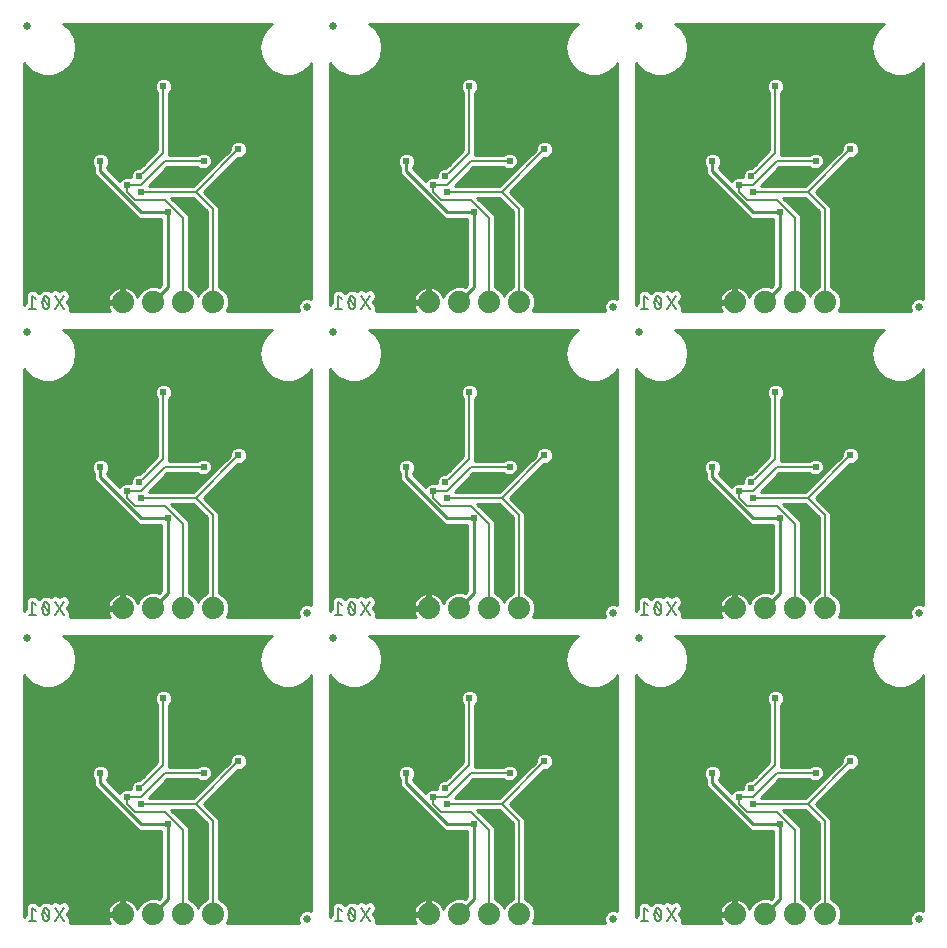
<source format=gbl>
G75*
%MOIN*%
%OFA0B0*%
%FSLAX25Y25*%
%IPPOS*%
%LPD*%
%AMOC8*
5,1,8,0,0,1.08239X$1,22.5*
%
%ADD10C,0.00800*%
%ADD11C,0.07400*%
%ADD12C,0.02500*%
%ADD13C,0.02400*%
%ADD14C,0.01000*%
%ADD15C,0.00600*%
D10*
X0037058Y0031650D02*
X0039392Y0031650D01*
X0038225Y0031650D02*
X0038225Y0035850D01*
X0039392Y0034917D01*
X0043892Y0033750D02*
X0043890Y0033638D01*
X0043885Y0033526D01*
X0043876Y0033414D01*
X0043863Y0033303D01*
X0043847Y0033192D01*
X0043827Y0033081D01*
X0043803Y0032972D01*
X0043776Y0032863D01*
X0043746Y0032755D01*
X0043712Y0032648D01*
X0043675Y0032542D01*
X0043634Y0032438D01*
X0043590Y0032335D01*
X0043542Y0032233D01*
X0043658Y0032583D02*
X0041792Y0034917D01*
X0041909Y0035267D02*
X0041929Y0035320D01*
X0041952Y0035371D01*
X0041979Y0035420D01*
X0042009Y0035468D01*
X0042042Y0035514D01*
X0042077Y0035557D01*
X0042116Y0035598D01*
X0042157Y0035637D01*
X0042201Y0035673D01*
X0042247Y0035705D01*
X0042294Y0035735D01*
X0042344Y0035761D01*
X0042396Y0035785D01*
X0042448Y0035804D01*
X0042502Y0035821D01*
X0042557Y0035833D01*
X0042613Y0035843D01*
X0042669Y0035848D01*
X0042725Y0035850D01*
X0042781Y0035848D01*
X0042837Y0035843D01*
X0042893Y0035833D01*
X0042948Y0035821D01*
X0043002Y0035804D01*
X0043054Y0035785D01*
X0043106Y0035761D01*
X0043156Y0035735D01*
X0043203Y0035705D01*
X0043249Y0035672D01*
X0043293Y0035637D01*
X0043334Y0035598D01*
X0043373Y0035557D01*
X0043408Y0035514D01*
X0043441Y0035468D01*
X0043471Y0035420D01*
X0043498Y0035371D01*
X0043521Y0035320D01*
X0043541Y0035267D01*
X0041909Y0035267D02*
X0041861Y0035165D01*
X0041817Y0035062D01*
X0041776Y0034958D01*
X0041739Y0034852D01*
X0041705Y0034745D01*
X0041675Y0034637D01*
X0041648Y0034528D01*
X0041624Y0034419D01*
X0041604Y0034308D01*
X0041588Y0034197D01*
X0041575Y0034086D01*
X0041566Y0033974D01*
X0041561Y0033862D01*
X0041559Y0033750D01*
X0043892Y0033750D02*
X0043890Y0033862D01*
X0043885Y0033974D01*
X0043876Y0034086D01*
X0043863Y0034197D01*
X0043847Y0034308D01*
X0043827Y0034419D01*
X0043803Y0034528D01*
X0043776Y0034637D01*
X0043746Y0034745D01*
X0043712Y0034852D01*
X0043675Y0034958D01*
X0043634Y0035062D01*
X0043590Y0035165D01*
X0043542Y0035267D01*
X0041559Y0033750D02*
X0041561Y0033638D01*
X0041566Y0033526D01*
X0041575Y0033414D01*
X0041588Y0033303D01*
X0041604Y0033192D01*
X0041624Y0033081D01*
X0041648Y0032972D01*
X0041675Y0032863D01*
X0041705Y0032755D01*
X0041739Y0032648D01*
X0041776Y0032542D01*
X0041817Y0032438D01*
X0041861Y0032335D01*
X0041909Y0032233D01*
X0042725Y0031650D02*
X0042781Y0031652D01*
X0042837Y0031657D01*
X0042893Y0031667D01*
X0042948Y0031679D01*
X0043002Y0031696D01*
X0043054Y0031715D01*
X0043106Y0031739D01*
X0043156Y0031765D01*
X0043203Y0031795D01*
X0043249Y0031827D01*
X0043293Y0031863D01*
X0043334Y0031902D01*
X0043373Y0031943D01*
X0043408Y0031986D01*
X0043441Y0032032D01*
X0043471Y0032080D01*
X0043498Y0032129D01*
X0043521Y0032180D01*
X0043541Y0032233D01*
X0042725Y0031650D02*
X0042669Y0031652D01*
X0042613Y0031657D01*
X0042557Y0031667D01*
X0042502Y0031679D01*
X0042448Y0031696D01*
X0042396Y0031715D01*
X0042344Y0031739D01*
X0042294Y0031765D01*
X0042247Y0031795D01*
X0042201Y0031827D01*
X0042157Y0031863D01*
X0042116Y0031902D01*
X0042077Y0031943D01*
X0042042Y0031986D01*
X0042009Y0032032D01*
X0041979Y0032080D01*
X0041952Y0032129D01*
X0041929Y0032180D01*
X0041909Y0032233D01*
X0045825Y0031650D02*
X0048625Y0035850D01*
X0045825Y0035850D02*
X0048625Y0031650D01*
X0139058Y0031650D02*
X0141392Y0031650D01*
X0140225Y0031650D02*
X0140225Y0035850D01*
X0141392Y0034917D01*
X0145892Y0033750D02*
X0145890Y0033638D01*
X0145885Y0033526D01*
X0145876Y0033414D01*
X0145863Y0033303D01*
X0145847Y0033192D01*
X0145827Y0033081D01*
X0145803Y0032972D01*
X0145776Y0032863D01*
X0145746Y0032755D01*
X0145712Y0032648D01*
X0145675Y0032542D01*
X0145634Y0032438D01*
X0145590Y0032335D01*
X0145542Y0032233D01*
X0145658Y0032583D02*
X0143792Y0034917D01*
X0143909Y0035267D02*
X0143929Y0035320D01*
X0143952Y0035371D01*
X0143979Y0035420D01*
X0144009Y0035468D01*
X0144042Y0035514D01*
X0144077Y0035557D01*
X0144116Y0035598D01*
X0144157Y0035637D01*
X0144201Y0035673D01*
X0144247Y0035705D01*
X0144294Y0035735D01*
X0144344Y0035761D01*
X0144396Y0035785D01*
X0144448Y0035804D01*
X0144502Y0035821D01*
X0144557Y0035833D01*
X0144613Y0035843D01*
X0144669Y0035848D01*
X0144725Y0035850D01*
X0144781Y0035848D01*
X0144837Y0035843D01*
X0144893Y0035833D01*
X0144948Y0035821D01*
X0145002Y0035804D01*
X0145054Y0035785D01*
X0145106Y0035761D01*
X0145156Y0035735D01*
X0145203Y0035705D01*
X0145249Y0035672D01*
X0145293Y0035637D01*
X0145334Y0035598D01*
X0145373Y0035557D01*
X0145408Y0035514D01*
X0145441Y0035468D01*
X0145471Y0035420D01*
X0145498Y0035371D01*
X0145521Y0035320D01*
X0145541Y0035267D01*
X0143909Y0035267D02*
X0143861Y0035165D01*
X0143817Y0035062D01*
X0143776Y0034958D01*
X0143739Y0034852D01*
X0143705Y0034745D01*
X0143675Y0034637D01*
X0143648Y0034528D01*
X0143624Y0034419D01*
X0143604Y0034308D01*
X0143588Y0034197D01*
X0143575Y0034086D01*
X0143566Y0033974D01*
X0143561Y0033862D01*
X0143559Y0033750D01*
X0145892Y0033750D02*
X0145890Y0033862D01*
X0145885Y0033974D01*
X0145876Y0034086D01*
X0145863Y0034197D01*
X0145847Y0034308D01*
X0145827Y0034419D01*
X0145803Y0034528D01*
X0145776Y0034637D01*
X0145746Y0034745D01*
X0145712Y0034852D01*
X0145675Y0034958D01*
X0145634Y0035062D01*
X0145590Y0035165D01*
X0145542Y0035267D01*
X0143559Y0033750D02*
X0143561Y0033638D01*
X0143566Y0033526D01*
X0143575Y0033414D01*
X0143588Y0033303D01*
X0143604Y0033192D01*
X0143624Y0033081D01*
X0143648Y0032972D01*
X0143675Y0032863D01*
X0143705Y0032755D01*
X0143739Y0032648D01*
X0143776Y0032542D01*
X0143817Y0032438D01*
X0143861Y0032335D01*
X0143909Y0032233D01*
X0144725Y0031650D02*
X0144781Y0031652D01*
X0144837Y0031657D01*
X0144893Y0031667D01*
X0144948Y0031679D01*
X0145002Y0031696D01*
X0145054Y0031715D01*
X0145106Y0031739D01*
X0145156Y0031765D01*
X0145203Y0031795D01*
X0145249Y0031827D01*
X0145293Y0031863D01*
X0145334Y0031902D01*
X0145373Y0031943D01*
X0145408Y0031986D01*
X0145441Y0032032D01*
X0145471Y0032080D01*
X0145498Y0032129D01*
X0145521Y0032180D01*
X0145541Y0032233D01*
X0144725Y0031650D02*
X0144669Y0031652D01*
X0144613Y0031657D01*
X0144557Y0031667D01*
X0144502Y0031679D01*
X0144448Y0031696D01*
X0144396Y0031715D01*
X0144344Y0031739D01*
X0144294Y0031765D01*
X0144247Y0031795D01*
X0144201Y0031827D01*
X0144157Y0031863D01*
X0144116Y0031902D01*
X0144077Y0031943D01*
X0144042Y0031986D01*
X0144009Y0032032D01*
X0143979Y0032080D01*
X0143952Y0032129D01*
X0143929Y0032180D01*
X0143909Y0032233D01*
X0147825Y0031650D02*
X0150625Y0035850D01*
X0147825Y0035850D02*
X0150625Y0031650D01*
X0241058Y0031650D02*
X0243392Y0031650D01*
X0242225Y0031650D02*
X0242225Y0035850D01*
X0243392Y0034917D01*
X0247892Y0033750D02*
X0247890Y0033638D01*
X0247885Y0033526D01*
X0247876Y0033414D01*
X0247863Y0033303D01*
X0247847Y0033192D01*
X0247827Y0033081D01*
X0247803Y0032972D01*
X0247776Y0032863D01*
X0247746Y0032755D01*
X0247712Y0032648D01*
X0247675Y0032542D01*
X0247634Y0032438D01*
X0247590Y0032335D01*
X0247542Y0032233D01*
X0247658Y0032583D02*
X0245792Y0034917D01*
X0245909Y0035267D02*
X0245929Y0035320D01*
X0245952Y0035371D01*
X0245979Y0035420D01*
X0246009Y0035468D01*
X0246042Y0035514D01*
X0246077Y0035557D01*
X0246116Y0035598D01*
X0246157Y0035637D01*
X0246201Y0035673D01*
X0246247Y0035705D01*
X0246294Y0035735D01*
X0246344Y0035761D01*
X0246396Y0035785D01*
X0246448Y0035804D01*
X0246502Y0035821D01*
X0246557Y0035833D01*
X0246613Y0035843D01*
X0246669Y0035848D01*
X0246725Y0035850D01*
X0246781Y0035848D01*
X0246837Y0035843D01*
X0246893Y0035833D01*
X0246948Y0035821D01*
X0247002Y0035804D01*
X0247054Y0035785D01*
X0247106Y0035761D01*
X0247156Y0035735D01*
X0247203Y0035705D01*
X0247249Y0035672D01*
X0247293Y0035637D01*
X0247334Y0035598D01*
X0247373Y0035557D01*
X0247408Y0035514D01*
X0247441Y0035468D01*
X0247471Y0035420D01*
X0247498Y0035371D01*
X0247521Y0035320D01*
X0247541Y0035267D01*
X0245909Y0035267D02*
X0245861Y0035165D01*
X0245817Y0035062D01*
X0245776Y0034958D01*
X0245739Y0034852D01*
X0245705Y0034745D01*
X0245675Y0034637D01*
X0245648Y0034528D01*
X0245624Y0034419D01*
X0245604Y0034308D01*
X0245588Y0034197D01*
X0245575Y0034086D01*
X0245566Y0033974D01*
X0245561Y0033862D01*
X0245559Y0033750D01*
X0247892Y0033750D02*
X0247890Y0033862D01*
X0247885Y0033974D01*
X0247876Y0034086D01*
X0247863Y0034197D01*
X0247847Y0034308D01*
X0247827Y0034419D01*
X0247803Y0034528D01*
X0247776Y0034637D01*
X0247746Y0034745D01*
X0247712Y0034852D01*
X0247675Y0034958D01*
X0247634Y0035062D01*
X0247590Y0035165D01*
X0247542Y0035267D01*
X0245559Y0033750D02*
X0245561Y0033638D01*
X0245566Y0033526D01*
X0245575Y0033414D01*
X0245588Y0033303D01*
X0245604Y0033192D01*
X0245624Y0033081D01*
X0245648Y0032972D01*
X0245675Y0032863D01*
X0245705Y0032755D01*
X0245739Y0032648D01*
X0245776Y0032542D01*
X0245817Y0032438D01*
X0245861Y0032335D01*
X0245909Y0032233D01*
X0246725Y0031650D02*
X0246781Y0031652D01*
X0246837Y0031657D01*
X0246893Y0031667D01*
X0246948Y0031679D01*
X0247002Y0031696D01*
X0247054Y0031715D01*
X0247106Y0031739D01*
X0247156Y0031765D01*
X0247203Y0031795D01*
X0247249Y0031827D01*
X0247293Y0031863D01*
X0247334Y0031902D01*
X0247373Y0031943D01*
X0247408Y0031986D01*
X0247441Y0032032D01*
X0247471Y0032080D01*
X0247498Y0032129D01*
X0247521Y0032180D01*
X0247541Y0032233D01*
X0246725Y0031650D02*
X0246669Y0031652D01*
X0246613Y0031657D01*
X0246557Y0031667D01*
X0246502Y0031679D01*
X0246448Y0031696D01*
X0246396Y0031715D01*
X0246344Y0031739D01*
X0246294Y0031765D01*
X0246247Y0031795D01*
X0246201Y0031827D01*
X0246157Y0031863D01*
X0246116Y0031902D01*
X0246077Y0031943D01*
X0246042Y0031986D01*
X0246009Y0032032D01*
X0245979Y0032080D01*
X0245952Y0032129D01*
X0245929Y0032180D01*
X0245909Y0032233D01*
X0249825Y0031650D02*
X0252625Y0035850D01*
X0249825Y0035850D02*
X0252625Y0031650D01*
X0252625Y0133650D02*
X0249825Y0137850D01*
X0245559Y0135750D02*
X0245561Y0135638D01*
X0245566Y0135526D01*
X0245575Y0135414D01*
X0245588Y0135303D01*
X0245604Y0135192D01*
X0245624Y0135081D01*
X0245648Y0134972D01*
X0245675Y0134863D01*
X0245705Y0134755D01*
X0245739Y0134648D01*
X0245776Y0134542D01*
X0245817Y0134438D01*
X0245861Y0134335D01*
X0245909Y0134233D01*
X0246725Y0133650D02*
X0246781Y0133652D01*
X0246837Y0133657D01*
X0246893Y0133667D01*
X0246948Y0133679D01*
X0247002Y0133696D01*
X0247054Y0133715D01*
X0247106Y0133739D01*
X0247156Y0133765D01*
X0247203Y0133795D01*
X0247249Y0133827D01*
X0247293Y0133863D01*
X0247334Y0133902D01*
X0247373Y0133943D01*
X0247408Y0133986D01*
X0247441Y0134032D01*
X0247471Y0134080D01*
X0247498Y0134129D01*
X0247521Y0134180D01*
X0247541Y0134233D01*
X0247658Y0134583D02*
X0245792Y0136917D01*
X0245909Y0137267D02*
X0245929Y0137320D01*
X0245952Y0137371D01*
X0245979Y0137420D01*
X0246009Y0137468D01*
X0246042Y0137514D01*
X0246077Y0137557D01*
X0246116Y0137598D01*
X0246157Y0137637D01*
X0246201Y0137673D01*
X0246247Y0137705D01*
X0246294Y0137735D01*
X0246344Y0137761D01*
X0246396Y0137785D01*
X0246448Y0137804D01*
X0246502Y0137821D01*
X0246557Y0137833D01*
X0246613Y0137843D01*
X0246669Y0137848D01*
X0246725Y0137850D01*
X0246781Y0137848D01*
X0246837Y0137843D01*
X0246893Y0137833D01*
X0246948Y0137821D01*
X0247002Y0137804D01*
X0247054Y0137785D01*
X0247106Y0137761D01*
X0247156Y0137735D01*
X0247203Y0137705D01*
X0247249Y0137672D01*
X0247293Y0137637D01*
X0247334Y0137598D01*
X0247373Y0137557D01*
X0247408Y0137514D01*
X0247441Y0137468D01*
X0247471Y0137420D01*
X0247498Y0137371D01*
X0247521Y0137320D01*
X0247541Y0137267D01*
X0245909Y0137267D02*
X0245861Y0137165D01*
X0245817Y0137062D01*
X0245776Y0136958D01*
X0245739Y0136852D01*
X0245705Y0136745D01*
X0245675Y0136637D01*
X0245648Y0136528D01*
X0245624Y0136419D01*
X0245604Y0136308D01*
X0245588Y0136197D01*
X0245575Y0136086D01*
X0245566Y0135974D01*
X0245561Y0135862D01*
X0245559Y0135750D01*
X0247892Y0135750D02*
X0247890Y0135862D01*
X0247885Y0135974D01*
X0247876Y0136086D01*
X0247863Y0136197D01*
X0247847Y0136308D01*
X0247827Y0136419D01*
X0247803Y0136528D01*
X0247776Y0136637D01*
X0247746Y0136745D01*
X0247712Y0136852D01*
X0247675Y0136958D01*
X0247634Y0137062D01*
X0247590Y0137165D01*
X0247542Y0137267D01*
X0245909Y0134233D02*
X0245929Y0134180D01*
X0245952Y0134129D01*
X0245979Y0134080D01*
X0246009Y0134032D01*
X0246042Y0133986D01*
X0246077Y0133943D01*
X0246116Y0133902D01*
X0246157Y0133863D01*
X0246201Y0133827D01*
X0246247Y0133795D01*
X0246294Y0133765D01*
X0246344Y0133739D01*
X0246396Y0133715D01*
X0246448Y0133696D01*
X0246502Y0133679D01*
X0246557Y0133667D01*
X0246613Y0133657D01*
X0246669Y0133652D01*
X0246725Y0133650D01*
X0249825Y0133650D02*
X0252625Y0137850D01*
X0247892Y0135750D02*
X0247890Y0135638D01*
X0247885Y0135526D01*
X0247876Y0135414D01*
X0247863Y0135303D01*
X0247847Y0135192D01*
X0247827Y0135081D01*
X0247803Y0134972D01*
X0247776Y0134863D01*
X0247746Y0134755D01*
X0247712Y0134648D01*
X0247675Y0134542D01*
X0247634Y0134438D01*
X0247590Y0134335D01*
X0247542Y0134233D01*
X0243392Y0133650D02*
X0241058Y0133650D01*
X0242225Y0133650D02*
X0242225Y0137850D01*
X0243392Y0136917D01*
X0150625Y0137850D02*
X0147825Y0133650D01*
X0143909Y0134233D02*
X0143861Y0134335D01*
X0143817Y0134438D01*
X0143776Y0134542D01*
X0143739Y0134648D01*
X0143705Y0134755D01*
X0143675Y0134863D01*
X0143648Y0134972D01*
X0143624Y0135081D01*
X0143604Y0135192D01*
X0143588Y0135303D01*
X0143575Y0135414D01*
X0143566Y0135526D01*
X0143561Y0135638D01*
X0143559Y0135750D01*
X0145892Y0135750D02*
X0145890Y0135862D01*
X0145885Y0135974D01*
X0145876Y0136086D01*
X0145863Y0136197D01*
X0145847Y0136308D01*
X0145827Y0136419D01*
X0145803Y0136528D01*
X0145776Y0136637D01*
X0145746Y0136745D01*
X0145712Y0136852D01*
X0145675Y0136958D01*
X0145634Y0137062D01*
X0145590Y0137165D01*
X0145542Y0137267D01*
X0145541Y0137267D02*
X0145521Y0137320D01*
X0145498Y0137371D01*
X0145471Y0137420D01*
X0145441Y0137468D01*
X0145408Y0137514D01*
X0145373Y0137557D01*
X0145334Y0137598D01*
X0145293Y0137637D01*
X0145249Y0137672D01*
X0145203Y0137705D01*
X0145156Y0137735D01*
X0145106Y0137761D01*
X0145054Y0137785D01*
X0145002Y0137804D01*
X0144948Y0137821D01*
X0144893Y0137833D01*
X0144837Y0137843D01*
X0144781Y0137848D01*
X0144725Y0137850D01*
X0144669Y0137848D01*
X0144613Y0137843D01*
X0144557Y0137833D01*
X0144502Y0137821D01*
X0144448Y0137804D01*
X0144396Y0137785D01*
X0144344Y0137761D01*
X0144294Y0137735D01*
X0144247Y0137705D01*
X0144201Y0137673D01*
X0144157Y0137637D01*
X0144116Y0137598D01*
X0144077Y0137557D01*
X0144042Y0137514D01*
X0144009Y0137468D01*
X0143979Y0137420D01*
X0143952Y0137371D01*
X0143929Y0137320D01*
X0143909Y0137267D01*
X0143792Y0136917D02*
X0145658Y0134583D01*
X0144725Y0133650D02*
X0144669Y0133652D01*
X0144613Y0133657D01*
X0144557Y0133667D01*
X0144502Y0133679D01*
X0144448Y0133696D01*
X0144396Y0133715D01*
X0144344Y0133739D01*
X0144294Y0133765D01*
X0144247Y0133795D01*
X0144201Y0133827D01*
X0144157Y0133863D01*
X0144116Y0133902D01*
X0144077Y0133943D01*
X0144042Y0133986D01*
X0144009Y0134032D01*
X0143979Y0134080D01*
X0143952Y0134129D01*
X0143929Y0134180D01*
X0143909Y0134233D01*
X0144725Y0133650D02*
X0144781Y0133652D01*
X0144837Y0133657D01*
X0144893Y0133667D01*
X0144948Y0133679D01*
X0145002Y0133696D01*
X0145054Y0133715D01*
X0145106Y0133739D01*
X0145156Y0133765D01*
X0145203Y0133795D01*
X0145249Y0133827D01*
X0145293Y0133863D01*
X0145334Y0133902D01*
X0145373Y0133943D01*
X0145408Y0133986D01*
X0145441Y0134032D01*
X0145471Y0134080D01*
X0145498Y0134129D01*
X0145521Y0134180D01*
X0145541Y0134233D01*
X0143559Y0135750D02*
X0143561Y0135862D01*
X0143566Y0135974D01*
X0143575Y0136086D01*
X0143588Y0136197D01*
X0143604Y0136308D01*
X0143624Y0136419D01*
X0143648Y0136528D01*
X0143675Y0136637D01*
X0143705Y0136745D01*
X0143739Y0136852D01*
X0143776Y0136958D01*
X0143817Y0137062D01*
X0143861Y0137165D01*
X0143909Y0137267D01*
X0145892Y0135750D02*
X0145890Y0135638D01*
X0145885Y0135526D01*
X0145876Y0135414D01*
X0145863Y0135303D01*
X0145847Y0135192D01*
X0145827Y0135081D01*
X0145803Y0134972D01*
X0145776Y0134863D01*
X0145746Y0134755D01*
X0145712Y0134648D01*
X0145675Y0134542D01*
X0145634Y0134438D01*
X0145590Y0134335D01*
X0145542Y0134233D01*
X0141392Y0133650D02*
X0139058Y0133650D01*
X0140225Y0133650D02*
X0140225Y0137850D01*
X0141392Y0136917D01*
X0147825Y0137850D02*
X0150625Y0133650D01*
X0048625Y0133650D02*
X0045825Y0137850D01*
X0041559Y0135750D02*
X0041561Y0135638D01*
X0041566Y0135526D01*
X0041575Y0135414D01*
X0041588Y0135303D01*
X0041604Y0135192D01*
X0041624Y0135081D01*
X0041648Y0134972D01*
X0041675Y0134863D01*
X0041705Y0134755D01*
X0041739Y0134648D01*
X0041776Y0134542D01*
X0041817Y0134438D01*
X0041861Y0134335D01*
X0041909Y0134233D01*
X0042725Y0133650D02*
X0042781Y0133652D01*
X0042837Y0133657D01*
X0042893Y0133667D01*
X0042948Y0133679D01*
X0043002Y0133696D01*
X0043054Y0133715D01*
X0043106Y0133739D01*
X0043156Y0133765D01*
X0043203Y0133795D01*
X0043249Y0133827D01*
X0043293Y0133863D01*
X0043334Y0133902D01*
X0043373Y0133943D01*
X0043408Y0133986D01*
X0043441Y0134032D01*
X0043471Y0134080D01*
X0043498Y0134129D01*
X0043521Y0134180D01*
X0043541Y0134233D01*
X0043658Y0134583D02*
X0041792Y0136917D01*
X0041909Y0137267D02*
X0041929Y0137320D01*
X0041952Y0137371D01*
X0041979Y0137420D01*
X0042009Y0137468D01*
X0042042Y0137514D01*
X0042077Y0137557D01*
X0042116Y0137598D01*
X0042157Y0137637D01*
X0042201Y0137673D01*
X0042247Y0137705D01*
X0042294Y0137735D01*
X0042344Y0137761D01*
X0042396Y0137785D01*
X0042448Y0137804D01*
X0042502Y0137821D01*
X0042557Y0137833D01*
X0042613Y0137843D01*
X0042669Y0137848D01*
X0042725Y0137850D01*
X0042781Y0137848D01*
X0042837Y0137843D01*
X0042893Y0137833D01*
X0042948Y0137821D01*
X0043002Y0137804D01*
X0043054Y0137785D01*
X0043106Y0137761D01*
X0043156Y0137735D01*
X0043203Y0137705D01*
X0043249Y0137672D01*
X0043293Y0137637D01*
X0043334Y0137598D01*
X0043373Y0137557D01*
X0043408Y0137514D01*
X0043441Y0137468D01*
X0043471Y0137420D01*
X0043498Y0137371D01*
X0043521Y0137320D01*
X0043541Y0137267D01*
X0041909Y0137267D02*
X0041861Y0137165D01*
X0041817Y0137062D01*
X0041776Y0136958D01*
X0041739Y0136852D01*
X0041705Y0136745D01*
X0041675Y0136637D01*
X0041648Y0136528D01*
X0041624Y0136419D01*
X0041604Y0136308D01*
X0041588Y0136197D01*
X0041575Y0136086D01*
X0041566Y0135974D01*
X0041561Y0135862D01*
X0041559Y0135750D01*
X0043892Y0135750D02*
X0043890Y0135862D01*
X0043885Y0135974D01*
X0043876Y0136086D01*
X0043863Y0136197D01*
X0043847Y0136308D01*
X0043827Y0136419D01*
X0043803Y0136528D01*
X0043776Y0136637D01*
X0043746Y0136745D01*
X0043712Y0136852D01*
X0043675Y0136958D01*
X0043634Y0137062D01*
X0043590Y0137165D01*
X0043542Y0137267D01*
X0041909Y0134233D02*
X0041929Y0134180D01*
X0041952Y0134129D01*
X0041979Y0134080D01*
X0042009Y0134032D01*
X0042042Y0133986D01*
X0042077Y0133943D01*
X0042116Y0133902D01*
X0042157Y0133863D01*
X0042201Y0133827D01*
X0042247Y0133795D01*
X0042294Y0133765D01*
X0042344Y0133739D01*
X0042396Y0133715D01*
X0042448Y0133696D01*
X0042502Y0133679D01*
X0042557Y0133667D01*
X0042613Y0133657D01*
X0042669Y0133652D01*
X0042725Y0133650D01*
X0045825Y0133650D02*
X0048625Y0137850D01*
X0043892Y0135750D02*
X0043890Y0135638D01*
X0043885Y0135526D01*
X0043876Y0135414D01*
X0043863Y0135303D01*
X0043847Y0135192D01*
X0043827Y0135081D01*
X0043803Y0134972D01*
X0043776Y0134863D01*
X0043746Y0134755D01*
X0043712Y0134648D01*
X0043675Y0134542D01*
X0043634Y0134438D01*
X0043590Y0134335D01*
X0043542Y0134233D01*
X0039392Y0133650D02*
X0037058Y0133650D01*
X0038225Y0133650D02*
X0038225Y0137850D01*
X0039392Y0136917D01*
X0039392Y0235650D02*
X0037058Y0235650D01*
X0038225Y0235650D02*
X0038225Y0239850D01*
X0039392Y0238917D01*
X0043892Y0237750D02*
X0043890Y0237638D01*
X0043885Y0237526D01*
X0043876Y0237414D01*
X0043863Y0237303D01*
X0043847Y0237192D01*
X0043827Y0237081D01*
X0043803Y0236972D01*
X0043776Y0236863D01*
X0043746Y0236755D01*
X0043712Y0236648D01*
X0043675Y0236542D01*
X0043634Y0236438D01*
X0043590Y0236335D01*
X0043542Y0236233D01*
X0043658Y0236583D02*
X0041792Y0238917D01*
X0041909Y0239267D02*
X0041929Y0239320D01*
X0041952Y0239371D01*
X0041979Y0239420D01*
X0042009Y0239468D01*
X0042042Y0239514D01*
X0042077Y0239557D01*
X0042116Y0239598D01*
X0042157Y0239637D01*
X0042201Y0239673D01*
X0042247Y0239705D01*
X0042294Y0239735D01*
X0042344Y0239761D01*
X0042396Y0239785D01*
X0042448Y0239804D01*
X0042502Y0239821D01*
X0042557Y0239833D01*
X0042613Y0239843D01*
X0042669Y0239848D01*
X0042725Y0239850D01*
X0042781Y0239848D01*
X0042837Y0239843D01*
X0042893Y0239833D01*
X0042948Y0239821D01*
X0043002Y0239804D01*
X0043054Y0239785D01*
X0043106Y0239761D01*
X0043156Y0239735D01*
X0043203Y0239705D01*
X0043249Y0239672D01*
X0043293Y0239637D01*
X0043334Y0239598D01*
X0043373Y0239557D01*
X0043408Y0239514D01*
X0043441Y0239468D01*
X0043471Y0239420D01*
X0043498Y0239371D01*
X0043521Y0239320D01*
X0043541Y0239267D01*
X0041909Y0239267D02*
X0041861Y0239165D01*
X0041817Y0239062D01*
X0041776Y0238958D01*
X0041739Y0238852D01*
X0041705Y0238745D01*
X0041675Y0238637D01*
X0041648Y0238528D01*
X0041624Y0238419D01*
X0041604Y0238308D01*
X0041588Y0238197D01*
X0041575Y0238086D01*
X0041566Y0237974D01*
X0041561Y0237862D01*
X0041559Y0237750D01*
X0043892Y0237750D02*
X0043890Y0237862D01*
X0043885Y0237974D01*
X0043876Y0238086D01*
X0043863Y0238197D01*
X0043847Y0238308D01*
X0043827Y0238419D01*
X0043803Y0238528D01*
X0043776Y0238637D01*
X0043746Y0238745D01*
X0043712Y0238852D01*
X0043675Y0238958D01*
X0043634Y0239062D01*
X0043590Y0239165D01*
X0043542Y0239267D01*
X0041559Y0237750D02*
X0041561Y0237638D01*
X0041566Y0237526D01*
X0041575Y0237414D01*
X0041588Y0237303D01*
X0041604Y0237192D01*
X0041624Y0237081D01*
X0041648Y0236972D01*
X0041675Y0236863D01*
X0041705Y0236755D01*
X0041739Y0236648D01*
X0041776Y0236542D01*
X0041817Y0236438D01*
X0041861Y0236335D01*
X0041909Y0236233D01*
X0042725Y0235650D02*
X0042781Y0235652D01*
X0042837Y0235657D01*
X0042893Y0235667D01*
X0042948Y0235679D01*
X0043002Y0235696D01*
X0043054Y0235715D01*
X0043106Y0235739D01*
X0043156Y0235765D01*
X0043203Y0235795D01*
X0043249Y0235827D01*
X0043293Y0235863D01*
X0043334Y0235902D01*
X0043373Y0235943D01*
X0043408Y0235986D01*
X0043441Y0236032D01*
X0043471Y0236080D01*
X0043498Y0236129D01*
X0043521Y0236180D01*
X0043541Y0236233D01*
X0042725Y0235650D02*
X0042669Y0235652D01*
X0042613Y0235657D01*
X0042557Y0235667D01*
X0042502Y0235679D01*
X0042448Y0235696D01*
X0042396Y0235715D01*
X0042344Y0235739D01*
X0042294Y0235765D01*
X0042247Y0235795D01*
X0042201Y0235827D01*
X0042157Y0235863D01*
X0042116Y0235902D01*
X0042077Y0235943D01*
X0042042Y0235986D01*
X0042009Y0236032D01*
X0041979Y0236080D01*
X0041952Y0236129D01*
X0041929Y0236180D01*
X0041909Y0236233D01*
X0045825Y0235650D02*
X0048625Y0239850D01*
X0045825Y0239850D02*
X0048625Y0235650D01*
X0139058Y0235650D02*
X0141392Y0235650D01*
X0140225Y0235650D02*
X0140225Y0239850D01*
X0141392Y0238917D01*
X0145892Y0237750D02*
X0145890Y0237638D01*
X0145885Y0237526D01*
X0145876Y0237414D01*
X0145863Y0237303D01*
X0145847Y0237192D01*
X0145827Y0237081D01*
X0145803Y0236972D01*
X0145776Y0236863D01*
X0145746Y0236755D01*
X0145712Y0236648D01*
X0145675Y0236542D01*
X0145634Y0236438D01*
X0145590Y0236335D01*
X0145542Y0236233D01*
X0145658Y0236583D02*
X0143792Y0238917D01*
X0143909Y0239267D02*
X0143929Y0239320D01*
X0143952Y0239371D01*
X0143979Y0239420D01*
X0144009Y0239468D01*
X0144042Y0239514D01*
X0144077Y0239557D01*
X0144116Y0239598D01*
X0144157Y0239637D01*
X0144201Y0239673D01*
X0144247Y0239705D01*
X0144294Y0239735D01*
X0144344Y0239761D01*
X0144396Y0239785D01*
X0144448Y0239804D01*
X0144502Y0239821D01*
X0144557Y0239833D01*
X0144613Y0239843D01*
X0144669Y0239848D01*
X0144725Y0239850D01*
X0144781Y0239848D01*
X0144837Y0239843D01*
X0144893Y0239833D01*
X0144948Y0239821D01*
X0145002Y0239804D01*
X0145054Y0239785D01*
X0145106Y0239761D01*
X0145156Y0239735D01*
X0145203Y0239705D01*
X0145249Y0239672D01*
X0145293Y0239637D01*
X0145334Y0239598D01*
X0145373Y0239557D01*
X0145408Y0239514D01*
X0145441Y0239468D01*
X0145471Y0239420D01*
X0145498Y0239371D01*
X0145521Y0239320D01*
X0145541Y0239267D01*
X0143909Y0239267D02*
X0143861Y0239165D01*
X0143817Y0239062D01*
X0143776Y0238958D01*
X0143739Y0238852D01*
X0143705Y0238745D01*
X0143675Y0238637D01*
X0143648Y0238528D01*
X0143624Y0238419D01*
X0143604Y0238308D01*
X0143588Y0238197D01*
X0143575Y0238086D01*
X0143566Y0237974D01*
X0143561Y0237862D01*
X0143559Y0237750D01*
X0145892Y0237750D02*
X0145890Y0237862D01*
X0145885Y0237974D01*
X0145876Y0238086D01*
X0145863Y0238197D01*
X0145847Y0238308D01*
X0145827Y0238419D01*
X0145803Y0238528D01*
X0145776Y0238637D01*
X0145746Y0238745D01*
X0145712Y0238852D01*
X0145675Y0238958D01*
X0145634Y0239062D01*
X0145590Y0239165D01*
X0145542Y0239267D01*
X0143559Y0237750D02*
X0143561Y0237638D01*
X0143566Y0237526D01*
X0143575Y0237414D01*
X0143588Y0237303D01*
X0143604Y0237192D01*
X0143624Y0237081D01*
X0143648Y0236972D01*
X0143675Y0236863D01*
X0143705Y0236755D01*
X0143739Y0236648D01*
X0143776Y0236542D01*
X0143817Y0236438D01*
X0143861Y0236335D01*
X0143909Y0236233D01*
X0144725Y0235650D02*
X0144781Y0235652D01*
X0144837Y0235657D01*
X0144893Y0235667D01*
X0144948Y0235679D01*
X0145002Y0235696D01*
X0145054Y0235715D01*
X0145106Y0235739D01*
X0145156Y0235765D01*
X0145203Y0235795D01*
X0145249Y0235827D01*
X0145293Y0235863D01*
X0145334Y0235902D01*
X0145373Y0235943D01*
X0145408Y0235986D01*
X0145441Y0236032D01*
X0145471Y0236080D01*
X0145498Y0236129D01*
X0145521Y0236180D01*
X0145541Y0236233D01*
X0144725Y0235650D02*
X0144669Y0235652D01*
X0144613Y0235657D01*
X0144557Y0235667D01*
X0144502Y0235679D01*
X0144448Y0235696D01*
X0144396Y0235715D01*
X0144344Y0235739D01*
X0144294Y0235765D01*
X0144247Y0235795D01*
X0144201Y0235827D01*
X0144157Y0235863D01*
X0144116Y0235902D01*
X0144077Y0235943D01*
X0144042Y0235986D01*
X0144009Y0236032D01*
X0143979Y0236080D01*
X0143952Y0236129D01*
X0143929Y0236180D01*
X0143909Y0236233D01*
X0147825Y0235650D02*
X0150625Y0239850D01*
X0147825Y0239850D02*
X0150625Y0235650D01*
X0241058Y0235650D02*
X0243392Y0235650D01*
X0242225Y0235650D02*
X0242225Y0239850D01*
X0243392Y0238917D01*
X0247892Y0237750D02*
X0247890Y0237638D01*
X0247885Y0237526D01*
X0247876Y0237414D01*
X0247863Y0237303D01*
X0247847Y0237192D01*
X0247827Y0237081D01*
X0247803Y0236972D01*
X0247776Y0236863D01*
X0247746Y0236755D01*
X0247712Y0236648D01*
X0247675Y0236542D01*
X0247634Y0236438D01*
X0247590Y0236335D01*
X0247542Y0236233D01*
X0247658Y0236583D02*
X0245792Y0238917D01*
X0245909Y0239267D02*
X0245929Y0239320D01*
X0245952Y0239371D01*
X0245979Y0239420D01*
X0246009Y0239468D01*
X0246042Y0239514D01*
X0246077Y0239557D01*
X0246116Y0239598D01*
X0246157Y0239637D01*
X0246201Y0239673D01*
X0246247Y0239705D01*
X0246294Y0239735D01*
X0246344Y0239761D01*
X0246396Y0239785D01*
X0246448Y0239804D01*
X0246502Y0239821D01*
X0246557Y0239833D01*
X0246613Y0239843D01*
X0246669Y0239848D01*
X0246725Y0239850D01*
X0246781Y0239848D01*
X0246837Y0239843D01*
X0246893Y0239833D01*
X0246948Y0239821D01*
X0247002Y0239804D01*
X0247054Y0239785D01*
X0247106Y0239761D01*
X0247156Y0239735D01*
X0247203Y0239705D01*
X0247249Y0239672D01*
X0247293Y0239637D01*
X0247334Y0239598D01*
X0247373Y0239557D01*
X0247408Y0239514D01*
X0247441Y0239468D01*
X0247471Y0239420D01*
X0247498Y0239371D01*
X0247521Y0239320D01*
X0247541Y0239267D01*
X0245909Y0239267D02*
X0245861Y0239165D01*
X0245817Y0239062D01*
X0245776Y0238958D01*
X0245739Y0238852D01*
X0245705Y0238745D01*
X0245675Y0238637D01*
X0245648Y0238528D01*
X0245624Y0238419D01*
X0245604Y0238308D01*
X0245588Y0238197D01*
X0245575Y0238086D01*
X0245566Y0237974D01*
X0245561Y0237862D01*
X0245559Y0237750D01*
X0247892Y0237750D02*
X0247890Y0237862D01*
X0247885Y0237974D01*
X0247876Y0238086D01*
X0247863Y0238197D01*
X0247847Y0238308D01*
X0247827Y0238419D01*
X0247803Y0238528D01*
X0247776Y0238637D01*
X0247746Y0238745D01*
X0247712Y0238852D01*
X0247675Y0238958D01*
X0247634Y0239062D01*
X0247590Y0239165D01*
X0247542Y0239267D01*
X0245559Y0237750D02*
X0245561Y0237638D01*
X0245566Y0237526D01*
X0245575Y0237414D01*
X0245588Y0237303D01*
X0245604Y0237192D01*
X0245624Y0237081D01*
X0245648Y0236972D01*
X0245675Y0236863D01*
X0245705Y0236755D01*
X0245739Y0236648D01*
X0245776Y0236542D01*
X0245817Y0236438D01*
X0245861Y0236335D01*
X0245909Y0236233D01*
X0246725Y0235650D02*
X0246781Y0235652D01*
X0246837Y0235657D01*
X0246893Y0235667D01*
X0246948Y0235679D01*
X0247002Y0235696D01*
X0247054Y0235715D01*
X0247106Y0235739D01*
X0247156Y0235765D01*
X0247203Y0235795D01*
X0247249Y0235827D01*
X0247293Y0235863D01*
X0247334Y0235902D01*
X0247373Y0235943D01*
X0247408Y0235986D01*
X0247441Y0236032D01*
X0247471Y0236080D01*
X0247498Y0236129D01*
X0247521Y0236180D01*
X0247541Y0236233D01*
X0246725Y0235650D02*
X0246669Y0235652D01*
X0246613Y0235657D01*
X0246557Y0235667D01*
X0246502Y0235679D01*
X0246448Y0235696D01*
X0246396Y0235715D01*
X0246344Y0235739D01*
X0246294Y0235765D01*
X0246247Y0235795D01*
X0246201Y0235827D01*
X0246157Y0235863D01*
X0246116Y0235902D01*
X0246077Y0235943D01*
X0246042Y0235986D01*
X0246009Y0236032D01*
X0245979Y0236080D01*
X0245952Y0236129D01*
X0245929Y0236180D01*
X0245909Y0236233D01*
X0249825Y0235650D02*
X0252625Y0239850D01*
X0249825Y0239850D02*
X0252625Y0235650D01*
D11*
X0272342Y0237750D03*
X0282342Y0237750D03*
X0292342Y0237750D03*
X0302342Y0237750D03*
X0200342Y0237750D03*
X0190342Y0237750D03*
X0180342Y0237750D03*
X0170342Y0237750D03*
X0098342Y0237750D03*
X0088342Y0237750D03*
X0078342Y0237750D03*
X0068342Y0237750D03*
X0068342Y0135750D03*
X0078342Y0135750D03*
X0088342Y0135750D03*
X0098342Y0135750D03*
X0170342Y0135750D03*
X0180342Y0135750D03*
X0190342Y0135750D03*
X0200342Y0135750D03*
X0272342Y0135750D03*
X0282342Y0135750D03*
X0292342Y0135750D03*
X0302342Y0135750D03*
X0302342Y0033750D03*
X0292342Y0033750D03*
X0282342Y0033750D03*
X0272342Y0033750D03*
X0200342Y0033750D03*
X0190342Y0033750D03*
X0180342Y0033750D03*
X0170342Y0033750D03*
X0098342Y0033750D03*
X0088342Y0033750D03*
X0078342Y0033750D03*
X0068342Y0033750D03*
D12*
X0129842Y0032250D03*
X0138342Y0125750D03*
X0129842Y0134250D03*
X0036342Y0125750D03*
X0036342Y0227750D03*
X0129842Y0236250D03*
X0138342Y0227750D03*
X0231842Y0236250D03*
X0240342Y0227750D03*
X0333842Y0236250D03*
X0240342Y0329750D03*
X0138342Y0329750D03*
X0036342Y0329750D03*
X0231842Y0134250D03*
X0240342Y0125750D03*
X0333842Y0134250D03*
X0333842Y0032250D03*
X0231842Y0032250D03*
D13*
X0195342Y0051750D03*
X0185342Y0063750D03*
X0176342Y0070550D03*
X0171842Y0072750D03*
X0175842Y0075750D03*
X0176842Y0079750D03*
X0169342Y0084750D03*
X0162842Y0080750D03*
X0161342Y0084750D03*
X0168842Y0065250D03*
X0192892Y0075700D03*
X0197342Y0080750D03*
X0200342Y0083750D03*
X0208842Y0084750D03*
X0215342Y0093750D03*
X0209342Y0072750D03*
X0201342Y0072750D03*
X0192842Y0088750D03*
X0183842Y0105750D03*
X0195342Y0153750D03*
X0185342Y0165750D03*
X0176342Y0172550D03*
X0171842Y0174750D03*
X0175842Y0177750D03*
X0176842Y0181750D03*
X0169342Y0186750D03*
X0162842Y0182750D03*
X0161342Y0186750D03*
X0168842Y0167250D03*
X0192892Y0177700D03*
X0197342Y0182750D03*
X0200342Y0185750D03*
X0208842Y0186750D03*
X0215342Y0195750D03*
X0209342Y0174750D03*
X0201342Y0174750D03*
X0192842Y0190750D03*
X0183842Y0207750D03*
X0195342Y0255750D03*
X0185342Y0267750D03*
X0176342Y0274550D03*
X0171842Y0276750D03*
X0175842Y0279750D03*
X0176842Y0283750D03*
X0169342Y0288750D03*
X0162842Y0284750D03*
X0161342Y0288750D03*
X0168842Y0269250D03*
X0192892Y0279700D03*
X0197342Y0284750D03*
X0200342Y0287750D03*
X0208842Y0288750D03*
X0215342Y0297750D03*
X0192842Y0292750D03*
X0201342Y0276750D03*
X0209342Y0276750D03*
X0183842Y0309750D03*
X0113342Y0297750D03*
X0106842Y0288750D03*
X0098342Y0287750D03*
X0095342Y0284750D03*
X0090892Y0279700D03*
X0099342Y0276750D03*
X0107342Y0276750D03*
X0090842Y0292750D03*
X0074842Y0283750D03*
X0073842Y0279750D03*
X0069842Y0276750D03*
X0074342Y0274550D03*
X0066842Y0269250D03*
X0083342Y0267750D03*
X0093342Y0255750D03*
X0067342Y0288750D03*
X0060842Y0284750D03*
X0059342Y0288750D03*
X0081842Y0309750D03*
X0081842Y0207750D03*
X0090842Y0190750D03*
X0098342Y0185750D03*
X0095342Y0182750D03*
X0090892Y0177700D03*
X0099342Y0174750D03*
X0107342Y0174750D03*
X0106842Y0186750D03*
X0113342Y0195750D03*
X0083342Y0165750D03*
X0074342Y0172550D03*
X0069842Y0174750D03*
X0073842Y0177750D03*
X0074842Y0181750D03*
X0067342Y0186750D03*
X0060842Y0182750D03*
X0059342Y0186750D03*
X0066842Y0167250D03*
X0093342Y0153750D03*
X0081842Y0105750D03*
X0090842Y0088750D03*
X0098342Y0083750D03*
X0095342Y0080750D03*
X0090892Y0075700D03*
X0099342Y0072750D03*
X0107342Y0072750D03*
X0106842Y0084750D03*
X0113342Y0093750D03*
X0083342Y0063750D03*
X0074342Y0070550D03*
X0069842Y0072750D03*
X0073842Y0075750D03*
X0074842Y0079750D03*
X0067342Y0084750D03*
X0060842Y0080750D03*
X0059342Y0084750D03*
X0066842Y0065250D03*
X0093342Y0051750D03*
X0263342Y0084750D03*
X0264842Y0080750D03*
X0271342Y0084750D03*
X0278842Y0079750D03*
X0277842Y0075750D03*
X0273842Y0072750D03*
X0278342Y0070550D03*
X0270842Y0065250D03*
X0287342Y0063750D03*
X0294892Y0075700D03*
X0299342Y0080750D03*
X0302342Y0083750D03*
X0310842Y0084750D03*
X0317342Y0093750D03*
X0311342Y0072750D03*
X0303342Y0072750D03*
X0294842Y0088750D03*
X0285842Y0105750D03*
X0297342Y0153750D03*
X0287342Y0165750D03*
X0278342Y0172550D03*
X0273842Y0174750D03*
X0277842Y0177750D03*
X0278842Y0181750D03*
X0271342Y0186750D03*
X0264842Y0182750D03*
X0263342Y0186750D03*
X0270842Y0167250D03*
X0294892Y0177700D03*
X0299342Y0182750D03*
X0302342Y0185750D03*
X0310842Y0186750D03*
X0317342Y0195750D03*
X0311342Y0174750D03*
X0303342Y0174750D03*
X0294842Y0190750D03*
X0285842Y0207750D03*
X0297342Y0255750D03*
X0287342Y0267750D03*
X0278342Y0274550D03*
X0273842Y0276750D03*
X0277842Y0279750D03*
X0278842Y0283750D03*
X0271342Y0288750D03*
X0264842Y0284750D03*
X0263342Y0288750D03*
X0270842Y0269250D03*
X0294892Y0279700D03*
X0299342Y0284750D03*
X0302342Y0287750D03*
X0310842Y0288750D03*
X0317342Y0297750D03*
X0311342Y0276750D03*
X0303342Y0276750D03*
X0294842Y0292750D03*
X0285842Y0309750D03*
X0297342Y0051750D03*
D14*
X0035442Y0033003D02*
X0035442Y0113633D01*
X0036030Y0112615D01*
X0036030Y0112615D01*
X0038569Y0110484D01*
X0038569Y0110484D01*
X0041684Y0109350D01*
X0044999Y0109350D01*
X0048114Y0110484D01*
X0050654Y0112615D01*
X0052311Y0115485D01*
X0052887Y0118750D01*
X0052311Y0122015D01*
X0050654Y0124885D01*
X0048551Y0126650D01*
X0118133Y0126650D01*
X0116030Y0124885D01*
X0114372Y0122015D01*
X0114372Y0122015D01*
X0113797Y0118750D01*
X0114372Y0115485D01*
X0116030Y0112615D01*
X0116030Y0112615D01*
X0118569Y0110484D01*
X0118569Y0110484D01*
X0121684Y0109350D01*
X0124999Y0109350D01*
X0128114Y0110484D01*
X0128114Y0110484D01*
X0130654Y0112615D01*
X0131242Y0113633D01*
X0131242Y0034863D01*
X0130429Y0035200D01*
X0129255Y0035200D01*
X0128171Y0034751D01*
X0127341Y0033921D01*
X0126892Y0032837D01*
X0126892Y0031663D01*
X0127229Y0030850D01*
X0102985Y0030850D01*
X0103742Y0032676D01*
X0103742Y0034824D01*
X0102920Y0036809D01*
X0101401Y0038328D01*
X0100342Y0038766D01*
X0100342Y0065678D01*
X0095470Y0070550D01*
X0106770Y0081850D01*
X0107419Y0081850D01*
X0108485Y0082291D01*
X0109300Y0083107D01*
X0109742Y0084173D01*
X0109742Y0085327D01*
X0109300Y0086393D01*
X0108485Y0087208D01*
X0107419Y0087650D01*
X0106265Y0087650D01*
X0105199Y0087208D01*
X0104383Y0086393D01*
X0103942Y0085327D01*
X0103942Y0084678D01*
X0091813Y0072550D01*
X0076970Y0072550D01*
X0083170Y0078750D01*
X0093241Y0078750D01*
X0093699Y0078291D01*
X0094765Y0077850D01*
X0095919Y0077850D01*
X0096985Y0078291D01*
X0097800Y0079107D01*
X0098242Y0080173D01*
X0098242Y0081327D01*
X0097800Y0082393D01*
X0096985Y0083208D01*
X0095919Y0083650D01*
X0094765Y0083650D01*
X0093699Y0083208D01*
X0093241Y0082750D01*
X0083781Y0082750D01*
X0083842Y0082810D01*
X0083842Y0103649D01*
X0084300Y0104107D01*
X0084742Y0105173D01*
X0084742Y0106327D01*
X0084300Y0107393D01*
X0083485Y0108208D01*
X0082419Y0108650D01*
X0081265Y0108650D01*
X0080199Y0108208D01*
X0079383Y0107393D01*
X0078942Y0106327D01*
X0078942Y0105173D01*
X0079383Y0104107D01*
X0079842Y0103649D01*
X0079842Y0084467D01*
X0074925Y0079550D01*
X0074813Y0079550D01*
X0073913Y0078650D01*
X0073265Y0078650D01*
X0072199Y0078208D01*
X0071383Y0077393D01*
X0070942Y0076327D01*
X0070942Y0075433D01*
X0070419Y0075650D01*
X0069265Y0075650D01*
X0068199Y0075208D01*
X0067383Y0074393D01*
X0067279Y0074141D01*
X0063042Y0078378D01*
X0063042Y0078849D01*
X0063300Y0079107D01*
X0063742Y0080173D01*
X0063742Y0081327D01*
X0063300Y0082393D01*
X0062485Y0083208D01*
X0061419Y0083650D01*
X0060265Y0083650D01*
X0059199Y0083208D01*
X0058383Y0082393D01*
X0057942Y0081327D01*
X0057942Y0080173D01*
X0058383Y0079107D01*
X0058642Y0078849D01*
X0058642Y0076556D01*
X0073648Y0061550D01*
X0081142Y0061550D01*
X0081142Y0039661D01*
X0080275Y0038794D01*
X0079416Y0039150D01*
X0077268Y0039150D01*
X0075283Y0038328D01*
X0073764Y0036809D01*
X0073232Y0035526D01*
X0073161Y0035746D01*
X0072789Y0036475D01*
X0072308Y0037138D01*
X0071729Y0037716D01*
X0071067Y0038197D01*
X0070338Y0038569D01*
X0069559Y0038822D01*
X0068842Y0038936D01*
X0068842Y0034250D01*
X0067842Y0034250D01*
X0067842Y0038936D01*
X0067124Y0038822D01*
X0066346Y0038569D01*
X0065616Y0038197D01*
X0064954Y0037716D01*
X0064375Y0037138D01*
X0063894Y0036475D01*
X0063523Y0035746D01*
X0063270Y0034968D01*
X0063156Y0034250D01*
X0067842Y0034250D01*
X0067842Y0033250D01*
X0063156Y0033250D01*
X0063270Y0032532D01*
X0063523Y0031754D01*
X0063894Y0031025D01*
X0064021Y0030850D01*
X0050607Y0030850D01*
X0050855Y0032091D01*
X0049749Y0033750D01*
X0050855Y0035409D01*
X0050514Y0037115D01*
X0049066Y0038080D01*
X0047360Y0037739D01*
X0047225Y0037536D01*
X0047090Y0037739D01*
X0045384Y0038080D01*
X0044406Y0037428D01*
X0043675Y0037950D01*
X0041775Y0037950D01*
X0040289Y0036888D01*
X0039628Y0037417D01*
X0039095Y0037950D01*
X0038962Y0037950D01*
X0038858Y0038033D01*
X0038109Y0037950D01*
X0037355Y0037950D01*
X0037261Y0037856D01*
X0037129Y0037841D01*
X0036658Y0037253D01*
X0036125Y0036720D01*
X0036125Y0036587D01*
X0036042Y0036483D01*
X0036125Y0035734D01*
X0036125Y0033687D01*
X0035442Y0033003D01*
X0035442Y0033743D02*
X0036125Y0033743D01*
X0036125Y0034741D02*
X0035442Y0034741D01*
X0035442Y0035740D02*
X0036124Y0035740D01*
X0036143Y0036738D02*
X0035442Y0036738D01*
X0035442Y0037737D02*
X0037045Y0037737D01*
X0035442Y0038735D02*
X0066857Y0038735D01*
X0067842Y0038735D02*
X0068842Y0038735D01*
X0069827Y0038735D02*
X0076266Y0038735D01*
X0074692Y0037737D02*
X0071701Y0037737D01*
X0072598Y0036738D02*
X0073735Y0036738D01*
X0073321Y0035740D02*
X0073163Y0035740D01*
X0068842Y0035740D02*
X0067842Y0035740D01*
X0067842Y0036738D02*
X0068842Y0036738D01*
X0068842Y0037737D02*
X0067842Y0037737D01*
X0064982Y0037737D02*
X0049581Y0037737D01*
X0050589Y0036738D02*
X0064085Y0036738D01*
X0063521Y0035740D02*
X0050789Y0035740D01*
X0050410Y0034741D02*
X0063234Y0034741D01*
X0063236Y0032744D02*
X0050420Y0032744D01*
X0050786Y0031746D02*
X0063527Y0031746D01*
X0067842Y0033743D02*
X0049754Y0033743D01*
X0047359Y0037737D02*
X0047091Y0037737D01*
X0044869Y0037737D02*
X0043974Y0037737D01*
X0041477Y0037737D02*
X0039308Y0037737D01*
X0035442Y0039734D02*
X0081142Y0039734D01*
X0081142Y0040732D02*
X0035442Y0040732D01*
X0035442Y0041731D02*
X0081142Y0041731D01*
X0081142Y0042729D02*
X0035442Y0042729D01*
X0035442Y0043728D02*
X0081142Y0043728D01*
X0081142Y0044726D02*
X0035442Y0044726D01*
X0035442Y0045725D02*
X0081142Y0045725D01*
X0081142Y0046723D02*
X0035442Y0046723D01*
X0035442Y0047722D02*
X0081142Y0047722D01*
X0081142Y0048720D02*
X0035442Y0048720D01*
X0035442Y0049719D02*
X0081142Y0049719D01*
X0081142Y0050717D02*
X0035442Y0050717D01*
X0035442Y0051716D02*
X0081142Y0051716D01*
X0081142Y0052714D02*
X0035442Y0052714D01*
X0035442Y0053713D02*
X0081142Y0053713D01*
X0081142Y0054711D02*
X0035442Y0054711D01*
X0035442Y0055710D02*
X0081142Y0055710D01*
X0081142Y0056708D02*
X0035442Y0056708D01*
X0035442Y0057707D02*
X0081142Y0057707D01*
X0081142Y0058705D02*
X0035442Y0058705D01*
X0035442Y0059704D02*
X0081142Y0059704D01*
X0081142Y0060702D02*
X0035442Y0060702D01*
X0035442Y0061701D02*
X0073497Y0061701D01*
X0072498Y0062699D02*
X0035442Y0062699D01*
X0035442Y0063698D02*
X0071500Y0063698D01*
X0070501Y0064696D02*
X0035442Y0064696D01*
X0035442Y0065695D02*
X0069503Y0065695D01*
X0068504Y0066693D02*
X0035442Y0066693D01*
X0035442Y0067692D02*
X0067506Y0067692D01*
X0066507Y0068690D02*
X0035442Y0068690D01*
X0035442Y0069689D02*
X0065509Y0069689D01*
X0064510Y0070687D02*
X0035442Y0070687D01*
X0035442Y0071686D02*
X0063512Y0071686D01*
X0062513Y0072684D02*
X0035442Y0072684D01*
X0035442Y0073683D02*
X0061515Y0073683D01*
X0060516Y0074682D02*
X0035442Y0074682D01*
X0035442Y0075680D02*
X0059518Y0075680D01*
X0058642Y0076679D02*
X0035442Y0076679D01*
X0035442Y0077677D02*
X0058642Y0077677D01*
X0058642Y0078676D02*
X0035442Y0078676D01*
X0035442Y0079674D02*
X0058149Y0079674D01*
X0057942Y0080673D02*
X0035442Y0080673D01*
X0035442Y0081671D02*
X0058084Y0081671D01*
X0058660Y0082670D02*
X0035442Y0082670D01*
X0035442Y0083668D02*
X0079043Y0083668D01*
X0079842Y0084667D02*
X0035442Y0084667D01*
X0035442Y0085665D02*
X0079842Y0085665D01*
X0079842Y0086664D02*
X0035442Y0086664D01*
X0035442Y0087662D02*
X0079842Y0087662D01*
X0079842Y0088661D02*
X0035442Y0088661D01*
X0035442Y0089659D02*
X0079842Y0089659D01*
X0079842Y0090658D02*
X0035442Y0090658D01*
X0035442Y0091656D02*
X0079842Y0091656D01*
X0079842Y0092655D02*
X0035442Y0092655D01*
X0035442Y0093653D02*
X0079842Y0093653D01*
X0079842Y0094652D02*
X0035442Y0094652D01*
X0035442Y0095650D02*
X0079842Y0095650D01*
X0079842Y0096649D02*
X0035442Y0096649D01*
X0035442Y0097647D02*
X0079842Y0097647D01*
X0079842Y0098646D02*
X0035442Y0098646D01*
X0035442Y0099644D02*
X0079842Y0099644D01*
X0079842Y0100643D02*
X0035442Y0100643D01*
X0035442Y0101641D02*
X0079842Y0101641D01*
X0079842Y0102640D02*
X0035442Y0102640D01*
X0035442Y0103638D02*
X0079842Y0103638D01*
X0079164Y0104637D02*
X0035442Y0104637D01*
X0035442Y0105635D02*
X0078942Y0105635D01*
X0079069Y0106634D02*
X0035442Y0106634D01*
X0035442Y0107632D02*
X0079623Y0107632D01*
X0081219Y0108631D02*
X0035442Y0108631D01*
X0035442Y0109629D02*
X0040917Y0109629D01*
X0038397Y0110628D02*
X0035442Y0110628D01*
X0035442Y0111626D02*
X0037208Y0111626D01*
X0036024Y0112625D02*
X0035442Y0112625D01*
X0035442Y0113623D02*
X0035447Y0113623D01*
X0045767Y0109629D02*
X0120917Y0109629D01*
X0118397Y0110628D02*
X0048286Y0110628D01*
X0048114Y0110484D02*
X0048114Y0110484D01*
X0049476Y0111626D02*
X0117208Y0111626D01*
X0116024Y0112625D02*
X0050660Y0112625D01*
X0050654Y0112615D02*
X0050654Y0112615D01*
X0051236Y0113623D02*
X0115447Y0113623D01*
X0114871Y0114622D02*
X0051813Y0114622D01*
X0052335Y0115620D02*
X0114349Y0115620D01*
X0114372Y0115485D02*
X0114372Y0115485D01*
X0114173Y0116619D02*
X0052511Y0116619D01*
X0052687Y0117618D02*
X0113996Y0117618D01*
X0113820Y0118616D02*
X0052863Y0118616D01*
X0052887Y0118750D02*
X0052887Y0118750D01*
X0052734Y0119615D02*
X0113949Y0119615D01*
X0113797Y0118750D02*
X0113797Y0118750D01*
X0114125Y0120613D02*
X0052558Y0120613D01*
X0052382Y0121612D02*
X0114301Y0121612D01*
X0114716Y0122610D02*
X0051967Y0122610D01*
X0052311Y0122015D02*
X0052311Y0122015D01*
X0051391Y0123609D02*
X0115293Y0123609D01*
X0115869Y0124607D02*
X0050814Y0124607D01*
X0050654Y0124885D02*
X0050654Y0124885D01*
X0049795Y0125606D02*
X0116888Y0125606D01*
X0116030Y0124885D02*
X0116030Y0124885D01*
X0118078Y0126604D02*
X0048605Y0126604D01*
X0050607Y0132850D02*
X0050855Y0134091D01*
X0049749Y0135750D01*
X0050855Y0137409D01*
X0050514Y0139115D01*
X0049066Y0140080D01*
X0047360Y0139739D01*
X0047225Y0139536D01*
X0047090Y0139739D01*
X0045384Y0140080D01*
X0044406Y0139428D01*
X0043675Y0139950D01*
X0041775Y0139950D01*
X0040289Y0138888D01*
X0039628Y0139417D01*
X0039095Y0139950D01*
X0038962Y0139950D01*
X0038858Y0140033D01*
X0038109Y0139950D01*
X0037355Y0139950D01*
X0037261Y0139856D01*
X0037129Y0139841D01*
X0036658Y0139253D01*
X0036125Y0138720D01*
X0036125Y0138587D01*
X0036042Y0138483D01*
X0036125Y0137734D01*
X0036125Y0135687D01*
X0035442Y0135003D01*
X0035442Y0215633D01*
X0036030Y0214615D01*
X0036030Y0214615D01*
X0038569Y0212484D01*
X0038569Y0212484D01*
X0041684Y0211350D01*
X0044999Y0211350D01*
X0048114Y0212484D01*
X0048114Y0212484D01*
X0050654Y0214615D01*
X0052311Y0217485D01*
X0052311Y0217485D01*
X0052887Y0220750D01*
X0052311Y0224015D01*
X0050654Y0226885D01*
X0048551Y0228650D01*
X0118133Y0228650D01*
X0116030Y0226885D01*
X0114372Y0224015D01*
X0114372Y0224015D01*
X0113797Y0220750D01*
X0114372Y0217485D01*
X0116030Y0214615D01*
X0116030Y0214615D01*
X0118569Y0212484D01*
X0118569Y0212484D01*
X0121684Y0211350D01*
X0124999Y0211350D01*
X0128114Y0212484D01*
X0128114Y0212484D01*
X0130654Y0214615D01*
X0131242Y0215633D01*
X0131242Y0136863D01*
X0130429Y0137200D01*
X0129255Y0137200D01*
X0128171Y0136751D01*
X0127341Y0135921D01*
X0126892Y0134837D01*
X0126892Y0133663D01*
X0127229Y0132850D01*
X0102985Y0132850D01*
X0103742Y0134676D01*
X0103742Y0136824D01*
X0102920Y0138809D01*
X0101401Y0140328D01*
X0100342Y0140766D01*
X0100342Y0167678D01*
X0095470Y0172550D01*
X0106770Y0183850D01*
X0107419Y0183850D01*
X0108485Y0184291D01*
X0109300Y0185107D01*
X0109742Y0186173D01*
X0109742Y0187327D01*
X0109300Y0188393D01*
X0108485Y0189208D01*
X0107419Y0189650D01*
X0106265Y0189650D01*
X0105199Y0189208D01*
X0104383Y0188393D01*
X0103942Y0187327D01*
X0103942Y0186678D01*
X0091813Y0174550D01*
X0076970Y0174550D01*
X0083170Y0180750D01*
X0093241Y0180750D01*
X0093699Y0180291D01*
X0094765Y0179850D01*
X0095919Y0179850D01*
X0096985Y0180291D01*
X0097800Y0181107D01*
X0098242Y0182173D01*
X0098242Y0183327D01*
X0097800Y0184393D01*
X0096985Y0185208D01*
X0095919Y0185650D01*
X0094765Y0185650D01*
X0093699Y0185208D01*
X0093241Y0184750D01*
X0083781Y0184750D01*
X0083842Y0184810D01*
X0083842Y0205649D01*
X0084300Y0206107D01*
X0084742Y0207173D01*
X0084742Y0208327D01*
X0084300Y0209393D01*
X0083485Y0210208D01*
X0082419Y0210650D01*
X0081265Y0210650D01*
X0080199Y0210208D01*
X0079383Y0209393D01*
X0078942Y0208327D01*
X0078942Y0207173D01*
X0079383Y0206107D01*
X0079842Y0205649D01*
X0079842Y0186467D01*
X0074925Y0181550D01*
X0074813Y0181550D01*
X0073913Y0180650D01*
X0073265Y0180650D01*
X0072199Y0180208D01*
X0071383Y0179393D01*
X0070942Y0178327D01*
X0070942Y0177433D01*
X0070419Y0177650D01*
X0069265Y0177650D01*
X0068199Y0177208D01*
X0067383Y0176393D01*
X0067279Y0176141D01*
X0063042Y0180378D01*
X0063042Y0180849D01*
X0063300Y0181107D01*
X0063742Y0182173D01*
X0063742Y0183327D01*
X0063300Y0184393D01*
X0062485Y0185208D01*
X0061419Y0185650D01*
X0060265Y0185650D01*
X0059199Y0185208D01*
X0058383Y0184393D01*
X0057942Y0183327D01*
X0057942Y0182173D01*
X0058383Y0181107D01*
X0058642Y0180849D01*
X0058642Y0178556D01*
X0073648Y0163550D01*
X0081142Y0163550D01*
X0081142Y0141661D01*
X0080275Y0140794D01*
X0079416Y0141150D01*
X0077268Y0141150D01*
X0075283Y0140328D01*
X0073764Y0138809D01*
X0073232Y0137526D01*
X0073161Y0137746D01*
X0072789Y0138475D01*
X0072308Y0139138D01*
X0071729Y0139716D01*
X0071067Y0140197D01*
X0070338Y0140569D01*
X0069559Y0140822D01*
X0068842Y0140936D01*
X0068842Y0136250D01*
X0067842Y0136250D01*
X0067842Y0140936D01*
X0067124Y0140822D01*
X0066346Y0140569D01*
X0065616Y0140197D01*
X0064954Y0139716D01*
X0064375Y0139138D01*
X0063894Y0138475D01*
X0063523Y0137746D01*
X0063270Y0136968D01*
X0063156Y0136250D01*
X0067842Y0136250D01*
X0067842Y0135250D01*
X0063156Y0135250D01*
X0063270Y0134532D01*
X0063523Y0133754D01*
X0063894Y0133025D01*
X0064021Y0132850D01*
X0050607Y0132850D01*
X0050755Y0133594D02*
X0063604Y0133594D01*
X0063260Y0134592D02*
X0050521Y0134592D01*
X0049855Y0135591D02*
X0067842Y0135591D01*
X0067842Y0136589D02*
X0068842Y0136589D01*
X0068842Y0137588D02*
X0067842Y0137588D01*
X0067842Y0138586D02*
X0068842Y0138586D01*
X0068842Y0139585D02*
X0067842Y0139585D01*
X0067842Y0140583D02*
X0068842Y0140583D01*
X0070294Y0140583D02*
X0075899Y0140583D01*
X0074540Y0139585D02*
X0071861Y0139585D01*
X0072709Y0138586D02*
X0073672Y0138586D01*
X0073258Y0137588D02*
X0073212Y0137588D01*
X0078342Y0135750D02*
X0083342Y0140750D01*
X0083342Y0165750D01*
X0074559Y0165750D01*
X0060842Y0179467D01*
X0060842Y0182750D01*
X0063472Y0181522D02*
X0074786Y0181522D01*
X0075895Y0182521D02*
X0063742Y0182521D01*
X0063662Y0183519D02*
X0076894Y0183519D01*
X0077892Y0184518D02*
X0063175Y0184518D01*
X0061741Y0185516D02*
X0078891Y0185516D01*
X0079842Y0186515D02*
X0035442Y0186515D01*
X0035442Y0187513D02*
X0079842Y0187513D01*
X0079842Y0188512D02*
X0035442Y0188512D01*
X0035442Y0189510D02*
X0079842Y0189510D01*
X0079842Y0190509D02*
X0035442Y0190509D01*
X0035442Y0191507D02*
X0079842Y0191507D01*
X0079842Y0192506D02*
X0035442Y0192506D01*
X0035442Y0193504D02*
X0079842Y0193504D01*
X0079842Y0194503D02*
X0035442Y0194503D01*
X0035442Y0195501D02*
X0079842Y0195501D01*
X0079842Y0196500D02*
X0035442Y0196500D01*
X0035442Y0197498D02*
X0079842Y0197498D01*
X0079842Y0198497D02*
X0035442Y0198497D01*
X0035442Y0199495D02*
X0079842Y0199495D01*
X0079842Y0200494D02*
X0035442Y0200494D01*
X0035442Y0201492D02*
X0079842Y0201492D01*
X0079842Y0202491D02*
X0035442Y0202491D01*
X0035442Y0203489D02*
X0079842Y0203489D01*
X0079842Y0204488D02*
X0035442Y0204488D01*
X0035442Y0205487D02*
X0079842Y0205487D01*
X0079227Y0206485D02*
X0035442Y0206485D01*
X0035442Y0207484D02*
X0078942Y0207484D01*
X0079006Y0208482D02*
X0035442Y0208482D01*
X0035442Y0209481D02*
X0079471Y0209481D01*
X0080852Y0210479D02*
X0035442Y0210479D01*
X0035442Y0211478D02*
X0041334Y0211478D01*
X0038590Y0212476D02*
X0035442Y0212476D01*
X0035442Y0213475D02*
X0037388Y0213475D01*
X0036198Y0214473D02*
X0035442Y0214473D01*
X0035442Y0215472D02*
X0035535Y0215472D01*
X0045350Y0211478D02*
X0121334Y0211478D01*
X0118590Y0212476D02*
X0048093Y0212476D01*
X0049295Y0213475D02*
X0117388Y0213475D01*
X0116198Y0214473D02*
X0050485Y0214473D01*
X0050654Y0214615D02*
X0050654Y0214615D01*
X0050654Y0214615D01*
X0051148Y0215472D02*
X0115535Y0215472D01*
X0114959Y0216470D02*
X0051725Y0216470D01*
X0052301Y0217469D02*
X0114382Y0217469D01*
X0114372Y0217485D02*
X0114372Y0217485D01*
X0114199Y0218467D02*
X0052484Y0218467D01*
X0052660Y0219466D02*
X0114023Y0219466D01*
X0113847Y0220464D02*
X0052836Y0220464D01*
X0052887Y0220750D02*
X0052887Y0220750D01*
X0052761Y0221463D02*
X0113922Y0221463D01*
X0113797Y0220750D02*
X0113797Y0220750D01*
X0114099Y0222461D02*
X0052585Y0222461D01*
X0052409Y0223460D02*
X0114275Y0223460D01*
X0114629Y0224458D02*
X0052055Y0224458D01*
X0052311Y0224015D02*
X0052311Y0224015D01*
X0051479Y0225457D02*
X0115205Y0225457D01*
X0115782Y0226455D02*
X0050902Y0226455D01*
X0050654Y0226885D02*
X0050654Y0226885D01*
X0049976Y0227454D02*
X0116707Y0227454D01*
X0116030Y0226885D02*
X0116030Y0226885D01*
X0116030Y0226885D01*
X0117897Y0228452D02*
X0048786Y0228452D01*
X0050607Y0234850D02*
X0050855Y0236091D01*
X0049749Y0237750D01*
X0050855Y0239409D01*
X0050514Y0241115D01*
X0049066Y0242080D01*
X0047360Y0241739D01*
X0047225Y0241536D01*
X0047090Y0241739D01*
X0045384Y0242080D01*
X0044406Y0241428D01*
X0043675Y0241950D01*
X0041775Y0241950D01*
X0040289Y0240888D01*
X0039628Y0241417D01*
X0039095Y0241950D01*
X0038962Y0241950D01*
X0038858Y0242033D01*
X0038109Y0241950D01*
X0037355Y0241950D01*
X0037261Y0241856D01*
X0037129Y0241841D01*
X0036658Y0241253D01*
X0036125Y0240720D01*
X0036125Y0240587D01*
X0036042Y0240483D01*
X0036125Y0239734D01*
X0036125Y0237687D01*
X0035442Y0237003D01*
X0035442Y0317633D01*
X0036030Y0316615D01*
X0036030Y0316615D01*
X0038569Y0314484D01*
X0038569Y0314484D01*
X0041684Y0313350D01*
X0044999Y0313350D01*
X0048114Y0314484D01*
X0048114Y0314484D01*
X0050654Y0316615D01*
X0052311Y0319485D01*
X0052311Y0319485D01*
X0052887Y0322750D01*
X0052311Y0326015D01*
X0050654Y0328885D01*
X0048551Y0330650D01*
X0118133Y0330650D01*
X0116030Y0328885D01*
X0114372Y0326015D01*
X0114372Y0326015D01*
X0113797Y0322750D01*
X0114372Y0319485D01*
X0116030Y0316615D01*
X0116030Y0316615D01*
X0118569Y0314484D01*
X0118569Y0314484D01*
X0121684Y0313350D01*
X0124999Y0313350D01*
X0128114Y0314484D01*
X0130654Y0316615D01*
X0131242Y0317633D01*
X0131242Y0238863D01*
X0130429Y0239200D01*
X0129255Y0239200D01*
X0128171Y0238751D01*
X0127341Y0237921D01*
X0126892Y0236837D01*
X0126892Y0235663D01*
X0127229Y0234850D01*
X0102985Y0234850D01*
X0103742Y0236676D01*
X0103742Y0238824D01*
X0102920Y0240809D01*
X0101401Y0242328D01*
X0100342Y0242766D01*
X0100342Y0269678D01*
X0095470Y0274550D01*
X0106770Y0285850D01*
X0107419Y0285850D01*
X0108485Y0286291D01*
X0109300Y0287107D01*
X0109742Y0288173D01*
X0109742Y0289327D01*
X0109300Y0290393D01*
X0108485Y0291208D01*
X0107419Y0291650D01*
X0106265Y0291650D01*
X0105199Y0291208D01*
X0104383Y0290393D01*
X0103942Y0289327D01*
X0103942Y0288678D01*
X0091813Y0276550D01*
X0076970Y0276550D01*
X0083170Y0282750D01*
X0093241Y0282750D01*
X0093699Y0282291D01*
X0094765Y0281850D01*
X0095919Y0281850D01*
X0096985Y0282291D01*
X0097800Y0283107D01*
X0098242Y0284173D01*
X0098242Y0285327D01*
X0097800Y0286393D01*
X0096985Y0287208D01*
X0095919Y0287650D01*
X0094765Y0287650D01*
X0093699Y0287208D01*
X0093241Y0286750D01*
X0083781Y0286750D01*
X0083842Y0286810D01*
X0083842Y0307649D01*
X0084300Y0308107D01*
X0084742Y0309173D01*
X0084742Y0310327D01*
X0084300Y0311393D01*
X0083485Y0312208D01*
X0082419Y0312650D01*
X0081265Y0312650D01*
X0080199Y0312208D01*
X0079383Y0311393D01*
X0078942Y0310327D01*
X0078942Y0309173D01*
X0079383Y0308107D01*
X0079842Y0307649D01*
X0079842Y0288467D01*
X0074925Y0283550D01*
X0074813Y0283550D01*
X0073913Y0282650D01*
X0073265Y0282650D01*
X0072199Y0282208D01*
X0071383Y0281393D01*
X0070942Y0280327D01*
X0070942Y0279433D01*
X0070419Y0279650D01*
X0069265Y0279650D01*
X0068199Y0279208D01*
X0067383Y0278393D01*
X0067279Y0278141D01*
X0063042Y0282378D01*
X0063042Y0282849D01*
X0063300Y0283107D01*
X0063742Y0284173D01*
X0063742Y0285327D01*
X0063300Y0286393D01*
X0062485Y0287208D01*
X0061419Y0287650D01*
X0060265Y0287650D01*
X0059199Y0287208D01*
X0058383Y0286393D01*
X0057942Y0285327D01*
X0057942Y0284173D01*
X0058383Y0283107D01*
X0058642Y0282849D01*
X0058642Y0280556D01*
X0073648Y0265550D01*
X0081142Y0265550D01*
X0081142Y0243661D01*
X0080275Y0242794D01*
X0079416Y0243150D01*
X0077268Y0243150D01*
X0075283Y0242328D01*
X0073764Y0240809D01*
X0073232Y0239526D01*
X0073161Y0239746D01*
X0072789Y0240475D01*
X0072308Y0241138D01*
X0071729Y0241716D01*
X0071067Y0242197D01*
X0070338Y0242569D01*
X0069559Y0242822D01*
X0068842Y0242936D01*
X0068842Y0238250D01*
X0067842Y0238250D01*
X0067842Y0242936D01*
X0067124Y0242822D01*
X0066346Y0242569D01*
X0065616Y0242197D01*
X0064954Y0241716D01*
X0064375Y0241138D01*
X0063894Y0240475D01*
X0063523Y0239746D01*
X0063270Y0238968D01*
X0063156Y0238250D01*
X0067842Y0238250D01*
X0067842Y0237250D01*
X0063156Y0237250D01*
X0063270Y0236532D01*
X0063523Y0235754D01*
X0063894Y0235025D01*
X0064021Y0234850D01*
X0050607Y0234850D01*
X0050725Y0235442D02*
X0063682Y0235442D01*
X0063300Y0236440D02*
X0050622Y0236440D01*
X0049956Y0237439D02*
X0067842Y0237439D01*
X0067842Y0238437D02*
X0068842Y0238437D01*
X0068842Y0239436D02*
X0067842Y0239436D01*
X0067842Y0240434D02*
X0068842Y0240434D01*
X0068842Y0241433D02*
X0067842Y0241433D01*
X0067842Y0242431D02*
X0068842Y0242431D01*
X0070608Y0242431D02*
X0075533Y0242431D01*
X0074388Y0241433D02*
X0072013Y0241433D01*
X0072810Y0240434D02*
X0073609Y0240434D01*
X0078342Y0237750D02*
X0083342Y0242750D01*
X0083342Y0267750D01*
X0074559Y0267750D01*
X0060842Y0281467D01*
X0060842Y0284750D01*
X0062108Y0287364D02*
X0078739Y0287364D01*
X0077741Y0286366D02*
X0063311Y0286366D01*
X0063725Y0285367D02*
X0076742Y0285367D01*
X0075744Y0284369D02*
X0063742Y0284369D01*
X0063409Y0283370D02*
X0074634Y0283370D01*
X0072594Y0282372D02*
X0063048Y0282372D01*
X0064047Y0281373D02*
X0071375Y0281373D01*
X0070962Y0280375D02*
X0065045Y0280375D01*
X0066044Y0279376D02*
X0068604Y0279376D01*
X0067377Y0278378D02*
X0067042Y0278378D01*
X0063815Y0275382D02*
X0035442Y0275382D01*
X0035442Y0274384D02*
X0064814Y0274384D01*
X0065812Y0273385D02*
X0035442Y0273385D01*
X0035442Y0272387D02*
X0066811Y0272387D01*
X0067809Y0271388D02*
X0035442Y0271388D01*
X0035442Y0270390D02*
X0068808Y0270390D01*
X0069806Y0269391D02*
X0035442Y0269391D01*
X0035442Y0268393D02*
X0070805Y0268393D01*
X0071803Y0267394D02*
X0035442Y0267394D01*
X0035442Y0266396D02*
X0072802Y0266396D01*
X0081142Y0265397D02*
X0035442Y0265397D01*
X0035442Y0264399D02*
X0081142Y0264399D01*
X0081142Y0263400D02*
X0035442Y0263400D01*
X0035442Y0262402D02*
X0081142Y0262402D01*
X0081142Y0261403D02*
X0035442Y0261403D01*
X0035442Y0260405D02*
X0081142Y0260405D01*
X0081142Y0259406D02*
X0035442Y0259406D01*
X0035442Y0258408D02*
X0081142Y0258408D01*
X0081142Y0257409D02*
X0035442Y0257409D01*
X0035442Y0256411D02*
X0081142Y0256411D01*
X0081142Y0255412D02*
X0035442Y0255412D01*
X0035442Y0254414D02*
X0081142Y0254414D01*
X0081142Y0253415D02*
X0035442Y0253415D01*
X0035442Y0252417D02*
X0081142Y0252417D01*
X0081142Y0251418D02*
X0035442Y0251418D01*
X0035442Y0250420D02*
X0081142Y0250420D01*
X0081142Y0249421D02*
X0035442Y0249421D01*
X0035442Y0248422D02*
X0081142Y0248422D01*
X0081142Y0247424D02*
X0035442Y0247424D01*
X0035442Y0246425D02*
X0081142Y0246425D01*
X0081142Y0245427D02*
X0035442Y0245427D01*
X0035442Y0244428D02*
X0081142Y0244428D01*
X0080910Y0243430D02*
X0035442Y0243430D01*
X0035442Y0242431D02*
X0066076Y0242431D01*
X0064671Y0241433D02*
X0050037Y0241433D01*
X0050650Y0240434D02*
X0063873Y0240434D01*
X0063422Y0239436D02*
X0050850Y0239436D01*
X0050207Y0238437D02*
X0063186Y0238437D01*
X0044414Y0241433D02*
X0044399Y0241433D01*
X0041052Y0241433D02*
X0039612Y0241433D01*
X0036802Y0241433D02*
X0035442Y0241433D01*
X0035442Y0240434D02*
X0036047Y0240434D01*
X0036125Y0239436D02*
X0035442Y0239436D01*
X0035442Y0238437D02*
X0036125Y0238437D01*
X0035878Y0237439D02*
X0035442Y0237439D01*
X0035442Y0276381D02*
X0062817Y0276381D01*
X0061818Y0277379D02*
X0035442Y0277379D01*
X0035442Y0278378D02*
X0060820Y0278378D01*
X0059821Y0279376D02*
X0035442Y0279376D01*
X0035442Y0280375D02*
X0058823Y0280375D01*
X0058642Y0281373D02*
X0035442Y0281373D01*
X0035442Y0282372D02*
X0058642Y0282372D01*
X0058274Y0283370D02*
X0035442Y0283370D01*
X0035442Y0284369D02*
X0057942Y0284369D01*
X0057959Y0285367D02*
X0035442Y0285367D01*
X0035442Y0286366D02*
X0058372Y0286366D01*
X0059576Y0287364D02*
X0035442Y0287364D01*
X0035442Y0288363D02*
X0079738Y0288363D01*
X0079842Y0289361D02*
X0035442Y0289361D01*
X0035442Y0290360D02*
X0079842Y0290360D01*
X0079842Y0291358D02*
X0035442Y0291358D01*
X0035442Y0292357D02*
X0079842Y0292357D01*
X0079842Y0293355D02*
X0035442Y0293355D01*
X0035442Y0294354D02*
X0079842Y0294354D01*
X0079842Y0295353D02*
X0035442Y0295353D01*
X0035442Y0296351D02*
X0079842Y0296351D01*
X0079842Y0297350D02*
X0035442Y0297350D01*
X0035442Y0298348D02*
X0079842Y0298348D01*
X0079842Y0299347D02*
X0035442Y0299347D01*
X0035442Y0300345D02*
X0079842Y0300345D01*
X0079842Y0301344D02*
X0035442Y0301344D01*
X0035442Y0302342D02*
X0079842Y0302342D01*
X0079842Y0303341D02*
X0035442Y0303341D01*
X0035442Y0304339D02*
X0079842Y0304339D01*
X0079842Y0305338D02*
X0035442Y0305338D01*
X0035442Y0306336D02*
X0079842Y0306336D01*
X0079842Y0307335D02*
X0035442Y0307335D01*
X0035442Y0308333D02*
X0079290Y0308333D01*
X0078942Y0309332D02*
X0035442Y0309332D01*
X0035442Y0310330D02*
X0078943Y0310330D01*
X0079357Y0311329D02*
X0035442Y0311329D01*
X0035442Y0312327D02*
X0080486Y0312327D01*
X0083198Y0312327D02*
X0131242Y0312327D01*
X0131242Y0311329D02*
X0084327Y0311329D01*
X0084740Y0310330D02*
X0131242Y0310330D01*
X0131242Y0309332D02*
X0084742Y0309332D01*
X0084394Y0308333D02*
X0131242Y0308333D01*
X0131242Y0307335D02*
X0083842Y0307335D01*
X0083842Y0306336D02*
X0131242Y0306336D01*
X0131242Y0305338D02*
X0083842Y0305338D01*
X0083842Y0304339D02*
X0131242Y0304339D01*
X0131242Y0303341D02*
X0083842Y0303341D01*
X0083842Y0302342D02*
X0131242Y0302342D01*
X0131242Y0301344D02*
X0083842Y0301344D01*
X0083842Y0300345D02*
X0131242Y0300345D01*
X0131242Y0299347D02*
X0083842Y0299347D01*
X0083842Y0298348D02*
X0131242Y0298348D01*
X0131242Y0297350D02*
X0083842Y0297350D01*
X0083842Y0296351D02*
X0131242Y0296351D01*
X0131242Y0295353D02*
X0083842Y0295353D01*
X0083842Y0294354D02*
X0131242Y0294354D01*
X0131242Y0293355D02*
X0083842Y0293355D01*
X0083842Y0292357D02*
X0131242Y0292357D01*
X0131242Y0291358D02*
X0108122Y0291358D01*
X0109314Y0290360D02*
X0131242Y0290360D01*
X0131242Y0289361D02*
X0109727Y0289361D01*
X0109742Y0288363D02*
X0131242Y0288363D01*
X0131242Y0287364D02*
X0109407Y0287364D01*
X0108559Y0286366D02*
X0131242Y0286366D01*
X0131242Y0285367D02*
X0106288Y0285367D01*
X0105289Y0284369D02*
X0131242Y0284369D01*
X0131242Y0283370D02*
X0104291Y0283370D01*
X0103292Y0282372D02*
X0131242Y0282372D01*
X0131242Y0281373D02*
X0102294Y0281373D01*
X0101295Y0280375D02*
X0131242Y0280375D01*
X0131242Y0279376D02*
X0100297Y0279376D01*
X0099298Y0278378D02*
X0131242Y0278378D01*
X0131242Y0277379D02*
X0098300Y0277379D01*
X0097301Y0276381D02*
X0131242Y0276381D01*
X0131242Y0275382D02*
X0096303Y0275382D01*
X0095636Y0274384D02*
X0131242Y0274384D01*
X0131242Y0273385D02*
X0096635Y0273385D01*
X0097633Y0272387D02*
X0131242Y0272387D01*
X0131242Y0271388D02*
X0098632Y0271388D01*
X0099630Y0270390D02*
X0131242Y0270390D01*
X0131242Y0269391D02*
X0100342Y0269391D01*
X0100342Y0268393D02*
X0131242Y0268393D01*
X0131242Y0267394D02*
X0100342Y0267394D01*
X0100342Y0266396D02*
X0131242Y0266396D01*
X0131242Y0265397D02*
X0100342Y0265397D01*
X0100342Y0264399D02*
X0131242Y0264399D01*
X0131242Y0263400D02*
X0100342Y0263400D01*
X0100342Y0262402D02*
X0131242Y0262402D01*
X0131242Y0261403D02*
X0100342Y0261403D01*
X0100342Y0260405D02*
X0131242Y0260405D01*
X0131242Y0259406D02*
X0100342Y0259406D01*
X0100342Y0258408D02*
X0131242Y0258408D01*
X0131242Y0257409D02*
X0100342Y0257409D01*
X0100342Y0256411D02*
X0131242Y0256411D01*
X0131242Y0255412D02*
X0100342Y0255412D01*
X0100342Y0254414D02*
X0131242Y0254414D01*
X0131242Y0253415D02*
X0100342Y0253415D01*
X0100342Y0252417D02*
X0131242Y0252417D01*
X0131242Y0251418D02*
X0100342Y0251418D01*
X0100342Y0250420D02*
X0131242Y0250420D01*
X0131242Y0249421D02*
X0100342Y0249421D01*
X0100342Y0248422D02*
X0131242Y0248422D01*
X0131242Y0247424D02*
X0100342Y0247424D01*
X0100342Y0246425D02*
X0131242Y0246425D01*
X0131242Y0245427D02*
X0100342Y0245427D01*
X0100342Y0244428D02*
X0131242Y0244428D01*
X0131242Y0243430D02*
X0100342Y0243430D01*
X0101151Y0242431D02*
X0131242Y0242431D01*
X0131242Y0241433D02*
X0102296Y0241433D01*
X0103075Y0240434D02*
X0131242Y0240434D01*
X0131242Y0239436D02*
X0103488Y0239436D01*
X0103742Y0238437D02*
X0127857Y0238437D01*
X0127141Y0237439D02*
X0103742Y0237439D01*
X0103644Y0236440D02*
X0126892Y0236440D01*
X0126983Y0235442D02*
X0103231Y0235442D01*
X0096342Y0242766D02*
X0096342Y0268022D01*
X0091813Y0272550D01*
X0084481Y0272550D01*
X0090342Y0266690D01*
X0090342Y0242766D01*
X0091401Y0242328D01*
X0092920Y0240809D01*
X0093342Y0239790D01*
X0093764Y0240809D01*
X0095283Y0242328D01*
X0096342Y0242766D01*
X0096342Y0243430D02*
X0090342Y0243430D01*
X0090342Y0244428D02*
X0096342Y0244428D01*
X0096342Y0245427D02*
X0090342Y0245427D01*
X0090342Y0246425D02*
X0096342Y0246425D01*
X0096342Y0247424D02*
X0090342Y0247424D01*
X0090342Y0248422D02*
X0096342Y0248422D01*
X0096342Y0249421D02*
X0090342Y0249421D01*
X0090342Y0250420D02*
X0096342Y0250420D01*
X0096342Y0251418D02*
X0090342Y0251418D01*
X0090342Y0252417D02*
X0096342Y0252417D01*
X0096342Y0253415D02*
X0090342Y0253415D01*
X0090342Y0254414D02*
X0096342Y0254414D01*
X0096342Y0255412D02*
X0090342Y0255412D01*
X0090342Y0256411D02*
X0096342Y0256411D01*
X0096342Y0257409D02*
X0090342Y0257409D01*
X0090342Y0258408D02*
X0096342Y0258408D01*
X0096342Y0259406D02*
X0090342Y0259406D01*
X0090342Y0260405D02*
X0096342Y0260405D01*
X0096342Y0261403D02*
X0090342Y0261403D01*
X0090342Y0262402D02*
X0096342Y0262402D01*
X0096342Y0263400D02*
X0090342Y0263400D01*
X0090342Y0264399D02*
X0096342Y0264399D01*
X0096342Y0265397D02*
X0090342Y0265397D01*
X0090342Y0266396D02*
X0096342Y0266396D01*
X0096342Y0267394D02*
X0089637Y0267394D01*
X0088639Y0268393D02*
X0095971Y0268393D01*
X0094972Y0269391D02*
X0087640Y0269391D01*
X0086642Y0270390D02*
X0093974Y0270390D01*
X0092975Y0271388D02*
X0085643Y0271388D01*
X0084645Y0272387D02*
X0091977Y0272387D01*
X0092643Y0277379D02*
X0077800Y0277379D01*
X0078798Y0278378D02*
X0093641Y0278378D01*
X0094640Y0279376D02*
X0079797Y0279376D01*
X0080795Y0280375D02*
X0095638Y0280375D01*
X0096637Y0281373D02*
X0081794Y0281373D01*
X0082792Y0282372D02*
X0093619Y0282372D01*
X0093542Y0282350D02*
X0096336Y0282350D01*
X0098342Y0284356D01*
X0098342Y0287750D01*
X0097811Y0286366D02*
X0101629Y0286366D01*
X0100631Y0285367D02*
X0098225Y0285367D01*
X0098242Y0284369D02*
X0099632Y0284369D01*
X0098634Y0283370D02*
X0097909Y0283370D01*
X0097635Y0282372D02*
X0097065Y0282372D01*
X0093542Y0282350D02*
X0090892Y0279700D01*
X0094076Y0287364D02*
X0083842Y0287364D01*
X0083842Y0288363D02*
X0103626Y0288363D01*
X0103956Y0289361D02*
X0083842Y0289361D01*
X0083842Y0290360D02*
X0104370Y0290360D01*
X0105561Y0291358D02*
X0083842Y0291358D01*
X0096608Y0287364D02*
X0102628Y0287364D01*
X0119008Y0314324D02*
X0047676Y0314324D01*
X0049114Y0315323D02*
X0117569Y0315323D01*
X0116379Y0316321D02*
X0050304Y0316321D01*
X0050654Y0316615D02*
X0050654Y0316615D01*
X0050654Y0316615D01*
X0051061Y0317320D02*
X0115623Y0317320D01*
X0115046Y0318318D02*
X0051637Y0318318D01*
X0052214Y0319317D02*
X0114470Y0319317D01*
X0114372Y0319485D02*
X0114372Y0319485D01*
X0114226Y0320315D02*
X0052457Y0320315D01*
X0052634Y0321314D02*
X0114050Y0321314D01*
X0113874Y0322312D02*
X0052810Y0322312D01*
X0052887Y0322750D02*
X0052887Y0322750D01*
X0052788Y0323311D02*
X0113896Y0323311D01*
X0113797Y0322750D02*
X0113797Y0322750D01*
X0114072Y0324309D02*
X0052612Y0324309D01*
X0052436Y0325308D02*
X0114248Y0325308D01*
X0114541Y0326306D02*
X0052143Y0326306D01*
X0052311Y0326015D02*
X0052311Y0326015D01*
X0051566Y0327305D02*
X0115117Y0327305D01*
X0115694Y0328303D02*
X0050990Y0328303D01*
X0050654Y0328885D02*
X0050654Y0328885D01*
X0050157Y0329302D02*
X0116526Y0329302D01*
X0116030Y0328885D02*
X0116030Y0328885D01*
X0116030Y0328885D01*
X0117716Y0330300D02*
X0048967Y0330300D01*
X0035623Y0317320D02*
X0035442Y0317320D01*
X0035442Y0316321D02*
X0036379Y0316321D01*
X0035442Y0315323D02*
X0037569Y0315323D01*
X0039008Y0314324D02*
X0035442Y0314324D01*
X0035442Y0313326D02*
X0131242Y0313326D01*
X0131242Y0314324D02*
X0127676Y0314324D01*
X0129114Y0315323D02*
X0131242Y0315323D01*
X0131242Y0316321D02*
X0130304Y0316321D01*
X0130654Y0316615D02*
X0130654Y0316615D01*
X0131061Y0317320D02*
X0131242Y0317320D01*
X0124999Y0313350D02*
X0124999Y0313350D01*
X0137442Y0313326D02*
X0233242Y0313326D01*
X0233242Y0314324D02*
X0229676Y0314324D01*
X0230114Y0314484D02*
X0232654Y0316615D01*
X0233242Y0317633D01*
X0233242Y0238863D01*
X0232429Y0239200D01*
X0231255Y0239200D01*
X0230171Y0238751D01*
X0229341Y0237921D01*
X0228892Y0236837D01*
X0228892Y0235663D01*
X0229229Y0234850D01*
X0204985Y0234850D01*
X0205742Y0236676D01*
X0205742Y0238824D01*
X0204920Y0240809D01*
X0203401Y0242328D01*
X0202342Y0242766D01*
X0202342Y0269678D01*
X0197470Y0274550D01*
X0208770Y0285850D01*
X0209419Y0285850D01*
X0210485Y0286291D01*
X0211300Y0287107D01*
X0211742Y0288173D01*
X0211742Y0289327D01*
X0211300Y0290393D01*
X0210485Y0291208D01*
X0209419Y0291650D01*
X0208265Y0291650D01*
X0207199Y0291208D01*
X0206383Y0290393D01*
X0205942Y0289327D01*
X0205942Y0288678D01*
X0193813Y0276550D01*
X0178970Y0276550D01*
X0185170Y0282750D01*
X0195241Y0282750D01*
X0195699Y0282291D01*
X0196765Y0281850D01*
X0197919Y0281850D01*
X0198985Y0282291D01*
X0199800Y0283107D01*
X0200242Y0284173D01*
X0200242Y0285327D01*
X0199800Y0286393D01*
X0198985Y0287208D01*
X0197919Y0287650D01*
X0196765Y0287650D01*
X0195699Y0287208D01*
X0195241Y0286750D01*
X0185781Y0286750D01*
X0185842Y0286810D01*
X0185842Y0307649D01*
X0186300Y0308107D01*
X0186742Y0309173D01*
X0186742Y0310327D01*
X0186300Y0311393D01*
X0185485Y0312208D01*
X0184419Y0312650D01*
X0183265Y0312650D01*
X0182199Y0312208D01*
X0181383Y0311393D01*
X0180942Y0310327D01*
X0180942Y0309173D01*
X0181383Y0308107D01*
X0181842Y0307649D01*
X0181842Y0288467D01*
X0176925Y0283550D01*
X0176813Y0283550D01*
X0175913Y0282650D01*
X0175265Y0282650D01*
X0174199Y0282208D01*
X0173383Y0281393D01*
X0172942Y0280327D01*
X0172942Y0279433D01*
X0172419Y0279650D01*
X0171265Y0279650D01*
X0170199Y0279208D01*
X0169383Y0278393D01*
X0169279Y0278141D01*
X0165042Y0282378D01*
X0165042Y0282849D01*
X0165300Y0283107D01*
X0165742Y0284173D01*
X0165742Y0285327D01*
X0165300Y0286393D01*
X0164485Y0287208D01*
X0163419Y0287650D01*
X0162265Y0287650D01*
X0161199Y0287208D01*
X0160383Y0286393D01*
X0159942Y0285327D01*
X0159942Y0284173D01*
X0160383Y0283107D01*
X0160642Y0282849D01*
X0160642Y0280556D01*
X0175648Y0265550D01*
X0183142Y0265550D01*
X0183142Y0243661D01*
X0182275Y0242794D01*
X0181416Y0243150D01*
X0179268Y0243150D01*
X0177283Y0242328D01*
X0175764Y0240809D01*
X0175232Y0239526D01*
X0175161Y0239746D01*
X0174789Y0240475D01*
X0174308Y0241138D01*
X0173729Y0241716D01*
X0173067Y0242197D01*
X0172338Y0242569D01*
X0171559Y0242822D01*
X0170842Y0242936D01*
X0170842Y0238250D01*
X0169842Y0238250D01*
X0169842Y0242936D01*
X0169124Y0242822D01*
X0168346Y0242569D01*
X0167616Y0242197D01*
X0166954Y0241716D01*
X0166375Y0241138D01*
X0165894Y0240475D01*
X0165523Y0239746D01*
X0165270Y0238968D01*
X0165156Y0238250D01*
X0169842Y0238250D01*
X0169842Y0237250D01*
X0165156Y0237250D01*
X0165270Y0236532D01*
X0165523Y0235754D01*
X0165894Y0235025D01*
X0166021Y0234850D01*
X0152607Y0234850D01*
X0152855Y0236091D01*
X0151749Y0237750D01*
X0152855Y0239409D01*
X0152514Y0241115D01*
X0151066Y0242080D01*
X0149360Y0241739D01*
X0149225Y0241536D01*
X0149090Y0241739D01*
X0147384Y0242080D01*
X0146406Y0241428D01*
X0145675Y0241950D01*
X0143775Y0241950D01*
X0142289Y0240888D01*
X0141628Y0241417D01*
X0141095Y0241950D01*
X0140962Y0241950D01*
X0140858Y0242033D01*
X0140109Y0241950D01*
X0139355Y0241950D01*
X0139261Y0241856D01*
X0139129Y0241841D01*
X0138658Y0241253D01*
X0138125Y0240720D01*
X0138125Y0240587D01*
X0138042Y0240483D01*
X0138125Y0239734D01*
X0138125Y0237687D01*
X0137442Y0237003D01*
X0137442Y0317633D01*
X0138030Y0316615D01*
X0138030Y0316615D01*
X0140569Y0314484D01*
X0140569Y0314484D01*
X0143684Y0313350D01*
X0146999Y0313350D01*
X0150114Y0314484D01*
X0150114Y0314484D01*
X0152654Y0316615D01*
X0154311Y0319485D01*
X0154311Y0319485D01*
X0154887Y0322750D01*
X0154311Y0326015D01*
X0152654Y0328885D01*
X0150551Y0330650D01*
X0220133Y0330650D01*
X0218030Y0328885D01*
X0216372Y0326015D01*
X0216372Y0326015D01*
X0215797Y0322750D01*
X0216372Y0319485D01*
X0218030Y0316615D01*
X0220569Y0314484D01*
X0220569Y0314484D01*
X0223684Y0313350D01*
X0226999Y0313350D01*
X0230114Y0314484D01*
X0230114Y0314484D01*
X0231114Y0315323D02*
X0233242Y0315323D01*
X0233242Y0316321D02*
X0232304Y0316321D01*
X0232654Y0316615D02*
X0232654Y0316615D01*
X0232654Y0316615D01*
X0233061Y0317320D02*
X0233242Y0317320D01*
X0233242Y0312327D02*
X0185198Y0312327D01*
X0186327Y0311329D02*
X0233242Y0311329D01*
X0233242Y0310330D02*
X0186740Y0310330D01*
X0186742Y0309332D02*
X0233242Y0309332D01*
X0233242Y0308333D02*
X0186394Y0308333D01*
X0185842Y0307335D02*
X0233242Y0307335D01*
X0233242Y0306336D02*
X0185842Y0306336D01*
X0185842Y0305338D02*
X0233242Y0305338D01*
X0233242Y0304339D02*
X0185842Y0304339D01*
X0185842Y0303341D02*
X0233242Y0303341D01*
X0233242Y0302342D02*
X0185842Y0302342D01*
X0185842Y0301344D02*
X0233242Y0301344D01*
X0233242Y0300345D02*
X0185842Y0300345D01*
X0185842Y0299347D02*
X0233242Y0299347D01*
X0233242Y0298348D02*
X0185842Y0298348D01*
X0185842Y0297350D02*
X0233242Y0297350D01*
X0233242Y0296351D02*
X0185842Y0296351D01*
X0185842Y0295353D02*
X0233242Y0295353D01*
X0233242Y0294354D02*
X0185842Y0294354D01*
X0185842Y0293355D02*
X0233242Y0293355D01*
X0233242Y0292357D02*
X0185842Y0292357D01*
X0185842Y0291358D02*
X0207561Y0291358D01*
X0206370Y0290360D02*
X0185842Y0290360D01*
X0185842Y0289361D02*
X0205956Y0289361D01*
X0205626Y0288363D02*
X0185842Y0288363D01*
X0185842Y0287364D02*
X0196076Y0287364D01*
X0198608Y0287364D02*
X0204628Y0287364D01*
X0203629Y0286366D02*
X0199811Y0286366D01*
X0200225Y0285367D02*
X0202631Y0285367D01*
X0201632Y0284369D02*
X0200242Y0284369D01*
X0200342Y0284356D02*
X0200342Y0287750D01*
X0200342Y0284356D02*
X0198336Y0282350D01*
X0195542Y0282350D01*
X0192892Y0279700D01*
X0194643Y0277379D02*
X0179800Y0277379D01*
X0180798Y0278378D02*
X0195641Y0278378D01*
X0196640Y0279376D02*
X0181797Y0279376D01*
X0182795Y0280375D02*
X0197638Y0280375D01*
X0198637Y0281373D02*
X0183794Y0281373D01*
X0184792Y0282372D02*
X0195619Y0282372D01*
X0199065Y0282372D02*
X0199635Y0282372D01*
X0199909Y0283370D02*
X0200634Y0283370D01*
X0203295Y0280375D02*
X0233242Y0280375D01*
X0233242Y0281373D02*
X0204294Y0281373D01*
X0205292Y0282372D02*
X0233242Y0282372D01*
X0233242Y0283370D02*
X0206291Y0283370D01*
X0207289Y0284369D02*
X0233242Y0284369D01*
X0233242Y0285367D02*
X0208288Y0285367D01*
X0210559Y0286366D02*
X0233242Y0286366D01*
X0233242Y0287364D02*
X0211407Y0287364D01*
X0211742Y0288363D02*
X0233242Y0288363D01*
X0233242Y0289361D02*
X0211727Y0289361D01*
X0211314Y0290360D02*
X0233242Y0290360D01*
X0233242Y0291358D02*
X0210122Y0291358D01*
X0202297Y0279376D02*
X0233242Y0279376D01*
X0233242Y0278378D02*
X0201298Y0278378D01*
X0200300Y0277379D02*
X0233242Y0277379D01*
X0233242Y0276381D02*
X0199301Y0276381D01*
X0198303Y0275382D02*
X0233242Y0275382D01*
X0233242Y0274384D02*
X0197636Y0274384D01*
X0198635Y0273385D02*
X0233242Y0273385D01*
X0233242Y0272387D02*
X0199633Y0272387D01*
X0200632Y0271388D02*
X0233242Y0271388D01*
X0233242Y0270390D02*
X0201630Y0270390D01*
X0202342Y0269391D02*
X0233242Y0269391D01*
X0233242Y0268393D02*
X0202342Y0268393D01*
X0202342Y0267394D02*
X0233242Y0267394D01*
X0233242Y0266396D02*
X0202342Y0266396D01*
X0202342Y0265397D02*
X0233242Y0265397D01*
X0233242Y0264399D02*
X0202342Y0264399D01*
X0202342Y0263400D02*
X0233242Y0263400D01*
X0233242Y0262402D02*
X0202342Y0262402D01*
X0202342Y0261403D02*
X0233242Y0261403D01*
X0233242Y0260405D02*
X0202342Y0260405D01*
X0202342Y0259406D02*
X0233242Y0259406D01*
X0233242Y0258408D02*
X0202342Y0258408D01*
X0202342Y0257409D02*
X0233242Y0257409D01*
X0233242Y0256411D02*
X0202342Y0256411D01*
X0202342Y0255412D02*
X0233242Y0255412D01*
X0233242Y0254414D02*
X0202342Y0254414D01*
X0202342Y0253415D02*
X0233242Y0253415D01*
X0233242Y0252417D02*
X0202342Y0252417D01*
X0202342Y0251418D02*
X0233242Y0251418D01*
X0233242Y0250420D02*
X0202342Y0250420D01*
X0202342Y0249421D02*
X0233242Y0249421D01*
X0233242Y0248422D02*
X0202342Y0248422D01*
X0202342Y0247424D02*
X0233242Y0247424D01*
X0233242Y0246425D02*
X0202342Y0246425D01*
X0202342Y0245427D02*
X0233242Y0245427D01*
X0233242Y0244428D02*
X0202342Y0244428D01*
X0202342Y0243430D02*
X0233242Y0243430D01*
X0233242Y0242431D02*
X0203151Y0242431D01*
X0204296Y0241433D02*
X0233242Y0241433D01*
X0233242Y0240434D02*
X0205075Y0240434D01*
X0205488Y0239436D02*
X0233242Y0239436D01*
X0229857Y0238437D02*
X0205742Y0238437D01*
X0205742Y0237439D02*
X0229141Y0237439D01*
X0228892Y0236440D02*
X0205644Y0236440D01*
X0205231Y0235442D02*
X0228983Y0235442D01*
X0220133Y0228650D02*
X0218030Y0226885D01*
X0216372Y0224015D01*
X0216372Y0224015D01*
X0215797Y0220750D01*
X0216372Y0217485D01*
X0218030Y0214615D01*
X0218030Y0214615D01*
X0220569Y0212484D01*
X0220569Y0212484D01*
X0223684Y0211350D01*
X0226999Y0211350D01*
X0230114Y0212484D01*
X0230114Y0212484D01*
X0232654Y0214615D01*
X0233242Y0215633D01*
X0233242Y0136863D01*
X0232429Y0137200D01*
X0231255Y0137200D01*
X0230171Y0136751D01*
X0229341Y0135921D01*
X0228892Y0134837D01*
X0228892Y0133663D01*
X0229229Y0132850D01*
X0204985Y0132850D01*
X0205742Y0134676D01*
X0205742Y0136824D01*
X0204920Y0138809D01*
X0203401Y0140328D01*
X0202342Y0140766D01*
X0202342Y0167678D01*
X0197470Y0172550D01*
X0208770Y0183850D01*
X0209419Y0183850D01*
X0210485Y0184291D01*
X0211300Y0185107D01*
X0211742Y0186173D01*
X0211742Y0187327D01*
X0211300Y0188393D01*
X0210485Y0189208D01*
X0209419Y0189650D01*
X0208265Y0189650D01*
X0207199Y0189208D01*
X0206383Y0188393D01*
X0205942Y0187327D01*
X0205942Y0186678D01*
X0193813Y0174550D01*
X0178970Y0174550D01*
X0185170Y0180750D01*
X0195241Y0180750D01*
X0195699Y0180291D01*
X0196765Y0179850D01*
X0197919Y0179850D01*
X0198985Y0180291D01*
X0199800Y0181107D01*
X0200242Y0182173D01*
X0200242Y0183327D01*
X0199800Y0184393D01*
X0198985Y0185208D01*
X0197919Y0185650D01*
X0196765Y0185650D01*
X0195699Y0185208D01*
X0195241Y0184750D01*
X0185781Y0184750D01*
X0185842Y0184810D01*
X0185842Y0205649D01*
X0186300Y0206107D01*
X0186742Y0207173D01*
X0186742Y0208327D01*
X0186300Y0209393D01*
X0185485Y0210208D01*
X0184419Y0210650D01*
X0183265Y0210650D01*
X0182199Y0210208D01*
X0181383Y0209393D01*
X0180942Y0208327D01*
X0180942Y0207173D01*
X0181383Y0206107D01*
X0181842Y0205649D01*
X0181842Y0186467D01*
X0176925Y0181550D01*
X0176813Y0181550D01*
X0175913Y0180650D01*
X0175265Y0180650D01*
X0174199Y0180208D01*
X0173383Y0179393D01*
X0172942Y0178327D01*
X0172942Y0177433D01*
X0172419Y0177650D01*
X0171265Y0177650D01*
X0170199Y0177208D01*
X0169383Y0176393D01*
X0169279Y0176141D01*
X0165042Y0180378D01*
X0165042Y0180849D01*
X0165300Y0181107D01*
X0165742Y0182173D01*
X0165742Y0183327D01*
X0165300Y0184393D01*
X0164485Y0185208D01*
X0163419Y0185650D01*
X0162265Y0185650D01*
X0161199Y0185208D01*
X0160383Y0184393D01*
X0159942Y0183327D01*
X0159942Y0182173D01*
X0160383Y0181107D01*
X0160642Y0180849D01*
X0160642Y0178556D01*
X0175648Y0163550D01*
X0183142Y0163550D01*
X0183142Y0141661D01*
X0182275Y0140794D01*
X0181416Y0141150D01*
X0179268Y0141150D01*
X0177283Y0140328D01*
X0175764Y0138809D01*
X0175232Y0137526D01*
X0175161Y0137746D01*
X0174789Y0138475D01*
X0174308Y0139138D01*
X0173729Y0139716D01*
X0173067Y0140197D01*
X0172338Y0140569D01*
X0171559Y0140822D01*
X0170842Y0140936D01*
X0170842Y0136250D01*
X0169842Y0136250D01*
X0169842Y0140936D01*
X0169124Y0140822D01*
X0168346Y0140569D01*
X0167616Y0140197D01*
X0166954Y0139716D01*
X0166375Y0139138D01*
X0165894Y0138475D01*
X0165523Y0137746D01*
X0165270Y0136968D01*
X0165156Y0136250D01*
X0169842Y0136250D01*
X0169842Y0135250D01*
X0165156Y0135250D01*
X0165270Y0134532D01*
X0165523Y0133754D01*
X0165894Y0133025D01*
X0166021Y0132850D01*
X0152607Y0132850D01*
X0152855Y0134091D01*
X0151749Y0135750D01*
X0152855Y0137409D01*
X0152514Y0139115D01*
X0151066Y0140080D01*
X0149360Y0139739D01*
X0149225Y0139536D01*
X0149090Y0139739D01*
X0147384Y0140080D01*
X0146406Y0139428D01*
X0145675Y0139950D01*
X0143775Y0139950D01*
X0142289Y0138888D01*
X0141628Y0139417D01*
X0141095Y0139950D01*
X0140962Y0139950D01*
X0140858Y0140033D01*
X0140109Y0139950D01*
X0139355Y0139950D01*
X0139261Y0139856D01*
X0139129Y0139841D01*
X0138658Y0139253D01*
X0138125Y0138720D01*
X0138125Y0138587D01*
X0138042Y0138483D01*
X0138125Y0137734D01*
X0138125Y0135687D01*
X0137442Y0135003D01*
X0137442Y0215633D01*
X0138030Y0214615D01*
X0138030Y0214615D01*
X0140569Y0212484D01*
X0140569Y0212484D01*
X0143684Y0211350D01*
X0146999Y0211350D01*
X0150114Y0212484D01*
X0150114Y0212484D01*
X0152654Y0214615D01*
X0154311Y0217485D01*
X0154311Y0217485D01*
X0154887Y0220750D01*
X0154311Y0224015D01*
X0152654Y0226885D01*
X0150551Y0228650D01*
X0220133Y0228650D01*
X0219897Y0228452D02*
X0150786Y0228452D01*
X0151976Y0227454D02*
X0218707Y0227454D01*
X0218030Y0226885D02*
X0218030Y0226885D01*
X0218030Y0226885D01*
X0217782Y0226455D02*
X0152902Y0226455D01*
X0152654Y0226885D02*
X0152654Y0226885D01*
X0153479Y0225457D02*
X0217205Y0225457D01*
X0216629Y0224458D02*
X0154055Y0224458D01*
X0154311Y0224015D02*
X0154311Y0224015D01*
X0154409Y0223460D02*
X0216275Y0223460D01*
X0216099Y0222461D02*
X0154585Y0222461D01*
X0154761Y0221463D02*
X0215922Y0221463D01*
X0215797Y0220750D02*
X0215797Y0220750D01*
X0215847Y0220464D02*
X0154836Y0220464D01*
X0154887Y0220750D02*
X0154887Y0220750D01*
X0154660Y0219466D02*
X0216023Y0219466D01*
X0216199Y0218467D02*
X0154484Y0218467D01*
X0154301Y0217469D02*
X0216382Y0217469D01*
X0216372Y0217485D02*
X0216372Y0217485D01*
X0216959Y0216470D02*
X0153725Y0216470D01*
X0153148Y0215472D02*
X0217535Y0215472D01*
X0218198Y0214473D02*
X0152485Y0214473D01*
X0152654Y0214615D02*
X0152654Y0214615D01*
X0152654Y0214615D01*
X0151295Y0213475D02*
X0219388Y0213475D01*
X0220590Y0212476D02*
X0150093Y0212476D01*
X0147350Y0211478D02*
X0223334Y0211478D01*
X0227350Y0211478D02*
X0233242Y0211478D01*
X0233242Y0212476D02*
X0230093Y0212476D01*
X0231295Y0213475D02*
X0233242Y0213475D01*
X0233242Y0214473D02*
X0232485Y0214473D01*
X0232654Y0214615D02*
X0232654Y0214615D01*
X0232654Y0214615D01*
X0233148Y0215472D02*
X0233242Y0215472D01*
X0233242Y0210479D02*
X0184831Y0210479D01*
X0186212Y0209481D02*
X0233242Y0209481D01*
X0233242Y0208482D02*
X0186678Y0208482D01*
X0186742Y0207484D02*
X0233242Y0207484D01*
X0233242Y0206485D02*
X0186457Y0206485D01*
X0185842Y0205487D02*
X0233242Y0205487D01*
X0233242Y0204488D02*
X0185842Y0204488D01*
X0185842Y0203489D02*
X0233242Y0203489D01*
X0233242Y0202491D02*
X0185842Y0202491D01*
X0185842Y0201492D02*
X0233242Y0201492D01*
X0233242Y0200494D02*
X0185842Y0200494D01*
X0185842Y0199495D02*
X0233242Y0199495D01*
X0233242Y0198497D02*
X0185842Y0198497D01*
X0185842Y0197498D02*
X0233242Y0197498D01*
X0233242Y0196500D02*
X0185842Y0196500D01*
X0185842Y0195501D02*
X0233242Y0195501D01*
X0233242Y0194503D02*
X0185842Y0194503D01*
X0185842Y0193504D02*
X0233242Y0193504D01*
X0233242Y0192506D02*
X0185842Y0192506D01*
X0185842Y0191507D02*
X0233242Y0191507D01*
X0233242Y0190509D02*
X0185842Y0190509D01*
X0185842Y0189510D02*
X0207928Y0189510D01*
X0206502Y0188512D02*
X0185842Y0188512D01*
X0185842Y0187513D02*
X0206019Y0187513D01*
X0205778Y0186515D02*
X0185842Y0186515D01*
X0185842Y0185516D02*
X0196442Y0185516D01*
X0198241Y0185516D02*
X0204780Y0185516D01*
X0203781Y0184518D02*
X0199675Y0184518D01*
X0200162Y0183519D02*
X0202783Y0183519D01*
X0201784Y0182521D02*
X0200242Y0182521D01*
X0200342Y0182356D02*
X0200342Y0185750D01*
X0200342Y0182356D02*
X0198336Y0180350D01*
X0195542Y0180350D01*
X0192892Y0177700D01*
X0194795Y0175531D02*
X0179951Y0175531D01*
X0180950Y0176530D02*
X0195793Y0176530D01*
X0196792Y0177528D02*
X0181948Y0177528D01*
X0182947Y0178527D02*
X0197790Y0178527D01*
X0198789Y0179525D02*
X0183945Y0179525D01*
X0184944Y0180524D02*
X0195467Y0180524D01*
X0199217Y0180524D02*
X0199787Y0180524D01*
X0199972Y0181522D02*
X0200786Y0181522D01*
X0203447Y0178527D02*
X0233242Y0178527D01*
X0233242Y0179525D02*
X0204445Y0179525D01*
X0205444Y0180524D02*
X0233242Y0180524D01*
X0233242Y0181522D02*
X0206442Y0181522D01*
X0207441Y0182521D02*
X0233242Y0182521D01*
X0233242Y0183519D02*
X0208439Y0183519D01*
X0210711Y0184518D02*
X0233242Y0184518D01*
X0233242Y0185516D02*
X0211470Y0185516D01*
X0211742Y0186515D02*
X0233242Y0186515D01*
X0233242Y0187513D02*
X0211665Y0187513D01*
X0211181Y0188512D02*
X0233242Y0188512D01*
X0233242Y0189510D02*
X0209756Y0189510D01*
X0202448Y0177528D02*
X0233242Y0177528D01*
X0233242Y0176530D02*
X0201450Y0176530D01*
X0200451Y0175531D02*
X0233242Y0175531D01*
X0233242Y0174533D02*
X0199453Y0174533D01*
X0198454Y0173534D02*
X0233242Y0173534D01*
X0233242Y0172536D02*
X0197485Y0172536D01*
X0198483Y0171537D02*
X0233242Y0171537D01*
X0233242Y0170539D02*
X0199482Y0170539D01*
X0200480Y0169540D02*
X0233242Y0169540D01*
X0233242Y0168542D02*
X0201479Y0168542D01*
X0202342Y0167543D02*
X0233242Y0167543D01*
X0233242Y0166545D02*
X0202342Y0166545D01*
X0202342Y0165546D02*
X0233242Y0165546D01*
X0233242Y0164548D02*
X0202342Y0164548D01*
X0202342Y0163549D02*
X0233242Y0163549D01*
X0233242Y0162551D02*
X0202342Y0162551D01*
X0202342Y0161552D02*
X0233242Y0161552D01*
X0233242Y0160553D02*
X0202342Y0160553D01*
X0202342Y0159555D02*
X0233242Y0159555D01*
X0233242Y0158556D02*
X0202342Y0158556D01*
X0202342Y0157558D02*
X0233242Y0157558D01*
X0233242Y0156559D02*
X0202342Y0156559D01*
X0202342Y0155561D02*
X0233242Y0155561D01*
X0233242Y0154562D02*
X0202342Y0154562D01*
X0202342Y0153564D02*
X0233242Y0153564D01*
X0233242Y0152565D02*
X0202342Y0152565D01*
X0202342Y0151567D02*
X0233242Y0151567D01*
X0233242Y0150568D02*
X0202342Y0150568D01*
X0202342Y0149570D02*
X0233242Y0149570D01*
X0233242Y0148571D02*
X0202342Y0148571D01*
X0202342Y0147573D02*
X0233242Y0147573D01*
X0233242Y0146574D02*
X0202342Y0146574D01*
X0202342Y0145576D02*
X0233242Y0145576D01*
X0233242Y0144577D02*
X0202342Y0144577D01*
X0202342Y0143579D02*
X0233242Y0143579D01*
X0233242Y0142580D02*
X0202342Y0142580D01*
X0202342Y0141582D02*
X0233242Y0141582D01*
X0233242Y0140583D02*
X0202784Y0140583D01*
X0204144Y0139585D02*
X0233242Y0139585D01*
X0233242Y0138586D02*
X0205012Y0138586D01*
X0205426Y0137588D02*
X0233242Y0137588D01*
X0230009Y0136589D02*
X0205742Y0136589D01*
X0205742Y0135591D02*
X0229204Y0135591D01*
X0228892Y0134592D02*
X0205707Y0134592D01*
X0205294Y0133594D02*
X0228921Y0133594D01*
X0220133Y0126650D02*
X0218030Y0124885D01*
X0216372Y0122015D01*
X0216372Y0122015D01*
X0215797Y0118750D01*
X0216372Y0115485D01*
X0218030Y0112615D01*
X0218030Y0112615D01*
X0220569Y0110484D01*
X0220569Y0110484D01*
X0223684Y0109350D01*
X0226999Y0109350D01*
X0230114Y0110484D01*
X0230114Y0110484D01*
X0232654Y0112615D01*
X0233242Y0113633D01*
X0233242Y0034863D01*
X0232429Y0035200D01*
X0231255Y0035200D01*
X0230171Y0034751D01*
X0229341Y0033921D01*
X0228892Y0032837D01*
X0228892Y0031663D01*
X0229229Y0030850D01*
X0204985Y0030850D01*
X0205742Y0032676D01*
X0205742Y0034824D01*
X0204920Y0036809D01*
X0203401Y0038328D01*
X0202342Y0038766D01*
X0202342Y0065678D01*
X0197470Y0070550D01*
X0208770Y0081850D01*
X0209419Y0081850D01*
X0210485Y0082291D01*
X0211300Y0083107D01*
X0211742Y0084173D01*
X0211742Y0085327D01*
X0211300Y0086393D01*
X0210485Y0087208D01*
X0209419Y0087650D01*
X0208265Y0087650D01*
X0207199Y0087208D01*
X0206383Y0086393D01*
X0205942Y0085327D01*
X0205942Y0084678D01*
X0193813Y0072550D01*
X0178970Y0072550D01*
X0185170Y0078750D01*
X0195241Y0078750D01*
X0195699Y0078291D01*
X0196765Y0077850D01*
X0197919Y0077850D01*
X0198985Y0078291D01*
X0199800Y0079107D01*
X0200242Y0080173D01*
X0200242Y0081327D01*
X0199800Y0082393D01*
X0198985Y0083208D01*
X0197919Y0083650D01*
X0196765Y0083650D01*
X0195699Y0083208D01*
X0195241Y0082750D01*
X0185781Y0082750D01*
X0185842Y0082810D01*
X0185842Y0103649D01*
X0186300Y0104107D01*
X0186742Y0105173D01*
X0186742Y0106327D01*
X0186300Y0107393D01*
X0185485Y0108208D01*
X0184419Y0108650D01*
X0183265Y0108650D01*
X0182199Y0108208D01*
X0181383Y0107393D01*
X0180942Y0106327D01*
X0180942Y0105173D01*
X0181383Y0104107D01*
X0181842Y0103649D01*
X0181842Y0084467D01*
X0176925Y0079550D01*
X0176813Y0079550D01*
X0175913Y0078650D01*
X0175265Y0078650D01*
X0174199Y0078208D01*
X0173383Y0077393D01*
X0172942Y0076327D01*
X0172942Y0075433D01*
X0172419Y0075650D01*
X0171265Y0075650D01*
X0170199Y0075208D01*
X0169383Y0074393D01*
X0169279Y0074141D01*
X0165042Y0078378D01*
X0165042Y0078849D01*
X0165300Y0079107D01*
X0165742Y0080173D01*
X0165742Y0081327D01*
X0165300Y0082393D01*
X0164485Y0083208D01*
X0163419Y0083650D01*
X0162265Y0083650D01*
X0161199Y0083208D01*
X0160383Y0082393D01*
X0159942Y0081327D01*
X0159942Y0080173D01*
X0160383Y0079107D01*
X0160642Y0078849D01*
X0160642Y0076556D01*
X0175648Y0061550D01*
X0183142Y0061550D01*
X0183142Y0039661D01*
X0182275Y0038794D01*
X0181416Y0039150D01*
X0179268Y0039150D01*
X0177283Y0038328D01*
X0175764Y0036809D01*
X0175232Y0035526D01*
X0175161Y0035746D01*
X0174789Y0036475D01*
X0174308Y0037138D01*
X0173729Y0037716D01*
X0173067Y0038197D01*
X0172338Y0038569D01*
X0171559Y0038822D01*
X0170842Y0038936D01*
X0170842Y0034250D01*
X0169842Y0034250D01*
X0169842Y0038936D01*
X0169124Y0038822D01*
X0168346Y0038569D01*
X0167616Y0038197D01*
X0166954Y0037716D01*
X0166375Y0037138D01*
X0165894Y0036475D01*
X0165523Y0035746D01*
X0165270Y0034968D01*
X0165156Y0034250D01*
X0169842Y0034250D01*
X0169842Y0033250D01*
X0165156Y0033250D01*
X0165270Y0032532D01*
X0165523Y0031754D01*
X0165894Y0031025D01*
X0166021Y0030850D01*
X0152607Y0030850D01*
X0152855Y0032091D01*
X0151749Y0033750D01*
X0152855Y0035409D01*
X0152514Y0037115D01*
X0151066Y0038080D01*
X0149360Y0037739D01*
X0149225Y0037536D01*
X0149090Y0037739D01*
X0147384Y0038080D01*
X0146406Y0037428D01*
X0145675Y0037950D01*
X0143775Y0037950D01*
X0142289Y0036888D01*
X0141628Y0037417D01*
X0141095Y0037950D01*
X0140962Y0037950D01*
X0140858Y0038033D01*
X0140109Y0037950D01*
X0139355Y0037950D01*
X0139261Y0037856D01*
X0139129Y0037841D01*
X0138658Y0037253D01*
X0138125Y0036720D01*
X0138125Y0036587D01*
X0138042Y0036483D01*
X0138125Y0035734D01*
X0138125Y0033687D01*
X0137442Y0033003D01*
X0137442Y0113633D01*
X0138030Y0112615D01*
X0140569Y0110484D01*
X0143684Y0109350D01*
X0146999Y0109350D01*
X0150114Y0110484D01*
X0150114Y0110484D01*
X0152654Y0112615D01*
X0154311Y0115485D01*
X0154311Y0115485D01*
X0154887Y0118750D01*
X0154311Y0122015D01*
X0152654Y0124885D01*
X0150551Y0126650D01*
X0220133Y0126650D01*
X0220078Y0126604D02*
X0150605Y0126604D01*
X0151795Y0125606D02*
X0218888Y0125606D01*
X0218030Y0124885D02*
X0218030Y0124885D01*
X0218030Y0124885D01*
X0217869Y0124607D02*
X0152814Y0124607D01*
X0152654Y0124885D02*
X0152654Y0124885D01*
X0153391Y0123609D02*
X0217293Y0123609D01*
X0216716Y0122610D02*
X0153967Y0122610D01*
X0154311Y0122015D02*
X0154311Y0122015D01*
X0154382Y0121612D02*
X0216301Y0121612D01*
X0216125Y0120613D02*
X0154558Y0120613D01*
X0154734Y0119615D02*
X0215949Y0119615D01*
X0215797Y0118750D02*
X0215797Y0118750D01*
X0215820Y0118616D02*
X0154863Y0118616D01*
X0154887Y0118750D02*
X0154887Y0118750D01*
X0154687Y0117618D02*
X0215996Y0117618D01*
X0216173Y0116619D02*
X0154511Y0116619D01*
X0154335Y0115620D02*
X0216349Y0115620D01*
X0216372Y0115485D02*
X0216372Y0115485D01*
X0216871Y0114622D02*
X0153813Y0114622D01*
X0153236Y0113623D02*
X0217447Y0113623D01*
X0218024Y0112625D02*
X0152660Y0112625D01*
X0152654Y0112615D02*
X0152654Y0112615D01*
X0152654Y0112615D01*
X0151476Y0111626D02*
X0219208Y0111626D01*
X0220397Y0110628D02*
X0150286Y0110628D01*
X0147767Y0109629D02*
X0222917Y0109629D01*
X0227767Y0109629D02*
X0233242Y0109629D01*
X0233242Y0108631D02*
X0184465Y0108631D01*
X0183219Y0108631D02*
X0137442Y0108631D01*
X0137442Y0109629D02*
X0142917Y0109629D01*
X0140569Y0110484D02*
X0140569Y0110484D01*
X0140398Y0110628D02*
X0137442Y0110628D01*
X0137442Y0111626D02*
X0139208Y0111626D01*
X0138024Y0112625D02*
X0137442Y0112625D01*
X0137442Y0113623D02*
X0137447Y0113623D01*
X0137442Y0107632D02*
X0181623Y0107632D01*
X0181069Y0106634D02*
X0137442Y0106634D01*
X0137442Y0105635D02*
X0180942Y0105635D01*
X0181164Y0104637D02*
X0137442Y0104637D01*
X0137442Y0103638D02*
X0181842Y0103638D01*
X0181842Y0102640D02*
X0137442Y0102640D01*
X0137442Y0101641D02*
X0181842Y0101641D01*
X0181842Y0100643D02*
X0137442Y0100643D01*
X0137442Y0099644D02*
X0181842Y0099644D01*
X0181842Y0098646D02*
X0137442Y0098646D01*
X0137442Y0097647D02*
X0181842Y0097647D01*
X0181842Y0096649D02*
X0137442Y0096649D01*
X0137442Y0095650D02*
X0181842Y0095650D01*
X0181842Y0094652D02*
X0137442Y0094652D01*
X0137442Y0093653D02*
X0181842Y0093653D01*
X0181842Y0092655D02*
X0137442Y0092655D01*
X0137442Y0091656D02*
X0181842Y0091656D01*
X0181842Y0090658D02*
X0137442Y0090658D01*
X0137442Y0089659D02*
X0181842Y0089659D01*
X0181842Y0088661D02*
X0137442Y0088661D01*
X0137442Y0087662D02*
X0181842Y0087662D01*
X0181842Y0086664D02*
X0137442Y0086664D01*
X0137442Y0085665D02*
X0181842Y0085665D01*
X0181842Y0084667D02*
X0137442Y0084667D01*
X0137442Y0083668D02*
X0181043Y0083668D01*
X0180044Y0082670D02*
X0165023Y0082670D01*
X0165599Y0081671D02*
X0179046Y0081671D01*
X0178047Y0080673D02*
X0165742Y0080673D01*
X0165535Y0079674D02*
X0177049Y0079674D01*
X0175939Y0078676D02*
X0165042Y0078676D01*
X0165743Y0077677D02*
X0173668Y0077677D01*
X0173087Y0076679D02*
X0166742Y0076679D01*
X0167740Y0075680D02*
X0172942Y0075680D01*
X0169672Y0074682D02*
X0168739Y0074682D01*
X0165512Y0071686D02*
X0137442Y0071686D01*
X0137442Y0072684D02*
X0164513Y0072684D01*
X0163515Y0073683D02*
X0137442Y0073683D01*
X0137442Y0074682D02*
X0162516Y0074682D01*
X0161518Y0075680D02*
X0137442Y0075680D01*
X0137442Y0076679D02*
X0160642Y0076679D01*
X0160642Y0077677D02*
X0137442Y0077677D01*
X0137442Y0078676D02*
X0160642Y0078676D01*
X0160149Y0079674D02*
X0137442Y0079674D01*
X0137442Y0080673D02*
X0159942Y0080673D01*
X0160084Y0081671D02*
X0137442Y0081671D01*
X0137442Y0082670D02*
X0160660Y0082670D01*
X0162842Y0080750D02*
X0162842Y0077467D01*
X0176559Y0063750D01*
X0185342Y0063750D01*
X0185342Y0038750D01*
X0180342Y0033750D01*
X0178266Y0038735D02*
X0171827Y0038735D01*
X0170842Y0038735D02*
X0169842Y0038735D01*
X0168857Y0038735D02*
X0137442Y0038735D01*
X0137442Y0037737D02*
X0139045Y0037737D01*
X0138143Y0036738D02*
X0137442Y0036738D01*
X0137442Y0035740D02*
X0138124Y0035740D01*
X0138125Y0034741D02*
X0137442Y0034741D01*
X0137442Y0033743D02*
X0138125Y0033743D01*
X0141308Y0037737D02*
X0143477Y0037737D01*
X0145974Y0037737D02*
X0146869Y0037737D01*
X0149091Y0037737D02*
X0149359Y0037737D01*
X0151581Y0037737D02*
X0166982Y0037737D01*
X0166085Y0036738D02*
X0152589Y0036738D01*
X0152789Y0035740D02*
X0165521Y0035740D01*
X0165234Y0034741D02*
X0152410Y0034741D01*
X0151754Y0033743D02*
X0169842Y0033743D01*
X0169842Y0034741D02*
X0170842Y0034741D01*
X0170842Y0035740D02*
X0169842Y0035740D01*
X0169842Y0036738D02*
X0170842Y0036738D01*
X0170842Y0037737D02*
X0169842Y0037737D01*
X0173701Y0037737D02*
X0176692Y0037737D01*
X0175735Y0036738D02*
X0174598Y0036738D01*
X0175163Y0035740D02*
X0175321Y0035740D01*
X0183142Y0039734D02*
X0137442Y0039734D01*
X0137442Y0040732D02*
X0183142Y0040732D01*
X0183142Y0041731D02*
X0137442Y0041731D01*
X0137442Y0042729D02*
X0183142Y0042729D01*
X0183142Y0043728D02*
X0137442Y0043728D01*
X0137442Y0044726D02*
X0183142Y0044726D01*
X0183142Y0045725D02*
X0137442Y0045725D01*
X0137442Y0046723D02*
X0183142Y0046723D01*
X0183142Y0047722D02*
X0137442Y0047722D01*
X0137442Y0048720D02*
X0183142Y0048720D01*
X0183142Y0049719D02*
X0137442Y0049719D01*
X0137442Y0050717D02*
X0183142Y0050717D01*
X0183142Y0051716D02*
X0137442Y0051716D01*
X0137442Y0052714D02*
X0183142Y0052714D01*
X0183142Y0053713D02*
X0137442Y0053713D01*
X0137442Y0054711D02*
X0183142Y0054711D01*
X0183142Y0055710D02*
X0137442Y0055710D01*
X0137442Y0056708D02*
X0183142Y0056708D01*
X0183142Y0057707D02*
X0137442Y0057707D01*
X0137442Y0058705D02*
X0183142Y0058705D01*
X0183142Y0059704D02*
X0137442Y0059704D01*
X0137442Y0060702D02*
X0183142Y0060702D01*
X0188338Y0066693D02*
X0195670Y0066693D01*
X0196668Y0065695D02*
X0189337Y0065695D01*
X0190335Y0064696D02*
X0197667Y0064696D01*
X0198342Y0064022D02*
X0193813Y0068550D01*
X0186481Y0068550D01*
X0192342Y0062690D01*
X0192342Y0038766D01*
X0193401Y0038328D01*
X0194920Y0036809D01*
X0195342Y0035790D01*
X0195764Y0036809D01*
X0197283Y0038328D01*
X0198342Y0038766D01*
X0198342Y0064022D01*
X0198342Y0063698D02*
X0191334Y0063698D01*
X0192332Y0062699D02*
X0198342Y0062699D01*
X0198342Y0061701D02*
X0192342Y0061701D01*
X0192342Y0060702D02*
X0198342Y0060702D01*
X0198342Y0059704D02*
X0192342Y0059704D01*
X0192342Y0058705D02*
X0198342Y0058705D01*
X0198342Y0057707D02*
X0192342Y0057707D01*
X0192342Y0056708D02*
X0198342Y0056708D01*
X0198342Y0055710D02*
X0192342Y0055710D01*
X0192342Y0054711D02*
X0198342Y0054711D01*
X0198342Y0053713D02*
X0192342Y0053713D01*
X0192342Y0052714D02*
X0198342Y0052714D01*
X0198342Y0051716D02*
X0192342Y0051716D01*
X0192342Y0050717D02*
X0198342Y0050717D01*
X0198342Y0049719D02*
X0192342Y0049719D01*
X0192342Y0048720D02*
X0198342Y0048720D01*
X0198342Y0047722D02*
X0192342Y0047722D01*
X0192342Y0046723D02*
X0198342Y0046723D01*
X0198342Y0045725D02*
X0192342Y0045725D01*
X0192342Y0044726D02*
X0198342Y0044726D01*
X0198342Y0043728D02*
X0192342Y0043728D01*
X0192342Y0042729D02*
X0198342Y0042729D01*
X0198342Y0041731D02*
X0192342Y0041731D01*
X0192342Y0040732D02*
X0198342Y0040732D01*
X0198342Y0039734D02*
X0192342Y0039734D01*
X0192418Y0038735D02*
X0198266Y0038735D01*
X0196692Y0037737D02*
X0193992Y0037737D01*
X0194949Y0036738D02*
X0195735Y0036738D01*
X0202418Y0038735D02*
X0233242Y0038735D01*
X0233242Y0037737D02*
X0203992Y0037737D01*
X0204949Y0036738D02*
X0233242Y0036738D01*
X0233242Y0035740D02*
X0205363Y0035740D01*
X0205742Y0034741D02*
X0230161Y0034741D01*
X0229267Y0033743D02*
X0205742Y0033743D01*
X0205742Y0032744D02*
X0228892Y0032744D01*
X0228892Y0031746D02*
X0205356Y0031746D01*
X0202342Y0039734D02*
X0233242Y0039734D01*
X0233242Y0040732D02*
X0202342Y0040732D01*
X0202342Y0041731D02*
X0233242Y0041731D01*
X0233242Y0042729D02*
X0202342Y0042729D01*
X0202342Y0043728D02*
X0233242Y0043728D01*
X0233242Y0044726D02*
X0202342Y0044726D01*
X0202342Y0045725D02*
X0233242Y0045725D01*
X0233242Y0046723D02*
X0202342Y0046723D01*
X0202342Y0047722D02*
X0233242Y0047722D01*
X0233242Y0048720D02*
X0202342Y0048720D01*
X0202342Y0049719D02*
X0233242Y0049719D01*
X0233242Y0050717D02*
X0202342Y0050717D01*
X0202342Y0051716D02*
X0233242Y0051716D01*
X0233242Y0052714D02*
X0202342Y0052714D01*
X0202342Y0053713D02*
X0233242Y0053713D01*
X0233242Y0054711D02*
X0202342Y0054711D01*
X0202342Y0055710D02*
X0233242Y0055710D01*
X0233242Y0056708D02*
X0202342Y0056708D01*
X0202342Y0057707D02*
X0233242Y0057707D01*
X0233242Y0058705D02*
X0202342Y0058705D01*
X0202342Y0059704D02*
X0233242Y0059704D01*
X0233242Y0060702D02*
X0202342Y0060702D01*
X0202342Y0061701D02*
X0233242Y0061701D01*
X0233242Y0062699D02*
X0202342Y0062699D01*
X0202342Y0063698D02*
X0233242Y0063698D01*
X0233242Y0064696D02*
X0202342Y0064696D01*
X0202325Y0065695D02*
X0233242Y0065695D01*
X0233242Y0066693D02*
X0201327Y0066693D01*
X0200328Y0067692D02*
X0233242Y0067692D01*
X0233242Y0068690D02*
X0199330Y0068690D01*
X0198331Y0069689D02*
X0233242Y0069689D01*
X0233242Y0070687D02*
X0197608Y0070687D01*
X0198606Y0071686D02*
X0233242Y0071686D01*
X0233242Y0072684D02*
X0199605Y0072684D01*
X0200603Y0073683D02*
X0233242Y0073683D01*
X0233242Y0074682D02*
X0201602Y0074682D01*
X0202600Y0075680D02*
X0233242Y0075680D01*
X0233242Y0076679D02*
X0203599Y0076679D01*
X0204597Y0077677D02*
X0233242Y0077677D01*
X0233242Y0078676D02*
X0205596Y0078676D01*
X0206594Y0079674D02*
X0233242Y0079674D01*
X0233242Y0080673D02*
X0207593Y0080673D01*
X0208591Y0081671D02*
X0233242Y0081671D01*
X0233242Y0082670D02*
X0210863Y0082670D01*
X0211533Y0083668D02*
X0233242Y0083668D01*
X0233242Y0084667D02*
X0211742Y0084667D01*
X0211602Y0085665D02*
X0233242Y0085665D01*
X0233242Y0086664D02*
X0211029Y0086664D01*
X0206654Y0086664D02*
X0185842Y0086664D01*
X0185842Y0087662D02*
X0233242Y0087662D01*
X0233242Y0088661D02*
X0185842Y0088661D01*
X0185842Y0089659D02*
X0233242Y0089659D01*
X0233242Y0090658D02*
X0185842Y0090658D01*
X0185842Y0091656D02*
X0233242Y0091656D01*
X0233242Y0092655D02*
X0185842Y0092655D01*
X0185842Y0093653D02*
X0233242Y0093653D01*
X0233242Y0094652D02*
X0185842Y0094652D01*
X0185842Y0095650D02*
X0233242Y0095650D01*
X0233242Y0096649D02*
X0185842Y0096649D01*
X0185842Y0097647D02*
X0233242Y0097647D01*
X0233242Y0098646D02*
X0185842Y0098646D01*
X0185842Y0099644D02*
X0233242Y0099644D01*
X0233242Y0100643D02*
X0185842Y0100643D01*
X0185842Y0101641D02*
X0233242Y0101641D01*
X0233242Y0102640D02*
X0185842Y0102640D01*
X0185842Y0103638D02*
X0233242Y0103638D01*
X0233242Y0104637D02*
X0186520Y0104637D01*
X0186742Y0105635D02*
X0233242Y0105635D01*
X0233242Y0106634D02*
X0186615Y0106634D01*
X0186061Y0107632D02*
X0233242Y0107632D01*
X0233242Y0110628D02*
X0230286Y0110628D01*
X0231476Y0111626D02*
X0233242Y0111626D01*
X0233242Y0112625D02*
X0232660Y0112625D01*
X0232654Y0112615D02*
X0232654Y0112615D01*
X0232654Y0112615D01*
X0233236Y0113623D02*
X0233242Y0113623D01*
X0239442Y0113623D02*
X0239447Y0113623D01*
X0239442Y0113633D02*
X0240030Y0112615D01*
X0240030Y0112615D01*
X0242569Y0110484D01*
X0242569Y0110484D01*
X0245684Y0109350D01*
X0248999Y0109350D01*
X0252114Y0110484D01*
X0252114Y0110484D01*
X0254654Y0112615D01*
X0256311Y0115485D01*
X0256311Y0115485D01*
X0256887Y0118750D01*
X0256311Y0122015D01*
X0254654Y0124885D01*
X0252551Y0126650D01*
X0322133Y0126650D01*
X0320030Y0124885D01*
X0318372Y0122015D01*
X0318372Y0122015D01*
X0317797Y0118750D01*
X0318372Y0115485D01*
X0320030Y0112615D01*
X0320030Y0112615D01*
X0322569Y0110484D01*
X0322569Y0110484D01*
X0325684Y0109350D01*
X0328999Y0109350D01*
X0332114Y0110484D01*
X0332114Y0110484D01*
X0334654Y0112615D01*
X0335242Y0113633D01*
X0335242Y0034863D01*
X0334429Y0035200D01*
X0333255Y0035200D01*
X0332171Y0034751D01*
X0331341Y0033921D01*
X0330892Y0032837D01*
X0330892Y0031663D01*
X0331229Y0030850D01*
X0306985Y0030850D01*
X0307742Y0032676D01*
X0307742Y0034824D01*
X0306920Y0036809D01*
X0305401Y0038328D01*
X0304342Y0038766D01*
X0304342Y0065678D01*
X0299470Y0070550D01*
X0310770Y0081850D01*
X0311419Y0081850D01*
X0312485Y0082291D01*
X0313300Y0083107D01*
X0313742Y0084173D01*
X0313742Y0085327D01*
X0313300Y0086393D01*
X0312485Y0087208D01*
X0311419Y0087650D01*
X0310265Y0087650D01*
X0309199Y0087208D01*
X0308383Y0086393D01*
X0307942Y0085327D01*
X0307942Y0084678D01*
X0295813Y0072550D01*
X0280970Y0072550D01*
X0287170Y0078750D01*
X0297241Y0078750D01*
X0297699Y0078291D01*
X0298765Y0077850D01*
X0299919Y0077850D01*
X0300985Y0078291D01*
X0301800Y0079107D01*
X0302242Y0080173D01*
X0302242Y0081327D01*
X0301800Y0082393D01*
X0300985Y0083208D01*
X0299919Y0083650D01*
X0298765Y0083650D01*
X0297699Y0083208D01*
X0297241Y0082750D01*
X0287781Y0082750D01*
X0287842Y0082810D01*
X0287842Y0103649D01*
X0288300Y0104107D01*
X0288742Y0105173D01*
X0288742Y0106327D01*
X0288300Y0107393D01*
X0287485Y0108208D01*
X0286419Y0108650D01*
X0285265Y0108650D01*
X0284199Y0108208D01*
X0283383Y0107393D01*
X0282942Y0106327D01*
X0282942Y0105173D01*
X0283383Y0104107D01*
X0283842Y0103649D01*
X0283842Y0084467D01*
X0278925Y0079550D01*
X0278813Y0079550D01*
X0277913Y0078650D01*
X0277265Y0078650D01*
X0276199Y0078208D01*
X0275383Y0077393D01*
X0274942Y0076327D01*
X0274942Y0075433D01*
X0274419Y0075650D01*
X0273265Y0075650D01*
X0272199Y0075208D01*
X0271383Y0074393D01*
X0271279Y0074141D01*
X0267042Y0078378D01*
X0267042Y0078849D01*
X0267300Y0079107D01*
X0267742Y0080173D01*
X0267742Y0081327D01*
X0267300Y0082393D01*
X0266485Y0083208D01*
X0265419Y0083650D01*
X0264265Y0083650D01*
X0263199Y0083208D01*
X0262383Y0082393D01*
X0261942Y0081327D01*
X0261942Y0080173D01*
X0262383Y0079107D01*
X0262642Y0078849D01*
X0262642Y0076556D01*
X0277648Y0061550D01*
X0285142Y0061550D01*
X0285142Y0039661D01*
X0284275Y0038794D01*
X0283416Y0039150D01*
X0281268Y0039150D01*
X0279283Y0038328D01*
X0277764Y0036809D01*
X0277232Y0035526D01*
X0277161Y0035746D01*
X0276789Y0036475D01*
X0276308Y0037138D01*
X0275729Y0037716D01*
X0275067Y0038197D01*
X0274338Y0038569D01*
X0273559Y0038822D01*
X0272842Y0038936D01*
X0272842Y0034250D01*
X0271842Y0034250D01*
X0271842Y0038936D01*
X0271124Y0038822D01*
X0270346Y0038569D01*
X0269616Y0038197D01*
X0268954Y0037716D01*
X0268375Y0037138D01*
X0267894Y0036475D01*
X0267523Y0035746D01*
X0267270Y0034968D01*
X0267156Y0034250D01*
X0271842Y0034250D01*
X0271842Y0033250D01*
X0267156Y0033250D01*
X0267270Y0032532D01*
X0267523Y0031754D01*
X0267894Y0031025D01*
X0268021Y0030850D01*
X0254607Y0030850D01*
X0254855Y0032091D01*
X0253749Y0033750D01*
X0254855Y0035409D01*
X0254514Y0037115D01*
X0253066Y0038080D01*
X0251360Y0037739D01*
X0251225Y0037536D01*
X0251090Y0037739D01*
X0249384Y0038080D01*
X0248406Y0037428D01*
X0247675Y0037950D01*
X0245775Y0037950D01*
X0244289Y0036888D01*
X0243628Y0037417D01*
X0243095Y0037950D01*
X0242962Y0037950D01*
X0242858Y0038033D01*
X0242109Y0037950D01*
X0241355Y0037950D01*
X0241261Y0037856D01*
X0241129Y0037841D01*
X0240658Y0037253D01*
X0240125Y0036720D01*
X0240125Y0036587D01*
X0240042Y0036483D01*
X0240125Y0035734D01*
X0240125Y0033687D01*
X0239442Y0033003D01*
X0239442Y0113633D01*
X0239442Y0112625D02*
X0240024Y0112625D01*
X0239442Y0111626D02*
X0241208Y0111626D01*
X0242397Y0110628D02*
X0239442Y0110628D01*
X0239442Y0109629D02*
X0244917Y0109629D01*
X0249767Y0109629D02*
X0324917Y0109629D01*
X0322397Y0110628D02*
X0252286Y0110628D01*
X0253476Y0111626D02*
X0321208Y0111626D01*
X0320024Y0112625D02*
X0254660Y0112625D01*
X0254654Y0112615D02*
X0254654Y0112615D01*
X0254654Y0112615D01*
X0255236Y0113623D02*
X0319447Y0113623D01*
X0318871Y0114622D02*
X0255813Y0114622D01*
X0256335Y0115620D02*
X0318349Y0115620D01*
X0318372Y0115485D02*
X0318372Y0115485D01*
X0318173Y0116619D02*
X0256511Y0116619D01*
X0256687Y0117618D02*
X0317996Y0117618D01*
X0317820Y0118616D02*
X0256863Y0118616D01*
X0256887Y0118750D02*
X0256887Y0118750D01*
X0256734Y0119615D02*
X0317949Y0119615D01*
X0317797Y0118750D02*
X0317797Y0118750D01*
X0318125Y0120613D02*
X0256558Y0120613D01*
X0256382Y0121612D02*
X0318301Y0121612D01*
X0318716Y0122610D02*
X0255967Y0122610D01*
X0256311Y0122015D02*
X0256311Y0122015D01*
X0255391Y0123609D02*
X0319293Y0123609D01*
X0319869Y0124607D02*
X0254814Y0124607D01*
X0254654Y0124885D02*
X0254654Y0124885D01*
X0253795Y0125606D02*
X0320888Y0125606D01*
X0320030Y0124885D02*
X0320030Y0124885D01*
X0320030Y0124885D01*
X0322078Y0126604D02*
X0252605Y0126604D01*
X0254607Y0132850D02*
X0254855Y0134091D01*
X0253749Y0135750D01*
X0254855Y0137409D01*
X0254514Y0139115D01*
X0253066Y0140080D01*
X0251360Y0139739D01*
X0251225Y0139536D01*
X0251090Y0139739D01*
X0249384Y0140080D01*
X0248406Y0139428D01*
X0247675Y0139950D01*
X0245775Y0139950D01*
X0244289Y0138888D01*
X0243628Y0139417D01*
X0243095Y0139950D01*
X0242962Y0139950D01*
X0242858Y0140033D01*
X0242109Y0139950D01*
X0241355Y0139950D01*
X0241261Y0139856D01*
X0241129Y0139841D01*
X0240658Y0139253D01*
X0240125Y0138720D01*
X0240125Y0138587D01*
X0240042Y0138483D01*
X0240125Y0137734D01*
X0240125Y0135687D01*
X0239442Y0135003D01*
X0239442Y0215633D01*
X0240030Y0214615D01*
X0240030Y0214615D01*
X0242569Y0212484D01*
X0242569Y0212484D01*
X0245684Y0211350D01*
X0248999Y0211350D01*
X0252114Y0212484D01*
X0252114Y0212484D01*
X0254654Y0214615D01*
X0256311Y0217485D01*
X0256311Y0217485D01*
X0256887Y0220750D01*
X0256311Y0224015D01*
X0254654Y0226885D01*
X0252551Y0228650D01*
X0322133Y0228650D01*
X0320030Y0226885D01*
X0318372Y0224015D01*
X0318372Y0224015D01*
X0317797Y0220750D01*
X0318372Y0217485D01*
X0320030Y0214615D01*
X0320030Y0214615D01*
X0322569Y0212484D01*
X0322569Y0212484D01*
X0325684Y0211350D01*
X0328999Y0211350D01*
X0332114Y0212484D01*
X0332114Y0212484D01*
X0334654Y0214615D01*
X0335242Y0215633D01*
X0335242Y0136863D01*
X0334429Y0137200D01*
X0333255Y0137200D01*
X0332171Y0136751D01*
X0331341Y0135921D01*
X0330892Y0134837D01*
X0330892Y0133663D01*
X0331229Y0132850D01*
X0306985Y0132850D01*
X0307742Y0134676D01*
X0307742Y0136824D01*
X0306920Y0138809D01*
X0305401Y0140328D01*
X0304342Y0140766D01*
X0304342Y0167678D01*
X0299470Y0172550D01*
X0310770Y0183850D01*
X0311419Y0183850D01*
X0312485Y0184291D01*
X0313300Y0185107D01*
X0313742Y0186173D01*
X0313742Y0187327D01*
X0313300Y0188393D01*
X0312485Y0189208D01*
X0311419Y0189650D01*
X0310265Y0189650D01*
X0309199Y0189208D01*
X0308383Y0188393D01*
X0307942Y0187327D01*
X0307942Y0186678D01*
X0295813Y0174550D01*
X0280970Y0174550D01*
X0287170Y0180750D01*
X0297241Y0180750D01*
X0297699Y0180291D01*
X0298765Y0179850D01*
X0299919Y0179850D01*
X0300985Y0180291D01*
X0301800Y0181107D01*
X0302242Y0182173D01*
X0302242Y0183327D01*
X0301800Y0184393D01*
X0300985Y0185208D01*
X0299919Y0185650D01*
X0298765Y0185650D01*
X0297699Y0185208D01*
X0297241Y0184750D01*
X0287781Y0184750D01*
X0287842Y0184810D01*
X0287842Y0205649D01*
X0288300Y0206107D01*
X0288742Y0207173D01*
X0288742Y0208327D01*
X0288300Y0209393D01*
X0287485Y0210208D01*
X0286419Y0210650D01*
X0285265Y0210650D01*
X0284199Y0210208D01*
X0283383Y0209393D01*
X0282942Y0208327D01*
X0282942Y0207173D01*
X0283383Y0206107D01*
X0283842Y0205649D01*
X0283842Y0186467D01*
X0278925Y0181550D01*
X0278813Y0181550D01*
X0277913Y0180650D01*
X0277265Y0180650D01*
X0276199Y0180208D01*
X0275383Y0179393D01*
X0274942Y0178327D01*
X0274942Y0177433D01*
X0274419Y0177650D01*
X0273265Y0177650D01*
X0272199Y0177208D01*
X0271383Y0176393D01*
X0271279Y0176141D01*
X0267042Y0180378D01*
X0267042Y0180849D01*
X0267300Y0181107D01*
X0267742Y0182173D01*
X0267742Y0183327D01*
X0267300Y0184393D01*
X0266485Y0185208D01*
X0265419Y0185650D01*
X0264265Y0185650D01*
X0263199Y0185208D01*
X0262383Y0184393D01*
X0261942Y0183327D01*
X0261942Y0182173D01*
X0262383Y0181107D01*
X0262642Y0180849D01*
X0262642Y0178556D01*
X0277648Y0163550D01*
X0285142Y0163550D01*
X0285142Y0141661D01*
X0284275Y0140794D01*
X0283416Y0141150D01*
X0281268Y0141150D01*
X0279283Y0140328D01*
X0277764Y0138809D01*
X0277232Y0137526D01*
X0277161Y0137746D01*
X0276789Y0138475D01*
X0276308Y0139138D01*
X0275729Y0139716D01*
X0275067Y0140197D01*
X0274338Y0140569D01*
X0273559Y0140822D01*
X0272842Y0140936D01*
X0272842Y0136250D01*
X0271842Y0136250D01*
X0271842Y0140936D01*
X0271124Y0140822D01*
X0270346Y0140569D01*
X0269616Y0140197D01*
X0268954Y0139716D01*
X0268375Y0139138D01*
X0267894Y0138475D01*
X0267523Y0137746D01*
X0267270Y0136968D01*
X0267156Y0136250D01*
X0271842Y0136250D01*
X0271842Y0135250D01*
X0267156Y0135250D01*
X0267270Y0134532D01*
X0267523Y0133754D01*
X0267894Y0133025D01*
X0268021Y0132850D01*
X0254607Y0132850D01*
X0254755Y0133594D02*
X0267604Y0133594D01*
X0267260Y0134592D02*
X0254521Y0134592D01*
X0253855Y0135591D02*
X0271842Y0135591D01*
X0271842Y0136589D02*
X0272842Y0136589D01*
X0272842Y0137588D02*
X0271842Y0137588D01*
X0271842Y0138586D02*
X0272842Y0138586D01*
X0272842Y0139585D02*
X0271842Y0139585D01*
X0271842Y0140583D02*
X0272842Y0140583D01*
X0274294Y0140583D02*
X0279899Y0140583D01*
X0278540Y0139585D02*
X0275861Y0139585D01*
X0276709Y0138586D02*
X0277672Y0138586D01*
X0277258Y0137588D02*
X0277212Y0137588D01*
X0270390Y0140583D02*
X0239442Y0140583D01*
X0239442Y0139585D02*
X0240924Y0139585D01*
X0240125Y0138586D02*
X0239442Y0138586D01*
X0239442Y0137588D02*
X0240125Y0137588D01*
X0240125Y0136589D02*
X0239442Y0136589D01*
X0239442Y0135591D02*
X0240029Y0135591D01*
X0243460Y0139585D02*
X0245264Y0139585D01*
X0248186Y0139585D02*
X0248641Y0139585D01*
X0251192Y0139585D02*
X0251258Y0139585D01*
X0253809Y0139585D02*
X0268823Y0139585D01*
X0267975Y0138586D02*
X0254619Y0138586D01*
X0254819Y0137588D02*
X0267471Y0137588D01*
X0267210Y0136589D02*
X0254308Y0136589D01*
X0239442Y0141582D02*
X0285062Y0141582D01*
X0285142Y0142580D02*
X0239442Y0142580D01*
X0239442Y0143579D02*
X0285142Y0143579D01*
X0285142Y0144577D02*
X0239442Y0144577D01*
X0239442Y0145576D02*
X0285142Y0145576D01*
X0285142Y0146574D02*
X0239442Y0146574D01*
X0239442Y0147573D02*
X0285142Y0147573D01*
X0285142Y0148571D02*
X0239442Y0148571D01*
X0239442Y0149570D02*
X0285142Y0149570D01*
X0285142Y0150568D02*
X0239442Y0150568D01*
X0239442Y0151567D02*
X0285142Y0151567D01*
X0285142Y0152565D02*
X0239442Y0152565D01*
X0239442Y0153564D02*
X0285142Y0153564D01*
X0285142Y0154562D02*
X0239442Y0154562D01*
X0239442Y0155561D02*
X0285142Y0155561D01*
X0285142Y0156559D02*
X0239442Y0156559D01*
X0239442Y0157558D02*
X0285142Y0157558D01*
X0285142Y0158556D02*
X0239442Y0158556D01*
X0239442Y0159555D02*
X0285142Y0159555D01*
X0285142Y0160553D02*
X0239442Y0160553D01*
X0239442Y0161552D02*
X0285142Y0161552D01*
X0285142Y0162551D02*
X0239442Y0162551D01*
X0239442Y0163549D02*
X0285142Y0163549D01*
X0287342Y0165750D02*
X0278559Y0165750D01*
X0264842Y0179467D01*
X0264842Y0182750D01*
X0267472Y0181522D02*
X0278786Y0181522D01*
X0279895Y0182521D02*
X0267742Y0182521D01*
X0267662Y0183519D02*
X0280894Y0183519D01*
X0281892Y0184518D02*
X0267175Y0184518D01*
X0265741Y0185516D02*
X0282891Y0185516D01*
X0283842Y0186515D02*
X0239442Y0186515D01*
X0239442Y0187513D02*
X0283842Y0187513D01*
X0283842Y0188512D02*
X0239442Y0188512D01*
X0239442Y0189510D02*
X0283842Y0189510D01*
X0283842Y0190509D02*
X0239442Y0190509D01*
X0239442Y0191507D02*
X0283842Y0191507D01*
X0283842Y0192506D02*
X0239442Y0192506D01*
X0239442Y0193504D02*
X0283842Y0193504D01*
X0283842Y0194503D02*
X0239442Y0194503D01*
X0239442Y0195501D02*
X0283842Y0195501D01*
X0283842Y0196500D02*
X0239442Y0196500D01*
X0239442Y0197498D02*
X0283842Y0197498D01*
X0283842Y0198497D02*
X0239442Y0198497D01*
X0239442Y0199495D02*
X0283842Y0199495D01*
X0283842Y0200494D02*
X0239442Y0200494D01*
X0239442Y0201492D02*
X0283842Y0201492D01*
X0283842Y0202491D02*
X0239442Y0202491D01*
X0239442Y0203489D02*
X0283842Y0203489D01*
X0283842Y0204488D02*
X0239442Y0204488D01*
X0239442Y0205487D02*
X0283842Y0205487D01*
X0283227Y0206485D02*
X0239442Y0206485D01*
X0239442Y0207484D02*
X0282942Y0207484D01*
X0283006Y0208482D02*
X0239442Y0208482D01*
X0239442Y0209481D02*
X0283471Y0209481D01*
X0284852Y0210479D02*
X0239442Y0210479D01*
X0239442Y0211478D02*
X0245334Y0211478D01*
X0242590Y0212476D02*
X0239442Y0212476D01*
X0239442Y0213475D02*
X0241388Y0213475D01*
X0240198Y0214473D02*
X0239442Y0214473D01*
X0239442Y0215472D02*
X0239535Y0215472D01*
X0249350Y0211478D02*
X0325334Y0211478D01*
X0322590Y0212476D02*
X0252093Y0212476D01*
X0253295Y0213475D02*
X0321388Y0213475D01*
X0320198Y0214473D02*
X0254485Y0214473D01*
X0254654Y0214615D02*
X0254654Y0214615D01*
X0254654Y0214615D01*
X0255148Y0215472D02*
X0319535Y0215472D01*
X0318959Y0216470D02*
X0255725Y0216470D01*
X0256301Y0217469D02*
X0318382Y0217469D01*
X0318372Y0217485D02*
X0318372Y0217485D01*
X0318199Y0218467D02*
X0256484Y0218467D01*
X0256660Y0219466D02*
X0318023Y0219466D01*
X0317847Y0220464D02*
X0256836Y0220464D01*
X0256887Y0220750D02*
X0256887Y0220750D01*
X0256761Y0221463D02*
X0317922Y0221463D01*
X0317797Y0220750D02*
X0317797Y0220750D01*
X0318099Y0222461D02*
X0256585Y0222461D01*
X0256409Y0223460D02*
X0318275Y0223460D01*
X0318629Y0224458D02*
X0256055Y0224458D01*
X0256311Y0224015D02*
X0256311Y0224015D01*
X0255479Y0225457D02*
X0319205Y0225457D01*
X0319782Y0226455D02*
X0254902Y0226455D01*
X0254654Y0226885D02*
X0254654Y0226885D01*
X0253976Y0227454D02*
X0320707Y0227454D01*
X0320030Y0226885D02*
X0320030Y0226885D01*
X0320030Y0226885D01*
X0321897Y0228452D02*
X0252786Y0228452D01*
X0254607Y0234850D02*
X0254855Y0236091D01*
X0253749Y0237750D01*
X0254855Y0239409D01*
X0254514Y0241115D01*
X0253066Y0242080D01*
X0251360Y0241739D01*
X0251225Y0241536D01*
X0251090Y0241739D01*
X0249384Y0242080D01*
X0248406Y0241428D01*
X0247675Y0241950D01*
X0245775Y0241950D01*
X0244289Y0240888D01*
X0243628Y0241417D01*
X0243095Y0241950D01*
X0242962Y0241950D01*
X0242858Y0242033D01*
X0242109Y0241950D01*
X0241355Y0241950D01*
X0241261Y0241856D01*
X0241129Y0241841D01*
X0240658Y0241253D01*
X0240125Y0240720D01*
X0240125Y0240587D01*
X0240042Y0240483D01*
X0240125Y0239734D01*
X0240125Y0237687D01*
X0239442Y0237003D01*
X0239442Y0317633D01*
X0240030Y0316615D01*
X0240030Y0316615D01*
X0242569Y0314484D01*
X0242569Y0314484D01*
X0245684Y0313350D01*
X0248999Y0313350D01*
X0252114Y0314484D01*
X0252114Y0314484D01*
X0254654Y0316615D01*
X0256311Y0319485D01*
X0256311Y0319485D01*
X0256887Y0322750D01*
X0256311Y0326015D01*
X0254654Y0328885D01*
X0252551Y0330650D01*
X0322133Y0330650D01*
X0320030Y0328885D01*
X0318372Y0326015D01*
X0318372Y0326015D01*
X0317797Y0322750D01*
X0318372Y0319485D01*
X0320030Y0316615D01*
X0320030Y0316615D01*
X0322569Y0314484D01*
X0322569Y0314484D01*
X0325684Y0313350D01*
X0328999Y0313350D01*
X0332114Y0314484D01*
X0332114Y0314484D01*
X0334654Y0316615D01*
X0335242Y0317633D01*
X0335242Y0238863D01*
X0334429Y0239200D01*
X0333255Y0239200D01*
X0332171Y0238751D01*
X0331341Y0237921D01*
X0330892Y0236837D01*
X0330892Y0235663D01*
X0331229Y0234850D01*
X0306985Y0234850D01*
X0307742Y0236676D01*
X0307742Y0238824D01*
X0306920Y0240809D01*
X0305401Y0242328D01*
X0304342Y0242766D01*
X0304342Y0269678D01*
X0299470Y0274550D01*
X0310770Y0285850D01*
X0311419Y0285850D01*
X0312485Y0286291D01*
X0313300Y0287107D01*
X0313742Y0288173D01*
X0313742Y0289327D01*
X0313300Y0290393D01*
X0312485Y0291208D01*
X0311419Y0291650D01*
X0310265Y0291650D01*
X0309199Y0291208D01*
X0308383Y0290393D01*
X0307942Y0289327D01*
X0307942Y0288678D01*
X0295813Y0276550D01*
X0280970Y0276550D01*
X0287170Y0282750D01*
X0297241Y0282750D01*
X0297699Y0282291D01*
X0298765Y0281850D01*
X0299919Y0281850D01*
X0300985Y0282291D01*
X0301800Y0283107D01*
X0302242Y0284173D01*
X0302242Y0285327D01*
X0301800Y0286393D01*
X0300985Y0287208D01*
X0299919Y0287650D01*
X0298765Y0287650D01*
X0297699Y0287208D01*
X0297241Y0286750D01*
X0287781Y0286750D01*
X0287842Y0286810D01*
X0287842Y0307649D01*
X0288300Y0308107D01*
X0288742Y0309173D01*
X0288742Y0310327D01*
X0288300Y0311393D01*
X0287485Y0312208D01*
X0286419Y0312650D01*
X0285265Y0312650D01*
X0284199Y0312208D01*
X0283383Y0311393D01*
X0282942Y0310327D01*
X0282942Y0309173D01*
X0283383Y0308107D01*
X0283842Y0307649D01*
X0283842Y0288467D01*
X0278925Y0283550D01*
X0278813Y0283550D01*
X0277913Y0282650D01*
X0277265Y0282650D01*
X0276199Y0282208D01*
X0275383Y0281393D01*
X0274942Y0280327D01*
X0274942Y0279433D01*
X0274419Y0279650D01*
X0273265Y0279650D01*
X0272199Y0279208D01*
X0271383Y0278393D01*
X0271279Y0278141D01*
X0267042Y0282378D01*
X0267042Y0282849D01*
X0267300Y0283107D01*
X0267742Y0284173D01*
X0267742Y0285327D01*
X0267300Y0286393D01*
X0266485Y0287208D01*
X0265419Y0287650D01*
X0264265Y0287650D01*
X0263199Y0287208D01*
X0262383Y0286393D01*
X0261942Y0285327D01*
X0261942Y0284173D01*
X0262383Y0283107D01*
X0262642Y0282849D01*
X0262642Y0280556D01*
X0277648Y0265550D01*
X0285142Y0265550D01*
X0285142Y0243661D01*
X0284275Y0242794D01*
X0283416Y0243150D01*
X0281268Y0243150D01*
X0279283Y0242328D01*
X0277764Y0240809D01*
X0277232Y0239526D01*
X0277161Y0239746D01*
X0276789Y0240475D01*
X0276308Y0241138D01*
X0275729Y0241716D01*
X0275067Y0242197D01*
X0274338Y0242569D01*
X0273559Y0242822D01*
X0272842Y0242936D01*
X0272842Y0238250D01*
X0271842Y0238250D01*
X0271842Y0242936D01*
X0271124Y0242822D01*
X0270346Y0242569D01*
X0269616Y0242197D01*
X0268954Y0241716D01*
X0268375Y0241138D01*
X0267894Y0240475D01*
X0267523Y0239746D01*
X0267270Y0238968D01*
X0267156Y0238250D01*
X0271842Y0238250D01*
X0271842Y0237250D01*
X0267156Y0237250D01*
X0267270Y0236532D01*
X0267523Y0235754D01*
X0267894Y0235025D01*
X0268021Y0234850D01*
X0254607Y0234850D01*
X0254725Y0235442D02*
X0267682Y0235442D01*
X0267300Y0236440D02*
X0254622Y0236440D01*
X0253956Y0237439D02*
X0271842Y0237439D01*
X0271842Y0238437D02*
X0272842Y0238437D01*
X0272842Y0239436D02*
X0271842Y0239436D01*
X0271842Y0240434D02*
X0272842Y0240434D01*
X0272842Y0241433D02*
X0271842Y0241433D01*
X0271842Y0242431D02*
X0272842Y0242431D01*
X0274608Y0242431D02*
X0279533Y0242431D01*
X0278388Y0241433D02*
X0276013Y0241433D01*
X0276810Y0240434D02*
X0277609Y0240434D01*
X0282342Y0237750D02*
X0287342Y0242750D01*
X0287342Y0267750D01*
X0278559Y0267750D01*
X0264842Y0281467D01*
X0264842Y0284750D01*
X0266108Y0287364D02*
X0282739Y0287364D01*
X0281741Y0286366D02*
X0267311Y0286366D01*
X0267725Y0285367D02*
X0280742Y0285367D01*
X0279744Y0284369D02*
X0267742Y0284369D01*
X0267409Y0283370D02*
X0278634Y0283370D01*
X0276594Y0282372D02*
X0267048Y0282372D01*
X0268047Y0281373D02*
X0275375Y0281373D01*
X0274962Y0280375D02*
X0269045Y0280375D01*
X0270044Y0279376D02*
X0272604Y0279376D01*
X0271377Y0278378D02*
X0271042Y0278378D01*
X0267815Y0275382D02*
X0239442Y0275382D01*
X0239442Y0274384D02*
X0268814Y0274384D01*
X0269812Y0273385D02*
X0239442Y0273385D01*
X0239442Y0272387D02*
X0270811Y0272387D01*
X0271809Y0271388D02*
X0239442Y0271388D01*
X0239442Y0270390D02*
X0272808Y0270390D01*
X0273806Y0269391D02*
X0239442Y0269391D01*
X0239442Y0268393D02*
X0274805Y0268393D01*
X0275803Y0267394D02*
X0239442Y0267394D01*
X0239442Y0266396D02*
X0276802Y0266396D01*
X0285142Y0265397D02*
X0239442Y0265397D01*
X0239442Y0264399D02*
X0285142Y0264399D01*
X0285142Y0263400D02*
X0239442Y0263400D01*
X0239442Y0262402D02*
X0285142Y0262402D01*
X0285142Y0261403D02*
X0239442Y0261403D01*
X0239442Y0260405D02*
X0285142Y0260405D01*
X0285142Y0259406D02*
X0239442Y0259406D01*
X0239442Y0258408D02*
X0285142Y0258408D01*
X0285142Y0257409D02*
X0239442Y0257409D01*
X0239442Y0256411D02*
X0285142Y0256411D01*
X0285142Y0255412D02*
X0239442Y0255412D01*
X0239442Y0254414D02*
X0285142Y0254414D01*
X0285142Y0253415D02*
X0239442Y0253415D01*
X0239442Y0252417D02*
X0285142Y0252417D01*
X0285142Y0251418D02*
X0239442Y0251418D01*
X0239442Y0250420D02*
X0285142Y0250420D01*
X0285142Y0249421D02*
X0239442Y0249421D01*
X0239442Y0248422D02*
X0285142Y0248422D01*
X0285142Y0247424D02*
X0239442Y0247424D01*
X0239442Y0246425D02*
X0285142Y0246425D01*
X0285142Y0245427D02*
X0239442Y0245427D01*
X0239442Y0244428D02*
X0285142Y0244428D01*
X0284910Y0243430D02*
X0239442Y0243430D01*
X0239442Y0242431D02*
X0270076Y0242431D01*
X0268671Y0241433D02*
X0254037Y0241433D01*
X0254650Y0240434D02*
X0267873Y0240434D01*
X0267422Y0239436D02*
X0254850Y0239436D01*
X0254207Y0238437D02*
X0267186Y0238437D01*
X0248414Y0241433D02*
X0248399Y0241433D01*
X0245052Y0241433D02*
X0243612Y0241433D01*
X0240802Y0241433D02*
X0239442Y0241433D01*
X0239442Y0240434D02*
X0240047Y0240434D01*
X0240125Y0239436D02*
X0239442Y0239436D01*
X0239442Y0238437D02*
X0240125Y0238437D01*
X0239878Y0237439D02*
X0239442Y0237439D01*
X0239442Y0276381D02*
X0266817Y0276381D01*
X0265818Y0277379D02*
X0239442Y0277379D01*
X0239442Y0278378D02*
X0264820Y0278378D01*
X0263821Y0279376D02*
X0239442Y0279376D01*
X0239442Y0280375D02*
X0262823Y0280375D01*
X0262642Y0281373D02*
X0239442Y0281373D01*
X0239442Y0282372D02*
X0262642Y0282372D01*
X0262274Y0283370D02*
X0239442Y0283370D01*
X0239442Y0284369D02*
X0261942Y0284369D01*
X0261959Y0285367D02*
X0239442Y0285367D01*
X0239442Y0286366D02*
X0262372Y0286366D01*
X0263576Y0287364D02*
X0239442Y0287364D01*
X0239442Y0288363D02*
X0283738Y0288363D01*
X0283842Y0289361D02*
X0239442Y0289361D01*
X0239442Y0290360D02*
X0283842Y0290360D01*
X0283842Y0291358D02*
X0239442Y0291358D01*
X0239442Y0292357D02*
X0283842Y0292357D01*
X0283842Y0293355D02*
X0239442Y0293355D01*
X0239442Y0294354D02*
X0283842Y0294354D01*
X0283842Y0295353D02*
X0239442Y0295353D01*
X0239442Y0296351D02*
X0283842Y0296351D01*
X0283842Y0297350D02*
X0239442Y0297350D01*
X0239442Y0298348D02*
X0283842Y0298348D01*
X0283842Y0299347D02*
X0239442Y0299347D01*
X0239442Y0300345D02*
X0283842Y0300345D01*
X0283842Y0301344D02*
X0239442Y0301344D01*
X0239442Y0302342D02*
X0283842Y0302342D01*
X0283842Y0303341D02*
X0239442Y0303341D01*
X0239442Y0304339D02*
X0283842Y0304339D01*
X0283842Y0305338D02*
X0239442Y0305338D01*
X0239442Y0306336D02*
X0283842Y0306336D01*
X0283842Y0307335D02*
X0239442Y0307335D01*
X0239442Y0308333D02*
X0283290Y0308333D01*
X0282942Y0309332D02*
X0239442Y0309332D01*
X0239442Y0310330D02*
X0282943Y0310330D01*
X0283357Y0311329D02*
X0239442Y0311329D01*
X0239442Y0312327D02*
X0284486Y0312327D01*
X0287198Y0312327D02*
X0335242Y0312327D01*
X0335242Y0311329D02*
X0288327Y0311329D01*
X0288740Y0310330D02*
X0335242Y0310330D01*
X0335242Y0309332D02*
X0288742Y0309332D01*
X0288394Y0308333D02*
X0335242Y0308333D01*
X0335242Y0307335D02*
X0287842Y0307335D01*
X0287842Y0306336D02*
X0335242Y0306336D01*
X0335242Y0305338D02*
X0287842Y0305338D01*
X0287842Y0304339D02*
X0335242Y0304339D01*
X0335242Y0303341D02*
X0287842Y0303341D01*
X0287842Y0302342D02*
X0335242Y0302342D01*
X0335242Y0301344D02*
X0287842Y0301344D01*
X0287842Y0300345D02*
X0335242Y0300345D01*
X0335242Y0299347D02*
X0287842Y0299347D01*
X0287842Y0298348D02*
X0335242Y0298348D01*
X0335242Y0297350D02*
X0287842Y0297350D01*
X0287842Y0296351D02*
X0335242Y0296351D01*
X0335242Y0295353D02*
X0287842Y0295353D01*
X0287842Y0294354D02*
X0335242Y0294354D01*
X0335242Y0293355D02*
X0287842Y0293355D01*
X0287842Y0292357D02*
X0335242Y0292357D01*
X0335242Y0291358D02*
X0312122Y0291358D01*
X0313314Y0290360D02*
X0335242Y0290360D01*
X0335242Y0289361D02*
X0313727Y0289361D01*
X0313742Y0288363D02*
X0335242Y0288363D01*
X0335242Y0287364D02*
X0313407Y0287364D01*
X0312559Y0286366D02*
X0335242Y0286366D01*
X0335242Y0285367D02*
X0310288Y0285367D01*
X0309289Y0284369D02*
X0335242Y0284369D01*
X0335242Y0283370D02*
X0308291Y0283370D01*
X0307292Y0282372D02*
X0335242Y0282372D01*
X0335242Y0281373D02*
X0306294Y0281373D01*
X0305295Y0280375D02*
X0335242Y0280375D01*
X0335242Y0279376D02*
X0304297Y0279376D01*
X0303298Y0278378D02*
X0335242Y0278378D01*
X0335242Y0277379D02*
X0302300Y0277379D01*
X0301301Y0276381D02*
X0335242Y0276381D01*
X0335242Y0275382D02*
X0300303Y0275382D01*
X0299636Y0274384D02*
X0335242Y0274384D01*
X0335242Y0273385D02*
X0300635Y0273385D01*
X0301633Y0272387D02*
X0335242Y0272387D01*
X0335242Y0271388D02*
X0302632Y0271388D01*
X0303630Y0270390D02*
X0335242Y0270390D01*
X0335242Y0269391D02*
X0304342Y0269391D01*
X0304342Y0268393D02*
X0335242Y0268393D01*
X0335242Y0267394D02*
X0304342Y0267394D01*
X0304342Y0266396D02*
X0335242Y0266396D01*
X0335242Y0265397D02*
X0304342Y0265397D01*
X0304342Y0264399D02*
X0335242Y0264399D01*
X0335242Y0263400D02*
X0304342Y0263400D01*
X0304342Y0262402D02*
X0335242Y0262402D01*
X0335242Y0261403D02*
X0304342Y0261403D01*
X0304342Y0260405D02*
X0335242Y0260405D01*
X0335242Y0259406D02*
X0304342Y0259406D01*
X0304342Y0258408D02*
X0335242Y0258408D01*
X0335242Y0257409D02*
X0304342Y0257409D01*
X0304342Y0256411D02*
X0335242Y0256411D01*
X0335242Y0255412D02*
X0304342Y0255412D01*
X0304342Y0254414D02*
X0335242Y0254414D01*
X0335242Y0253415D02*
X0304342Y0253415D01*
X0304342Y0252417D02*
X0335242Y0252417D01*
X0335242Y0251418D02*
X0304342Y0251418D01*
X0304342Y0250420D02*
X0335242Y0250420D01*
X0335242Y0249421D02*
X0304342Y0249421D01*
X0304342Y0248422D02*
X0335242Y0248422D01*
X0335242Y0247424D02*
X0304342Y0247424D01*
X0304342Y0246425D02*
X0335242Y0246425D01*
X0335242Y0245427D02*
X0304342Y0245427D01*
X0304342Y0244428D02*
X0335242Y0244428D01*
X0335242Y0243430D02*
X0304342Y0243430D01*
X0305151Y0242431D02*
X0335242Y0242431D01*
X0335242Y0241433D02*
X0306296Y0241433D01*
X0307075Y0240434D02*
X0335242Y0240434D01*
X0335242Y0239436D02*
X0307488Y0239436D01*
X0307742Y0238437D02*
X0331857Y0238437D01*
X0331141Y0237439D02*
X0307742Y0237439D01*
X0307644Y0236440D02*
X0330892Y0236440D01*
X0330983Y0235442D02*
X0307231Y0235442D01*
X0300342Y0242766D02*
X0299283Y0242328D01*
X0297764Y0240809D01*
X0297342Y0239790D01*
X0296920Y0240809D01*
X0295401Y0242328D01*
X0294342Y0242766D01*
X0294342Y0266690D01*
X0288481Y0272550D01*
X0295813Y0272550D01*
X0300342Y0268022D01*
X0300342Y0242766D01*
X0300342Y0243430D02*
X0294342Y0243430D01*
X0294342Y0244428D02*
X0300342Y0244428D01*
X0300342Y0245427D02*
X0294342Y0245427D01*
X0294342Y0246425D02*
X0300342Y0246425D01*
X0300342Y0247424D02*
X0294342Y0247424D01*
X0294342Y0248422D02*
X0300342Y0248422D01*
X0300342Y0249421D02*
X0294342Y0249421D01*
X0294342Y0250420D02*
X0300342Y0250420D01*
X0300342Y0251418D02*
X0294342Y0251418D01*
X0294342Y0252417D02*
X0300342Y0252417D01*
X0300342Y0253415D02*
X0294342Y0253415D01*
X0294342Y0254414D02*
X0300342Y0254414D01*
X0300342Y0255412D02*
X0294342Y0255412D01*
X0294342Y0256411D02*
X0300342Y0256411D01*
X0300342Y0257409D02*
X0294342Y0257409D01*
X0294342Y0258408D02*
X0300342Y0258408D01*
X0300342Y0259406D02*
X0294342Y0259406D01*
X0294342Y0260405D02*
X0300342Y0260405D01*
X0300342Y0261403D02*
X0294342Y0261403D01*
X0294342Y0262402D02*
X0300342Y0262402D01*
X0300342Y0263400D02*
X0294342Y0263400D01*
X0294342Y0264399D02*
X0300342Y0264399D01*
X0300342Y0265397D02*
X0294342Y0265397D01*
X0294342Y0266396D02*
X0300342Y0266396D01*
X0300342Y0267394D02*
X0293637Y0267394D01*
X0292639Y0268393D02*
X0299971Y0268393D01*
X0298972Y0269391D02*
X0291640Y0269391D01*
X0290642Y0270390D02*
X0297974Y0270390D01*
X0296975Y0271388D02*
X0289643Y0271388D01*
X0288645Y0272387D02*
X0295977Y0272387D01*
X0296643Y0277379D02*
X0281800Y0277379D01*
X0282798Y0278378D02*
X0297641Y0278378D01*
X0298640Y0279376D02*
X0283797Y0279376D01*
X0284795Y0280375D02*
X0299638Y0280375D01*
X0300637Y0281373D02*
X0285794Y0281373D01*
X0286792Y0282372D02*
X0297619Y0282372D01*
X0297542Y0282350D02*
X0300336Y0282350D01*
X0302342Y0284356D01*
X0302342Y0287750D01*
X0301811Y0286366D02*
X0305629Y0286366D01*
X0304631Y0285367D02*
X0302225Y0285367D01*
X0302242Y0284369D02*
X0303632Y0284369D01*
X0302634Y0283370D02*
X0301909Y0283370D01*
X0301635Y0282372D02*
X0301065Y0282372D01*
X0297542Y0282350D02*
X0294892Y0279700D01*
X0298076Y0287364D02*
X0287842Y0287364D01*
X0287842Y0288363D02*
X0307626Y0288363D01*
X0307956Y0289361D02*
X0287842Y0289361D01*
X0287842Y0290360D02*
X0308370Y0290360D01*
X0309561Y0291358D02*
X0287842Y0291358D01*
X0300608Y0287364D02*
X0306628Y0287364D01*
X0323008Y0314324D02*
X0251676Y0314324D01*
X0253114Y0315323D02*
X0321569Y0315323D01*
X0320379Y0316321D02*
X0254304Y0316321D01*
X0254654Y0316615D02*
X0254654Y0316615D01*
X0254654Y0316615D01*
X0255061Y0317320D02*
X0319623Y0317320D01*
X0319046Y0318318D02*
X0255637Y0318318D01*
X0256214Y0319317D02*
X0318470Y0319317D01*
X0318372Y0319485D02*
X0318372Y0319485D01*
X0318226Y0320315D02*
X0256457Y0320315D01*
X0256634Y0321314D02*
X0318050Y0321314D01*
X0317874Y0322312D02*
X0256810Y0322312D01*
X0256887Y0322750D02*
X0256887Y0322750D01*
X0256788Y0323311D02*
X0317896Y0323311D01*
X0317797Y0322750D02*
X0317797Y0322750D01*
X0318072Y0324309D02*
X0256612Y0324309D01*
X0256436Y0325308D02*
X0318248Y0325308D01*
X0318541Y0326306D02*
X0256143Y0326306D01*
X0256311Y0326015D02*
X0256311Y0326015D01*
X0255566Y0327305D02*
X0319117Y0327305D01*
X0319694Y0328303D02*
X0254990Y0328303D01*
X0254654Y0328885D02*
X0254654Y0328885D01*
X0254157Y0329302D02*
X0320526Y0329302D01*
X0320030Y0328885D02*
X0320030Y0328885D01*
X0320030Y0328885D01*
X0321716Y0330300D02*
X0252967Y0330300D01*
X0239623Y0317320D02*
X0239442Y0317320D01*
X0239442Y0316321D02*
X0240379Y0316321D01*
X0239442Y0315323D02*
X0241569Y0315323D01*
X0243008Y0314324D02*
X0239442Y0314324D01*
X0239442Y0313326D02*
X0335242Y0313326D01*
X0335242Y0314324D02*
X0331676Y0314324D01*
X0333114Y0315323D02*
X0335242Y0315323D01*
X0335242Y0316321D02*
X0334304Y0316321D01*
X0334654Y0316615D02*
X0334654Y0316615D01*
X0334654Y0316615D01*
X0335061Y0317320D02*
X0335242Y0317320D01*
X0299533Y0242431D02*
X0295151Y0242431D01*
X0296296Y0241433D02*
X0298388Y0241433D01*
X0297609Y0240434D02*
X0297075Y0240434D01*
X0286831Y0210479D02*
X0335242Y0210479D01*
X0335242Y0209481D02*
X0288212Y0209481D01*
X0288678Y0208482D02*
X0335242Y0208482D01*
X0335242Y0207484D02*
X0288742Y0207484D01*
X0288457Y0206485D02*
X0335242Y0206485D01*
X0335242Y0205487D02*
X0287842Y0205487D01*
X0287842Y0204488D02*
X0335242Y0204488D01*
X0335242Y0203489D02*
X0287842Y0203489D01*
X0287842Y0202491D02*
X0335242Y0202491D01*
X0335242Y0201492D02*
X0287842Y0201492D01*
X0287842Y0200494D02*
X0335242Y0200494D01*
X0335242Y0199495D02*
X0287842Y0199495D01*
X0287842Y0198497D02*
X0335242Y0198497D01*
X0335242Y0197498D02*
X0287842Y0197498D01*
X0287842Y0196500D02*
X0335242Y0196500D01*
X0335242Y0195501D02*
X0287842Y0195501D01*
X0287842Y0194503D02*
X0335242Y0194503D01*
X0335242Y0193504D02*
X0287842Y0193504D01*
X0287842Y0192506D02*
X0335242Y0192506D01*
X0335242Y0191507D02*
X0287842Y0191507D01*
X0287842Y0190509D02*
X0335242Y0190509D01*
X0335242Y0189510D02*
X0311756Y0189510D01*
X0313181Y0188512D02*
X0335242Y0188512D01*
X0335242Y0187513D02*
X0313665Y0187513D01*
X0313742Y0186515D02*
X0335242Y0186515D01*
X0335242Y0185516D02*
X0313470Y0185516D01*
X0312711Y0184518D02*
X0335242Y0184518D01*
X0335242Y0183519D02*
X0310439Y0183519D01*
X0309441Y0182521D02*
X0335242Y0182521D01*
X0335242Y0181522D02*
X0308442Y0181522D01*
X0307444Y0180524D02*
X0335242Y0180524D01*
X0335242Y0179525D02*
X0306445Y0179525D01*
X0305447Y0178527D02*
X0335242Y0178527D01*
X0335242Y0177528D02*
X0304448Y0177528D01*
X0303450Y0176530D02*
X0335242Y0176530D01*
X0335242Y0175531D02*
X0302451Y0175531D01*
X0301453Y0174533D02*
X0335242Y0174533D01*
X0335242Y0173534D02*
X0300454Y0173534D01*
X0299485Y0172536D02*
X0335242Y0172536D01*
X0335242Y0171537D02*
X0300483Y0171537D01*
X0301482Y0170539D02*
X0335242Y0170539D01*
X0335242Y0169540D02*
X0302480Y0169540D01*
X0303479Y0168542D02*
X0335242Y0168542D01*
X0335242Y0167543D02*
X0304342Y0167543D01*
X0304342Y0166545D02*
X0335242Y0166545D01*
X0335242Y0165546D02*
X0304342Y0165546D01*
X0304342Y0164548D02*
X0335242Y0164548D01*
X0335242Y0163549D02*
X0304342Y0163549D01*
X0304342Y0162551D02*
X0335242Y0162551D01*
X0335242Y0161552D02*
X0304342Y0161552D01*
X0304342Y0160553D02*
X0335242Y0160553D01*
X0335242Y0159555D02*
X0304342Y0159555D01*
X0304342Y0158556D02*
X0335242Y0158556D01*
X0335242Y0157558D02*
X0304342Y0157558D01*
X0304342Y0156559D02*
X0335242Y0156559D01*
X0335242Y0155561D02*
X0304342Y0155561D01*
X0304342Y0154562D02*
X0335242Y0154562D01*
X0335242Y0153564D02*
X0304342Y0153564D01*
X0304342Y0152565D02*
X0335242Y0152565D01*
X0335242Y0151567D02*
X0304342Y0151567D01*
X0304342Y0150568D02*
X0335242Y0150568D01*
X0335242Y0149570D02*
X0304342Y0149570D01*
X0304342Y0148571D02*
X0335242Y0148571D01*
X0335242Y0147573D02*
X0304342Y0147573D01*
X0304342Y0146574D02*
X0335242Y0146574D01*
X0335242Y0145576D02*
X0304342Y0145576D01*
X0304342Y0144577D02*
X0335242Y0144577D01*
X0335242Y0143579D02*
X0304342Y0143579D01*
X0304342Y0142580D02*
X0335242Y0142580D01*
X0335242Y0141582D02*
X0304342Y0141582D01*
X0304784Y0140583D02*
X0335242Y0140583D01*
X0335242Y0139585D02*
X0306144Y0139585D01*
X0307012Y0138586D02*
X0335242Y0138586D01*
X0335242Y0137588D02*
X0307426Y0137588D01*
X0307742Y0136589D02*
X0332009Y0136589D01*
X0331204Y0135591D02*
X0307742Y0135591D01*
X0307707Y0134592D02*
X0330892Y0134592D01*
X0330921Y0133594D02*
X0307294Y0133594D01*
X0300342Y0140766D02*
X0300342Y0166022D01*
X0295813Y0170550D01*
X0288481Y0170550D01*
X0294342Y0164690D01*
X0294342Y0140766D01*
X0295401Y0140328D01*
X0296920Y0138809D01*
X0297342Y0137790D01*
X0297764Y0138809D01*
X0299283Y0140328D01*
X0300342Y0140766D01*
X0299900Y0140583D02*
X0294784Y0140583D01*
X0294342Y0141582D02*
X0300342Y0141582D01*
X0300342Y0142580D02*
X0294342Y0142580D01*
X0294342Y0143579D02*
X0300342Y0143579D01*
X0300342Y0144577D02*
X0294342Y0144577D01*
X0294342Y0145576D02*
X0300342Y0145576D01*
X0300342Y0146574D02*
X0294342Y0146574D01*
X0294342Y0147573D02*
X0300342Y0147573D01*
X0300342Y0148571D02*
X0294342Y0148571D01*
X0294342Y0149570D02*
X0300342Y0149570D01*
X0300342Y0150568D02*
X0294342Y0150568D01*
X0294342Y0151567D02*
X0300342Y0151567D01*
X0300342Y0152565D02*
X0294342Y0152565D01*
X0294342Y0153564D02*
X0300342Y0153564D01*
X0300342Y0154562D02*
X0294342Y0154562D01*
X0294342Y0155561D02*
X0300342Y0155561D01*
X0300342Y0156559D02*
X0294342Y0156559D01*
X0294342Y0157558D02*
X0300342Y0157558D01*
X0300342Y0158556D02*
X0294342Y0158556D01*
X0294342Y0159555D02*
X0300342Y0159555D01*
X0300342Y0160553D02*
X0294342Y0160553D01*
X0294342Y0161552D02*
X0300342Y0161552D01*
X0300342Y0162551D02*
X0294342Y0162551D01*
X0294342Y0163549D02*
X0300342Y0163549D01*
X0300342Y0164548D02*
X0294342Y0164548D01*
X0293485Y0165546D02*
X0300342Y0165546D01*
X0299819Y0166545D02*
X0292487Y0166545D01*
X0291488Y0167543D02*
X0298820Y0167543D01*
X0297822Y0168542D02*
X0290490Y0168542D01*
X0289491Y0169540D02*
X0296823Y0169540D01*
X0295825Y0170539D02*
X0288493Y0170539D01*
X0287342Y0165750D02*
X0287342Y0140750D01*
X0282342Y0135750D01*
X0296144Y0139585D02*
X0298540Y0139585D01*
X0297672Y0138586D02*
X0297012Y0138586D01*
X0286465Y0108631D02*
X0335242Y0108631D01*
X0335242Y0109629D02*
X0329767Y0109629D01*
X0332286Y0110628D02*
X0335242Y0110628D01*
X0335242Y0111626D02*
X0333476Y0111626D01*
X0334654Y0112615D02*
X0334654Y0112615D01*
X0334654Y0112615D01*
X0334660Y0112625D02*
X0335242Y0112625D01*
X0335236Y0113623D02*
X0335242Y0113623D01*
X0335242Y0107632D02*
X0288061Y0107632D01*
X0288615Y0106634D02*
X0335242Y0106634D01*
X0335242Y0105635D02*
X0288742Y0105635D01*
X0288520Y0104637D02*
X0335242Y0104637D01*
X0335242Y0103638D02*
X0287842Y0103638D01*
X0287842Y0102640D02*
X0335242Y0102640D01*
X0335242Y0101641D02*
X0287842Y0101641D01*
X0287842Y0100643D02*
X0335242Y0100643D01*
X0335242Y0099644D02*
X0287842Y0099644D01*
X0287842Y0098646D02*
X0335242Y0098646D01*
X0335242Y0097647D02*
X0287842Y0097647D01*
X0287842Y0096649D02*
X0335242Y0096649D01*
X0335242Y0095650D02*
X0287842Y0095650D01*
X0287842Y0094652D02*
X0335242Y0094652D01*
X0335242Y0093653D02*
X0287842Y0093653D01*
X0287842Y0092655D02*
X0335242Y0092655D01*
X0335242Y0091656D02*
X0287842Y0091656D01*
X0287842Y0090658D02*
X0335242Y0090658D01*
X0335242Y0089659D02*
X0287842Y0089659D01*
X0287842Y0088661D02*
X0335242Y0088661D01*
X0335242Y0087662D02*
X0287842Y0087662D01*
X0287842Y0086664D02*
X0308654Y0086664D01*
X0308082Y0085665D02*
X0287842Y0085665D01*
X0287842Y0084667D02*
X0307930Y0084667D01*
X0306932Y0083668D02*
X0287842Y0083668D01*
X0283842Y0084667D02*
X0239442Y0084667D01*
X0239442Y0085665D02*
X0283842Y0085665D01*
X0283842Y0086664D02*
X0239442Y0086664D01*
X0239442Y0087662D02*
X0283842Y0087662D01*
X0283842Y0088661D02*
X0239442Y0088661D01*
X0239442Y0089659D02*
X0283842Y0089659D01*
X0283842Y0090658D02*
X0239442Y0090658D01*
X0239442Y0091656D02*
X0283842Y0091656D01*
X0283842Y0092655D02*
X0239442Y0092655D01*
X0239442Y0093653D02*
X0283842Y0093653D01*
X0283842Y0094652D02*
X0239442Y0094652D01*
X0239442Y0095650D02*
X0283842Y0095650D01*
X0283842Y0096649D02*
X0239442Y0096649D01*
X0239442Y0097647D02*
X0283842Y0097647D01*
X0283842Y0098646D02*
X0239442Y0098646D01*
X0239442Y0099644D02*
X0283842Y0099644D01*
X0283842Y0100643D02*
X0239442Y0100643D01*
X0239442Y0101641D02*
X0283842Y0101641D01*
X0283842Y0102640D02*
X0239442Y0102640D01*
X0239442Y0103638D02*
X0283842Y0103638D01*
X0283164Y0104637D02*
X0239442Y0104637D01*
X0239442Y0105635D02*
X0282942Y0105635D01*
X0283069Y0106634D02*
X0239442Y0106634D01*
X0239442Y0107632D02*
X0283623Y0107632D01*
X0285219Y0108631D02*
X0239442Y0108631D01*
X0239442Y0083668D02*
X0283043Y0083668D01*
X0282044Y0082670D02*
X0267023Y0082670D01*
X0267599Y0081671D02*
X0281046Y0081671D01*
X0280047Y0080673D02*
X0267742Y0080673D01*
X0267535Y0079674D02*
X0279049Y0079674D01*
X0277939Y0078676D02*
X0267042Y0078676D01*
X0267743Y0077677D02*
X0275668Y0077677D01*
X0275087Y0076679D02*
X0268742Y0076679D01*
X0269740Y0075680D02*
X0274942Y0075680D01*
X0271672Y0074682D02*
X0270739Y0074682D01*
X0267512Y0071686D02*
X0239442Y0071686D01*
X0239442Y0072684D02*
X0266513Y0072684D01*
X0265515Y0073683D02*
X0239442Y0073683D01*
X0239442Y0074682D02*
X0264516Y0074682D01*
X0263518Y0075680D02*
X0239442Y0075680D01*
X0239442Y0076679D02*
X0262642Y0076679D01*
X0262642Y0077677D02*
X0239442Y0077677D01*
X0239442Y0078676D02*
X0262642Y0078676D01*
X0262149Y0079674D02*
X0239442Y0079674D01*
X0239442Y0080673D02*
X0261942Y0080673D01*
X0262084Y0081671D02*
X0239442Y0081671D01*
X0239442Y0082670D02*
X0262660Y0082670D01*
X0264842Y0080750D02*
X0264842Y0077467D01*
X0278559Y0063750D01*
X0287342Y0063750D01*
X0287342Y0038750D01*
X0282342Y0033750D01*
X0280266Y0038735D02*
X0273827Y0038735D01*
X0272842Y0038735D02*
X0271842Y0038735D01*
X0270857Y0038735D02*
X0239442Y0038735D01*
X0239442Y0037737D02*
X0241045Y0037737D01*
X0240143Y0036738D02*
X0239442Y0036738D01*
X0239442Y0035740D02*
X0240124Y0035740D01*
X0240125Y0034741D02*
X0239442Y0034741D01*
X0239442Y0033743D02*
X0240125Y0033743D01*
X0243308Y0037737D02*
X0245477Y0037737D01*
X0245775Y0037950D02*
X0245775Y0037950D01*
X0247974Y0037737D02*
X0248869Y0037737D01*
X0251091Y0037737D02*
X0251359Y0037737D01*
X0253581Y0037737D02*
X0268982Y0037737D01*
X0268085Y0036738D02*
X0254589Y0036738D01*
X0254789Y0035740D02*
X0267521Y0035740D01*
X0267234Y0034741D02*
X0254410Y0034741D01*
X0253754Y0033743D02*
X0271842Y0033743D01*
X0271842Y0034741D02*
X0272842Y0034741D01*
X0272842Y0035740D02*
X0271842Y0035740D01*
X0271842Y0036738D02*
X0272842Y0036738D01*
X0272842Y0037737D02*
X0271842Y0037737D01*
X0275701Y0037737D02*
X0278692Y0037737D01*
X0277735Y0036738D02*
X0276598Y0036738D01*
X0277163Y0035740D02*
X0277321Y0035740D01*
X0285142Y0039734D02*
X0239442Y0039734D01*
X0239442Y0040732D02*
X0285142Y0040732D01*
X0285142Y0041731D02*
X0239442Y0041731D01*
X0239442Y0042729D02*
X0285142Y0042729D01*
X0285142Y0043728D02*
X0239442Y0043728D01*
X0239442Y0044726D02*
X0285142Y0044726D01*
X0285142Y0045725D02*
X0239442Y0045725D01*
X0239442Y0046723D02*
X0285142Y0046723D01*
X0285142Y0047722D02*
X0239442Y0047722D01*
X0239442Y0048720D02*
X0285142Y0048720D01*
X0285142Y0049719D02*
X0239442Y0049719D01*
X0239442Y0050717D02*
X0285142Y0050717D01*
X0285142Y0051716D02*
X0239442Y0051716D01*
X0239442Y0052714D02*
X0285142Y0052714D01*
X0285142Y0053713D02*
X0239442Y0053713D01*
X0239442Y0054711D02*
X0285142Y0054711D01*
X0285142Y0055710D02*
X0239442Y0055710D01*
X0239442Y0056708D02*
X0285142Y0056708D01*
X0285142Y0057707D02*
X0239442Y0057707D01*
X0239442Y0058705D02*
X0285142Y0058705D01*
X0285142Y0059704D02*
X0239442Y0059704D01*
X0239442Y0060702D02*
X0285142Y0060702D01*
X0277497Y0061701D02*
X0239442Y0061701D01*
X0239442Y0062699D02*
X0276498Y0062699D01*
X0275500Y0063698D02*
X0239442Y0063698D01*
X0239442Y0064696D02*
X0274501Y0064696D01*
X0273503Y0065695D02*
X0239442Y0065695D01*
X0239442Y0066693D02*
X0272504Y0066693D01*
X0271506Y0067692D02*
X0239442Y0067692D01*
X0239442Y0068690D02*
X0270507Y0068690D01*
X0269509Y0069689D02*
X0239442Y0069689D01*
X0239442Y0070687D02*
X0268510Y0070687D01*
X0281105Y0072684D02*
X0295948Y0072684D01*
X0296946Y0073683D02*
X0282103Y0073683D01*
X0283102Y0074682D02*
X0297945Y0074682D01*
X0298943Y0075680D02*
X0284100Y0075680D01*
X0285099Y0076679D02*
X0299942Y0076679D01*
X0300940Y0077677D02*
X0286097Y0077677D01*
X0287096Y0078676D02*
X0297315Y0078676D01*
X0297542Y0078350D02*
X0300336Y0078350D01*
X0302342Y0080356D01*
X0302342Y0083750D01*
X0301523Y0082670D02*
X0305933Y0082670D01*
X0304934Y0081671D02*
X0302099Y0081671D01*
X0302242Y0080673D02*
X0303936Y0080673D01*
X0302937Y0079674D02*
X0302035Y0079674D01*
X0301939Y0078676D02*
X0301369Y0078676D01*
X0297542Y0078350D02*
X0294892Y0075700D01*
X0295813Y0068550D02*
X0288481Y0068550D01*
X0294342Y0062690D01*
X0294342Y0038766D01*
X0295401Y0038328D01*
X0296920Y0036809D01*
X0297342Y0035790D01*
X0297764Y0036809D01*
X0299283Y0038328D01*
X0300342Y0038766D01*
X0300342Y0064022D01*
X0295813Y0068550D01*
X0296671Y0067692D02*
X0289340Y0067692D01*
X0290338Y0066693D02*
X0297670Y0066693D01*
X0298668Y0065695D02*
X0291337Y0065695D01*
X0292335Y0064696D02*
X0299667Y0064696D01*
X0300342Y0063698D02*
X0293334Y0063698D01*
X0294332Y0062699D02*
X0300342Y0062699D01*
X0300342Y0061701D02*
X0294342Y0061701D01*
X0294342Y0060702D02*
X0300342Y0060702D01*
X0300342Y0059704D02*
X0294342Y0059704D01*
X0294342Y0058705D02*
X0300342Y0058705D01*
X0300342Y0057707D02*
X0294342Y0057707D01*
X0294342Y0056708D02*
X0300342Y0056708D01*
X0300342Y0055710D02*
X0294342Y0055710D01*
X0294342Y0054711D02*
X0300342Y0054711D01*
X0300342Y0053713D02*
X0294342Y0053713D01*
X0294342Y0052714D02*
X0300342Y0052714D01*
X0300342Y0051716D02*
X0294342Y0051716D01*
X0294342Y0050717D02*
X0300342Y0050717D01*
X0300342Y0049719D02*
X0294342Y0049719D01*
X0294342Y0048720D02*
X0300342Y0048720D01*
X0300342Y0047722D02*
X0294342Y0047722D01*
X0294342Y0046723D02*
X0300342Y0046723D01*
X0300342Y0045725D02*
X0294342Y0045725D01*
X0294342Y0044726D02*
X0300342Y0044726D01*
X0300342Y0043728D02*
X0294342Y0043728D01*
X0294342Y0042729D02*
X0300342Y0042729D01*
X0300342Y0041731D02*
X0294342Y0041731D01*
X0294342Y0040732D02*
X0300342Y0040732D01*
X0300342Y0039734D02*
X0294342Y0039734D01*
X0294418Y0038735D02*
X0300266Y0038735D01*
X0298692Y0037737D02*
X0295992Y0037737D01*
X0296949Y0036738D02*
X0297735Y0036738D01*
X0304418Y0038735D02*
X0335242Y0038735D01*
X0335242Y0037737D02*
X0305992Y0037737D01*
X0306949Y0036738D02*
X0335242Y0036738D01*
X0335242Y0035740D02*
X0307363Y0035740D01*
X0307742Y0034741D02*
X0332161Y0034741D01*
X0331267Y0033743D02*
X0307742Y0033743D01*
X0307742Y0032744D02*
X0330892Y0032744D01*
X0330892Y0031746D02*
X0307356Y0031746D01*
X0304342Y0039734D02*
X0335242Y0039734D01*
X0335242Y0040732D02*
X0304342Y0040732D01*
X0304342Y0041731D02*
X0335242Y0041731D01*
X0335242Y0042729D02*
X0304342Y0042729D01*
X0304342Y0043728D02*
X0335242Y0043728D01*
X0335242Y0044726D02*
X0304342Y0044726D01*
X0304342Y0045725D02*
X0335242Y0045725D01*
X0335242Y0046723D02*
X0304342Y0046723D01*
X0304342Y0047722D02*
X0335242Y0047722D01*
X0335242Y0048720D02*
X0304342Y0048720D01*
X0304342Y0049719D02*
X0335242Y0049719D01*
X0335242Y0050717D02*
X0304342Y0050717D01*
X0304342Y0051716D02*
X0335242Y0051716D01*
X0335242Y0052714D02*
X0304342Y0052714D01*
X0304342Y0053713D02*
X0335242Y0053713D01*
X0335242Y0054711D02*
X0304342Y0054711D01*
X0304342Y0055710D02*
X0335242Y0055710D01*
X0335242Y0056708D02*
X0304342Y0056708D01*
X0304342Y0057707D02*
X0335242Y0057707D01*
X0335242Y0058705D02*
X0304342Y0058705D01*
X0304342Y0059704D02*
X0335242Y0059704D01*
X0335242Y0060702D02*
X0304342Y0060702D01*
X0304342Y0061701D02*
X0335242Y0061701D01*
X0335242Y0062699D02*
X0304342Y0062699D01*
X0304342Y0063698D02*
X0335242Y0063698D01*
X0335242Y0064696D02*
X0304342Y0064696D01*
X0304325Y0065695D02*
X0335242Y0065695D01*
X0335242Y0066693D02*
X0303327Y0066693D01*
X0302328Y0067692D02*
X0335242Y0067692D01*
X0335242Y0068690D02*
X0301330Y0068690D01*
X0300331Y0069689D02*
X0335242Y0069689D01*
X0335242Y0070687D02*
X0299608Y0070687D01*
X0300606Y0071686D02*
X0335242Y0071686D01*
X0335242Y0072684D02*
X0301605Y0072684D01*
X0302603Y0073683D02*
X0335242Y0073683D01*
X0335242Y0074682D02*
X0303602Y0074682D01*
X0304600Y0075680D02*
X0335242Y0075680D01*
X0335242Y0076679D02*
X0305599Y0076679D01*
X0306597Y0077677D02*
X0335242Y0077677D01*
X0335242Y0078676D02*
X0307596Y0078676D01*
X0308594Y0079674D02*
X0335242Y0079674D01*
X0335242Y0080673D02*
X0309593Y0080673D01*
X0310591Y0081671D02*
X0335242Y0081671D01*
X0335242Y0082670D02*
X0312863Y0082670D01*
X0313533Y0083668D02*
X0335242Y0083668D01*
X0335242Y0084667D02*
X0313742Y0084667D01*
X0313602Y0085665D02*
X0335242Y0085665D01*
X0335242Y0086664D02*
X0313029Y0086664D01*
X0267236Y0032744D02*
X0254420Y0032744D01*
X0254786Y0031746D02*
X0267527Y0031746D01*
X0205930Y0084667D02*
X0185842Y0084667D01*
X0185842Y0085665D02*
X0206082Y0085665D01*
X0204932Y0083668D02*
X0185842Y0083668D01*
X0185096Y0078676D02*
X0195315Y0078676D01*
X0195542Y0078350D02*
X0198336Y0078350D01*
X0200342Y0080356D01*
X0200342Y0083750D01*
X0199523Y0082670D02*
X0203933Y0082670D01*
X0202934Y0081671D02*
X0200099Y0081671D01*
X0200242Y0080673D02*
X0201936Y0080673D01*
X0200937Y0079674D02*
X0200035Y0079674D01*
X0199939Y0078676D02*
X0199369Y0078676D01*
X0198940Y0077677D02*
X0184097Y0077677D01*
X0183099Y0076679D02*
X0197942Y0076679D01*
X0196943Y0075680D02*
X0182100Y0075680D01*
X0181102Y0074682D02*
X0195945Y0074682D01*
X0194946Y0073683D02*
X0180103Y0073683D01*
X0179105Y0072684D02*
X0193948Y0072684D01*
X0192892Y0075700D02*
X0195542Y0078350D01*
X0194671Y0067692D02*
X0187340Y0067692D01*
X0175497Y0061701D02*
X0137442Y0061701D01*
X0137442Y0062699D02*
X0174498Y0062699D01*
X0173500Y0063698D02*
X0137442Y0063698D01*
X0137442Y0064696D02*
X0172501Y0064696D01*
X0171503Y0065695D02*
X0137442Y0065695D01*
X0137442Y0066693D02*
X0170504Y0066693D01*
X0169506Y0067692D02*
X0137442Y0067692D01*
X0137442Y0068690D02*
X0168507Y0068690D01*
X0167509Y0069689D02*
X0137442Y0069689D01*
X0137442Y0070687D02*
X0166510Y0070687D01*
X0131242Y0070687D02*
X0095608Y0070687D01*
X0096331Y0069689D02*
X0131242Y0069689D01*
X0131242Y0068690D02*
X0097330Y0068690D01*
X0098328Y0067692D02*
X0131242Y0067692D01*
X0131242Y0066693D02*
X0099327Y0066693D01*
X0100325Y0065695D02*
X0131242Y0065695D01*
X0131242Y0064696D02*
X0100342Y0064696D01*
X0100342Y0063698D02*
X0131242Y0063698D01*
X0131242Y0062699D02*
X0100342Y0062699D01*
X0100342Y0061701D02*
X0131242Y0061701D01*
X0131242Y0060702D02*
X0100342Y0060702D01*
X0100342Y0059704D02*
X0131242Y0059704D01*
X0131242Y0058705D02*
X0100342Y0058705D01*
X0100342Y0057707D02*
X0131242Y0057707D01*
X0131242Y0056708D02*
X0100342Y0056708D01*
X0100342Y0055710D02*
X0131242Y0055710D01*
X0131242Y0054711D02*
X0100342Y0054711D01*
X0100342Y0053713D02*
X0131242Y0053713D01*
X0131242Y0052714D02*
X0100342Y0052714D01*
X0100342Y0051716D02*
X0131242Y0051716D01*
X0131242Y0050717D02*
X0100342Y0050717D01*
X0100342Y0049719D02*
X0131242Y0049719D01*
X0131242Y0048720D02*
X0100342Y0048720D01*
X0100342Y0047722D02*
X0131242Y0047722D01*
X0131242Y0046723D02*
X0100342Y0046723D01*
X0100342Y0045725D02*
X0131242Y0045725D01*
X0131242Y0044726D02*
X0100342Y0044726D01*
X0100342Y0043728D02*
X0131242Y0043728D01*
X0131242Y0042729D02*
X0100342Y0042729D01*
X0100342Y0041731D02*
X0131242Y0041731D01*
X0131242Y0040732D02*
X0100342Y0040732D01*
X0100342Y0039734D02*
X0131242Y0039734D01*
X0131242Y0038735D02*
X0100418Y0038735D01*
X0101992Y0037737D02*
X0131242Y0037737D01*
X0131242Y0036738D02*
X0102949Y0036738D01*
X0103363Y0035740D02*
X0131242Y0035740D01*
X0128161Y0034741D02*
X0103742Y0034741D01*
X0103742Y0033743D02*
X0127267Y0033743D01*
X0126892Y0032744D02*
X0103742Y0032744D01*
X0103356Y0031746D02*
X0126892Y0031746D01*
X0152420Y0032744D02*
X0165236Y0032744D01*
X0165527Y0031746D02*
X0152786Y0031746D01*
X0131242Y0071686D02*
X0096606Y0071686D01*
X0097605Y0072684D02*
X0131242Y0072684D01*
X0131242Y0073683D02*
X0098603Y0073683D01*
X0099602Y0074682D02*
X0131242Y0074682D01*
X0131242Y0075680D02*
X0100600Y0075680D01*
X0101599Y0076679D02*
X0131242Y0076679D01*
X0131242Y0077677D02*
X0102597Y0077677D01*
X0103596Y0078676D02*
X0131242Y0078676D01*
X0131242Y0079674D02*
X0104594Y0079674D01*
X0105593Y0080673D02*
X0131242Y0080673D01*
X0131242Y0081671D02*
X0106591Y0081671D01*
X0108863Y0082670D02*
X0131242Y0082670D01*
X0131242Y0083668D02*
X0109533Y0083668D01*
X0109742Y0084667D02*
X0131242Y0084667D01*
X0131242Y0085665D02*
X0109602Y0085665D01*
X0109029Y0086664D02*
X0131242Y0086664D01*
X0131242Y0087662D02*
X0083842Y0087662D01*
X0083842Y0086664D02*
X0104654Y0086664D01*
X0104082Y0085665D02*
X0083842Y0085665D01*
X0083842Y0084667D02*
X0103930Y0084667D01*
X0102932Y0083668D02*
X0083842Y0083668D01*
X0083096Y0078676D02*
X0093315Y0078676D01*
X0093542Y0078350D02*
X0096336Y0078350D01*
X0098342Y0080356D01*
X0098342Y0083750D01*
X0097523Y0082670D02*
X0101933Y0082670D01*
X0100934Y0081671D02*
X0098099Y0081671D01*
X0098242Y0080673D02*
X0099936Y0080673D01*
X0098937Y0079674D02*
X0098035Y0079674D01*
X0097939Y0078676D02*
X0097369Y0078676D01*
X0096940Y0077677D02*
X0082097Y0077677D01*
X0081099Y0076679D02*
X0095942Y0076679D01*
X0094943Y0075680D02*
X0080100Y0075680D01*
X0079102Y0074682D02*
X0093945Y0074682D01*
X0092946Y0073683D02*
X0078103Y0073683D01*
X0077105Y0072684D02*
X0091948Y0072684D01*
X0090892Y0075700D02*
X0093542Y0078350D01*
X0091813Y0068550D02*
X0084481Y0068550D01*
X0090342Y0062690D01*
X0090342Y0038766D01*
X0091401Y0038328D01*
X0092920Y0036809D01*
X0093342Y0035790D01*
X0093764Y0036809D01*
X0095283Y0038328D01*
X0096342Y0038766D01*
X0096342Y0064022D01*
X0091813Y0068550D01*
X0092671Y0067692D02*
X0085340Y0067692D01*
X0086338Y0066693D02*
X0093670Y0066693D01*
X0094668Y0065695D02*
X0087337Y0065695D01*
X0088335Y0064696D02*
X0095667Y0064696D01*
X0096342Y0063698D02*
X0089334Y0063698D01*
X0090332Y0062699D02*
X0096342Y0062699D01*
X0096342Y0061701D02*
X0090342Y0061701D01*
X0090342Y0060702D02*
X0096342Y0060702D01*
X0096342Y0059704D02*
X0090342Y0059704D01*
X0090342Y0058705D02*
X0096342Y0058705D01*
X0096342Y0057707D02*
X0090342Y0057707D01*
X0090342Y0056708D02*
X0096342Y0056708D01*
X0096342Y0055710D02*
X0090342Y0055710D01*
X0090342Y0054711D02*
X0096342Y0054711D01*
X0096342Y0053713D02*
X0090342Y0053713D01*
X0090342Y0052714D02*
X0096342Y0052714D01*
X0096342Y0051716D02*
X0090342Y0051716D01*
X0090342Y0050717D02*
X0096342Y0050717D01*
X0096342Y0049719D02*
X0090342Y0049719D01*
X0090342Y0048720D02*
X0096342Y0048720D01*
X0096342Y0047722D02*
X0090342Y0047722D01*
X0090342Y0046723D02*
X0096342Y0046723D01*
X0096342Y0045725D02*
X0090342Y0045725D01*
X0090342Y0044726D02*
X0096342Y0044726D01*
X0096342Y0043728D02*
X0090342Y0043728D01*
X0090342Y0042729D02*
X0096342Y0042729D01*
X0096342Y0041731D02*
X0090342Y0041731D01*
X0090342Y0040732D02*
X0096342Y0040732D01*
X0096342Y0039734D02*
X0090342Y0039734D01*
X0090418Y0038735D02*
X0096266Y0038735D01*
X0094692Y0037737D02*
X0091992Y0037737D01*
X0092949Y0036738D02*
X0093735Y0036738D01*
X0083342Y0038750D02*
X0083342Y0063750D01*
X0074559Y0063750D01*
X0060842Y0077467D01*
X0060842Y0080750D01*
X0063535Y0079674D02*
X0075049Y0079674D01*
X0076047Y0080673D02*
X0063742Y0080673D01*
X0063599Y0081671D02*
X0077046Y0081671D01*
X0078044Y0082670D02*
X0063023Y0082670D01*
X0063042Y0078676D02*
X0073939Y0078676D01*
X0071668Y0077677D02*
X0063743Y0077677D01*
X0064742Y0076679D02*
X0071087Y0076679D01*
X0070942Y0075680D02*
X0065740Y0075680D01*
X0066739Y0074682D02*
X0067672Y0074682D01*
X0083842Y0088661D02*
X0131242Y0088661D01*
X0131242Y0089659D02*
X0083842Y0089659D01*
X0083842Y0090658D02*
X0131242Y0090658D01*
X0131242Y0091656D02*
X0083842Y0091656D01*
X0083842Y0092655D02*
X0131242Y0092655D01*
X0131242Y0093653D02*
X0083842Y0093653D01*
X0083842Y0094652D02*
X0131242Y0094652D01*
X0131242Y0095650D02*
X0083842Y0095650D01*
X0083842Y0096649D02*
X0131242Y0096649D01*
X0131242Y0097647D02*
X0083842Y0097647D01*
X0083842Y0098646D02*
X0131242Y0098646D01*
X0131242Y0099644D02*
X0083842Y0099644D01*
X0083842Y0100643D02*
X0131242Y0100643D01*
X0131242Y0101641D02*
X0083842Y0101641D01*
X0083842Y0102640D02*
X0131242Y0102640D01*
X0131242Y0103638D02*
X0083842Y0103638D01*
X0084520Y0104637D02*
X0131242Y0104637D01*
X0131242Y0105635D02*
X0084742Y0105635D01*
X0084615Y0106634D02*
X0131242Y0106634D01*
X0131242Y0107632D02*
X0084061Y0107632D01*
X0082465Y0108631D02*
X0131242Y0108631D01*
X0131242Y0109629D02*
X0125767Y0109629D01*
X0128286Y0110628D02*
X0131242Y0110628D01*
X0131242Y0111626D02*
X0129476Y0111626D01*
X0130654Y0112615D02*
X0130654Y0112615D01*
X0130654Y0112615D01*
X0130660Y0112625D02*
X0131242Y0112625D01*
X0131236Y0113623D02*
X0131242Y0113623D01*
X0126921Y0133594D02*
X0103294Y0133594D01*
X0103707Y0134592D02*
X0126892Y0134592D01*
X0127204Y0135591D02*
X0103742Y0135591D01*
X0103742Y0136589D02*
X0128009Y0136589D01*
X0131242Y0137588D02*
X0103426Y0137588D01*
X0103012Y0138586D02*
X0131242Y0138586D01*
X0131242Y0139585D02*
X0102144Y0139585D01*
X0100784Y0140583D02*
X0131242Y0140583D01*
X0131242Y0141582D02*
X0100342Y0141582D01*
X0100342Y0142580D02*
X0131242Y0142580D01*
X0131242Y0143579D02*
X0100342Y0143579D01*
X0100342Y0144577D02*
X0131242Y0144577D01*
X0131242Y0145576D02*
X0100342Y0145576D01*
X0100342Y0146574D02*
X0131242Y0146574D01*
X0131242Y0147573D02*
X0100342Y0147573D01*
X0100342Y0148571D02*
X0131242Y0148571D01*
X0131242Y0149570D02*
X0100342Y0149570D01*
X0100342Y0150568D02*
X0131242Y0150568D01*
X0131242Y0151567D02*
X0100342Y0151567D01*
X0100342Y0152565D02*
X0131242Y0152565D01*
X0131242Y0153564D02*
X0100342Y0153564D01*
X0100342Y0154562D02*
X0131242Y0154562D01*
X0131242Y0155561D02*
X0100342Y0155561D01*
X0100342Y0156559D02*
X0131242Y0156559D01*
X0131242Y0157558D02*
X0100342Y0157558D01*
X0100342Y0158556D02*
X0131242Y0158556D01*
X0131242Y0159555D02*
X0100342Y0159555D01*
X0100342Y0160553D02*
X0131242Y0160553D01*
X0131242Y0161552D02*
X0100342Y0161552D01*
X0100342Y0162551D02*
X0131242Y0162551D01*
X0131242Y0163549D02*
X0100342Y0163549D01*
X0100342Y0164548D02*
X0131242Y0164548D01*
X0131242Y0165546D02*
X0100342Y0165546D01*
X0100342Y0166545D02*
X0131242Y0166545D01*
X0131242Y0167543D02*
X0100342Y0167543D01*
X0099479Y0168542D02*
X0131242Y0168542D01*
X0131242Y0169540D02*
X0098480Y0169540D01*
X0097482Y0170539D02*
X0131242Y0170539D01*
X0131242Y0171537D02*
X0096483Y0171537D01*
X0095485Y0172536D02*
X0131242Y0172536D01*
X0131242Y0173534D02*
X0096454Y0173534D01*
X0097453Y0174533D02*
X0131242Y0174533D01*
X0131242Y0175531D02*
X0098451Y0175531D01*
X0099450Y0176530D02*
X0131242Y0176530D01*
X0131242Y0177528D02*
X0100448Y0177528D01*
X0101447Y0178527D02*
X0131242Y0178527D01*
X0131242Y0179525D02*
X0102445Y0179525D01*
X0103444Y0180524D02*
X0131242Y0180524D01*
X0131242Y0181522D02*
X0104442Y0181522D01*
X0105441Y0182521D02*
X0131242Y0182521D01*
X0131242Y0183519D02*
X0106439Y0183519D01*
X0108711Y0184518D02*
X0131242Y0184518D01*
X0131242Y0185516D02*
X0109470Y0185516D01*
X0109742Y0186515D02*
X0131242Y0186515D01*
X0131242Y0187513D02*
X0109665Y0187513D01*
X0109181Y0188512D02*
X0131242Y0188512D01*
X0131242Y0189510D02*
X0107756Y0189510D01*
X0105928Y0189510D02*
X0083842Y0189510D01*
X0083842Y0188512D02*
X0104502Y0188512D01*
X0104019Y0187513D02*
X0083842Y0187513D01*
X0083842Y0186515D02*
X0103778Y0186515D01*
X0102780Y0185516D02*
X0096241Y0185516D01*
X0097675Y0184518D02*
X0101781Y0184518D01*
X0100783Y0183519D02*
X0098162Y0183519D01*
X0098242Y0182521D02*
X0099784Y0182521D01*
X0098786Y0181522D02*
X0097972Y0181522D01*
X0098342Y0182356D02*
X0098342Y0185750D01*
X0098342Y0182356D02*
X0096336Y0180350D01*
X0093542Y0180350D01*
X0090892Y0177700D01*
X0092795Y0175531D02*
X0077951Y0175531D01*
X0078950Y0176530D02*
X0093793Y0176530D01*
X0094792Y0177528D02*
X0079948Y0177528D01*
X0080947Y0178527D02*
X0095790Y0178527D01*
X0096789Y0179525D02*
X0081945Y0179525D01*
X0082944Y0180524D02*
X0093467Y0180524D01*
X0097217Y0180524D02*
X0097787Y0180524D01*
X0094442Y0185516D02*
X0083842Y0185516D01*
X0083842Y0190509D02*
X0131242Y0190509D01*
X0131242Y0191507D02*
X0083842Y0191507D01*
X0083842Y0192506D02*
X0131242Y0192506D01*
X0131242Y0193504D02*
X0083842Y0193504D01*
X0083842Y0194503D02*
X0131242Y0194503D01*
X0131242Y0195501D02*
X0083842Y0195501D01*
X0083842Y0196500D02*
X0131242Y0196500D01*
X0131242Y0197498D02*
X0083842Y0197498D01*
X0083842Y0198497D02*
X0131242Y0198497D01*
X0131242Y0199495D02*
X0083842Y0199495D01*
X0083842Y0200494D02*
X0131242Y0200494D01*
X0131242Y0201492D02*
X0083842Y0201492D01*
X0083842Y0202491D02*
X0131242Y0202491D01*
X0131242Y0203489D02*
X0083842Y0203489D01*
X0083842Y0204488D02*
X0131242Y0204488D01*
X0131242Y0205487D02*
X0083842Y0205487D01*
X0084457Y0206485D02*
X0131242Y0206485D01*
X0131242Y0207484D02*
X0084742Y0207484D01*
X0084678Y0208482D02*
X0131242Y0208482D01*
X0131242Y0209481D02*
X0084212Y0209481D01*
X0082831Y0210479D02*
X0131242Y0210479D01*
X0131242Y0211478D02*
X0125350Y0211478D01*
X0128093Y0212476D02*
X0131242Y0212476D01*
X0131242Y0213475D02*
X0129295Y0213475D01*
X0130485Y0214473D02*
X0131242Y0214473D01*
X0130654Y0214615D02*
X0130654Y0214615D01*
X0130654Y0214615D01*
X0131148Y0215472D02*
X0131242Y0215472D01*
X0137442Y0215472D02*
X0137535Y0215472D01*
X0137442Y0214473D02*
X0138198Y0214473D01*
X0137442Y0213475D02*
X0139388Y0213475D01*
X0140590Y0212476D02*
X0137442Y0212476D01*
X0137442Y0211478D02*
X0143334Y0211478D01*
X0137442Y0210479D02*
X0182852Y0210479D01*
X0181471Y0209481D02*
X0137442Y0209481D01*
X0137442Y0208482D02*
X0181006Y0208482D01*
X0180942Y0207484D02*
X0137442Y0207484D01*
X0137442Y0206485D02*
X0181227Y0206485D01*
X0181842Y0205487D02*
X0137442Y0205487D01*
X0137442Y0204488D02*
X0181842Y0204488D01*
X0181842Y0203489D02*
X0137442Y0203489D01*
X0137442Y0202491D02*
X0181842Y0202491D01*
X0181842Y0201492D02*
X0137442Y0201492D01*
X0137442Y0200494D02*
X0181842Y0200494D01*
X0181842Y0199495D02*
X0137442Y0199495D01*
X0137442Y0198497D02*
X0181842Y0198497D01*
X0181842Y0197498D02*
X0137442Y0197498D01*
X0137442Y0196500D02*
X0181842Y0196500D01*
X0181842Y0195501D02*
X0137442Y0195501D01*
X0137442Y0194503D02*
X0181842Y0194503D01*
X0181842Y0193504D02*
X0137442Y0193504D01*
X0137442Y0192506D02*
X0181842Y0192506D01*
X0181842Y0191507D02*
X0137442Y0191507D01*
X0137442Y0190509D02*
X0181842Y0190509D01*
X0181842Y0189510D02*
X0137442Y0189510D01*
X0137442Y0188512D02*
X0181842Y0188512D01*
X0181842Y0187513D02*
X0137442Y0187513D01*
X0137442Y0186515D02*
X0181842Y0186515D01*
X0180891Y0185516D02*
X0163741Y0185516D01*
X0165175Y0184518D02*
X0179892Y0184518D01*
X0178894Y0183519D02*
X0165662Y0183519D01*
X0165742Y0182521D02*
X0177895Y0182521D01*
X0176786Y0181522D02*
X0165472Y0181522D01*
X0165042Y0180524D02*
X0174960Y0180524D01*
X0173516Y0179525D02*
X0165895Y0179525D01*
X0166894Y0178527D02*
X0173025Y0178527D01*
X0172942Y0177528D02*
X0172713Y0177528D01*
X0170971Y0177528D02*
X0167892Y0177528D01*
X0168891Y0176530D02*
X0169520Y0176530D01*
X0165664Y0173534D02*
X0137442Y0173534D01*
X0137442Y0172536D02*
X0166662Y0172536D01*
X0167661Y0171537D02*
X0137442Y0171537D01*
X0137442Y0170539D02*
X0168659Y0170539D01*
X0169658Y0169540D02*
X0137442Y0169540D01*
X0137442Y0168542D02*
X0170656Y0168542D01*
X0171655Y0167543D02*
X0137442Y0167543D01*
X0137442Y0166545D02*
X0172653Y0166545D01*
X0173652Y0165546D02*
X0137442Y0165546D01*
X0137442Y0164548D02*
X0174650Y0164548D01*
X0176559Y0165750D02*
X0162842Y0179467D01*
X0162842Y0182750D01*
X0160211Y0181522D02*
X0137442Y0181522D01*
X0137442Y0180524D02*
X0160642Y0180524D01*
X0160642Y0179525D02*
X0137442Y0179525D01*
X0137442Y0178527D02*
X0160671Y0178527D01*
X0161669Y0177528D02*
X0137442Y0177528D01*
X0137442Y0176530D02*
X0162668Y0176530D01*
X0163667Y0175531D02*
X0137442Y0175531D01*
X0137442Y0174533D02*
X0164665Y0174533D01*
X0159942Y0182521D02*
X0137442Y0182521D01*
X0137442Y0183519D02*
X0160022Y0183519D01*
X0160508Y0184518D02*
X0137442Y0184518D01*
X0137442Y0185516D02*
X0161942Y0185516D01*
X0176559Y0165750D02*
X0185342Y0165750D01*
X0185342Y0140750D01*
X0180342Y0135750D01*
X0176540Y0139585D02*
X0173861Y0139585D01*
X0174709Y0138586D02*
X0175672Y0138586D01*
X0175258Y0137588D02*
X0175212Y0137588D01*
X0177899Y0140583D02*
X0172294Y0140583D01*
X0170842Y0140583D02*
X0169842Y0140583D01*
X0169842Y0139585D02*
X0170842Y0139585D01*
X0170842Y0138586D02*
X0169842Y0138586D01*
X0169842Y0137588D02*
X0170842Y0137588D01*
X0170842Y0136589D02*
X0169842Y0136589D01*
X0169842Y0135591D02*
X0151855Y0135591D01*
X0152308Y0136589D02*
X0165210Y0136589D01*
X0165471Y0137588D02*
X0152819Y0137588D01*
X0152619Y0138586D02*
X0165975Y0138586D01*
X0166823Y0139585D02*
X0151809Y0139585D01*
X0149258Y0139585D02*
X0149192Y0139585D01*
X0146641Y0139585D02*
X0146186Y0139585D01*
X0143264Y0139585D02*
X0141460Y0139585D01*
X0138924Y0139585D02*
X0137442Y0139585D01*
X0137442Y0140583D02*
X0168390Y0140583D01*
X0165260Y0134592D02*
X0152521Y0134592D01*
X0152755Y0133594D02*
X0165604Y0133594D01*
X0183062Y0141582D02*
X0137442Y0141582D01*
X0137442Y0142580D02*
X0183142Y0142580D01*
X0183142Y0143579D02*
X0137442Y0143579D01*
X0137442Y0144577D02*
X0183142Y0144577D01*
X0183142Y0145576D02*
X0137442Y0145576D01*
X0137442Y0146574D02*
X0183142Y0146574D01*
X0183142Y0147573D02*
X0137442Y0147573D01*
X0137442Y0148571D02*
X0183142Y0148571D01*
X0183142Y0149570D02*
X0137442Y0149570D01*
X0137442Y0150568D02*
X0183142Y0150568D01*
X0183142Y0151567D02*
X0137442Y0151567D01*
X0137442Y0152565D02*
X0183142Y0152565D01*
X0183142Y0153564D02*
X0137442Y0153564D01*
X0137442Y0154562D02*
X0183142Y0154562D01*
X0183142Y0155561D02*
X0137442Y0155561D01*
X0137442Y0156559D02*
X0183142Y0156559D01*
X0183142Y0157558D02*
X0137442Y0157558D01*
X0137442Y0158556D02*
X0183142Y0158556D01*
X0183142Y0159555D02*
X0137442Y0159555D01*
X0137442Y0160553D02*
X0183142Y0160553D01*
X0183142Y0161552D02*
X0137442Y0161552D01*
X0137442Y0162551D02*
X0183142Y0162551D01*
X0183142Y0163549D02*
X0137442Y0163549D01*
X0137442Y0138586D02*
X0138125Y0138586D01*
X0138125Y0137588D02*
X0137442Y0137588D01*
X0137442Y0136589D02*
X0138125Y0136589D01*
X0138029Y0135591D02*
X0137442Y0135591D01*
X0096342Y0140766D02*
X0095283Y0140328D01*
X0093764Y0138809D01*
X0093342Y0137790D01*
X0092920Y0138809D01*
X0091401Y0140328D01*
X0090342Y0140766D01*
X0090342Y0164690D01*
X0084481Y0170550D01*
X0091813Y0170550D01*
X0096342Y0166022D01*
X0096342Y0140766D01*
X0095900Y0140583D02*
X0090784Y0140583D01*
X0090342Y0141582D02*
X0096342Y0141582D01*
X0096342Y0142580D02*
X0090342Y0142580D01*
X0090342Y0143579D02*
X0096342Y0143579D01*
X0096342Y0144577D02*
X0090342Y0144577D01*
X0090342Y0145576D02*
X0096342Y0145576D01*
X0096342Y0146574D02*
X0090342Y0146574D01*
X0090342Y0147573D02*
X0096342Y0147573D01*
X0096342Y0148571D02*
X0090342Y0148571D01*
X0090342Y0149570D02*
X0096342Y0149570D01*
X0096342Y0150568D02*
X0090342Y0150568D01*
X0090342Y0151567D02*
X0096342Y0151567D01*
X0096342Y0152565D02*
X0090342Y0152565D01*
X0090342Y0153564D02*
X0096342Y0153564D01*
X0096342Y0154562D02*
X0090342Y0154562D01*
X0090342Y0155561D02*
X0096342Y0155561D01*
X0096342Y0156559D02*
X0090342Y0156559D01*
X0090342Y0157558D02*
X0096342Y0157558D01*
X0096342Y0158556D02*
X0090342Y0158556D01*
X0090342Y0159555D02*
X0096342Y0159555D01*
X0096342Y0160553D02*
X0090342Y0160553D01*
X0090342Y0161552D02*
X0096342Y0161552D01*
X0096342Y0162551D02*
X0090342Y0162551D01*
X0090342Y0163549D02*
X0096342Y0163549D01*
X0096342Y0164548D02*
X0090342Y0164548D01*
X0089485Y0165546D02*
X0096342Y0165546D01*
X0095819Y0166545D02*
X0088487Y0166545D01*
X0087488Y0167543D02*
X0094820Y0167543D01*
X0093822Y0168542D02*
X0086490Y0168542D01*
X0085491Y0169540D02*
X0092823Y0169540D01*
X0091825Y0170539D02*
X0084493Y0170539D01*
X0081142Y0163549D02*
X0035442Y0163549D01*
X0035442Y0162551D02*
X0081142Y0162551D01*
X0081142Y0161552D02*
X0035442Y0161552D01*
X0035442Y0160553D02*
X0081142Y0160553D01*
X0081142Y0159555D02*
X0035442Y0159555D01*
X0035442Y0158556D02*
X0081142Y0158556D01*
X0081142Y0157558D02*
X0035442Y0157558D01*
X0035442Y0156559D02*
X0081142Y0156559D01*
X0081142Y0155561D02*
X0035442Y0155561D01*
X0035442Y0154562D02*
X0081142Y0154562D01*
X0081142Y0153564D02*
X0035442Y0153564D01*
X0035442Y0152565D02*
X0081142Y0152565D01*
X0081142Y0151567D02*
X0035442Y0151567D01*
X0035442Y0150568D02*
X0081142Y0150568D01*
X0081142Y0149570D02*
X0035442Y0149570D01*
X0035442Y0148571D02*
X0081142Y0148571D01*
X0081142Y0147573D02*
X0035442Y0147573D01*
X0035442Y0146574D02*
X0081142Y0146574D01*
X0081142Y0145576D02*
X0035442Y0145576D01*
X0035442Y0144577D02*
X0081142Y0144577D01*
X0081142Y0143579D02*
X0035442Y0143579D01*
X0035442Y0142580D02*
X0081142Y0142580D01*
X0081062Y0141582D02*
X0035442Y0141582D01*
X0035442Y0140583D02*
X0066390Y0140583D01*
X0064823Y0139585D02*
X0049809Y0139585D01*
X0050619Y0138586D02*
X0063975Y0138586D01*
X0063471Y0137588D02*
X0050819Y0137588D01*
X0050308Y0136589D02*
X0063210Y0136589D01*
X0047258Y0139585D02*
X0047192Y0139585D01*
X0044641Y0139585D02*
X0044186Y0139585D01*
X0041264Y0139585D02*
X0039460Y0139585D01*
X0036924Y0139585D02*
X0035442Y0139585D01*
X0035442Y0138586D02*
X0036125Y0138586D01*
X0036125Y0137588D02*
X0035442Y0137588D01*
X0035442Y0136589D02*
X0036125Y0136589D01*
X0036029Y0135591D02*
X0035442Y0135591D01*
X0035442Y0164548D02*
X0072650Y0164548D01*
X0071652Y0165546D02*
X0035442Y0165546D01*
X0035442Y0166545D02*
X0070653Y0166545D01*
X0069655Y0167543D02*
X0035442Y0167543D01*
X0035442Y0168542D02*
X0068656Y0168542D01*
X0067658Y0169540D02*
X0035442Y0169540D01*
X0035442Y0170539D02*
X0066659Y0170539D01*
X0065661Y0171537D02*
X0035442Y0171537D01*
X0035442Y0172536D02*
X0064662Y0172536D01*
X0063664Y0173534D02*
X0035442Y0173534D01*
X0035442Y0174533D02*
X0062665Y0174533D01*
X0061667Y0175531D02*
X0035442Y0175531D01*
X0035442Y0176530D02*
X0060668Y0176530D01*
X0059669Y0177528D02*
X0035442Y0177528D01*
X0035442Y0178527D02*
X0058671Y0178527D01*
X0058642Y0179525D02*
X0035442Y0179525D01*
X0035442Y0180524D02*
X0058642Y0180524D01*
X0058211Y0181522D02*
X0035442Y0181522D01*
X0035442Y0182521D02*
X0057942Y0182521D01*
X0058022Y0183519D02*
X0035442Y0183519D01*
X0035442Y0184518D02*
X0058508Y0184518D01*
X0059942Y0185516D02*
X0035442Y0185516D01*
X0063042Y0180524D02*
X0072960Y0180524D01*
X0071516Y0179525D02*
X0063895Y0179525D01*
X0064894Y0178527D02*
X0071025Y0178527D01*
X0070942Y0177528D02*
X0070713Y0177528D01*
X0068971Y0177528D02*
X0065892Y0177528D01*
X0066891Y0176530D02*
X0067520Y0176530D01*
X0092144Y0139585D02*
X0094540Y0139585D01*
X0093672Y0138586D02*
X0093012Y0138586D01*
X0186481Y0170550D02*
X0193813Y0170550D01*
X0198342Y0166022D01*
X0198342Y0140766D01*
X0197283Y0140328D01*
X0195764Y0138809D01*
X0195342Y0137790D01*
X0194920Y0138809D01*
X0193401Y0140328D01*
X0192342Y0140766D01*
X0192342Y0164690D01*
X0186481Y0170550D01*
X0186493Y0170539D02*
X0193825Y0170539D01*
X0194823Y0169540D02*
X0187491Y0169540D01*
X0188490Y0168542D02*
X0195822Y0168542D01*
X0196820Y0167543D02*
X0189488Y0167543D01*
X0190487Y0166545D02*
X0197819Y0166545D01*
X0198342Y0165546D02*
X0191485Y0165546D01*
X0192342Y0164548D02*
X0198342Y0164548D01*
X0198342Y0163549D02*
X0192342Y0163549D01*
X0192342Y0162551D02*
X0198342Y0162551D01*
X0198342Y0161552D02*
X0192342Y0161552D01*
X0192342Y0160553D02*
X0198342Y0160553D01*
X0198342Y0159555D02*
X0192342Y0159555D01*
X0192342Y0158556D02*
X0198342Y0158556D01*
X0198342Y0157558D02*
X0192342Y0157558D01*
X0192342Y0156559D02*
X0198342Y0156559D01*
X0198342Y0155561D02*
X0192342Y0155561D01*
X0192342Y0154562D02*
X0198342Y0154562D01*
X0198342Y0153564D02*
X0192342Y0153564D01*
X0192342Y0152565D02*
X0198342Y0152565D01*
X0198342Y0151567D02*
X0192342Y0151567D01*
X0192342Y0150568D02*
X0198342Y0150568D01*
X0198342Y0149570D02*
X0192342Y0149570D01*
X0192342Y0148571D02*
X0198342Y0148571D01*
X0198342Y0147573D02*
X0192342Y0147573D01*
X0192342Y0146574D02*
X0198342Y0146574D01*
X0198342Y0145576D02*
X0192342Y0145576D01*
X0192342Y0144577D02*
X0198342Y0144577D01*
X0198342Y0143579D02*
X0192342Y0143579D01*
X0192342Y0142580D02*
X0198342Y0142580D01*
X0198342Y0141582D02*
X0192342Y0141582D01*
X0192784Y0140583D02*
X0197899Y0140583D01*
X0196540Y0139585D02*
X0194144Y0139585D01*
X0195012Y0138586D02*
X0195672Y0138586D01*
X0239442Y0164548D02*
X0276650Y0164548D01*
X0275652Y0165546D02*
X0239442Y0165546D01*
X0239442Y0166545D02*
X0274653Y0166545D01*
X0273655Y0167543D02*
X0239442Y0167543D01*
X0239442Y0168542D02*
X0272656Y0168542D01*
X0271658Y0169540D02*
X0239442Y0169540D01*
X0239442Y0170539D02*
X0270659Y0170539D01*
X0269661Y0171537D02*
X0239442Y0171537D01*
X0239442Y0172536D02*
X0268662Y0172536D01*
X0267664Y0173534D02*
X0239442Y0173534D01*
X0239442Y0174533D02*
X0266665Y0174533D01*
X0265667Y0175531D02*
X0239442Y0175531D01*
X0239442Y0176530D02*
X0264668Y0176530D01*
X0263669Y0177528D02*
X0239442Y0177528D01*
X0239442Y0178527D02*
X0262671Y0178527D01*
X0262642Y0179525D02*
X0239442Y0179525D01*
X0239442Y0180524D02*
X0262642Y0180524D01*
X0262211Y0181522D02*
X0239442Y0181522D01*
X0239442Y0182521D02*
X0261942Y0182521D01*
X0262022Y0183519D02*
X0239442Y0183519D01*
X0239442Y0184518D02*
X0262508Y0184518D01*
X0263942Y0185516D02*
X0239442Y0185516D01*
X0267042Y0180524D02*
X0276960Y0180524D01*
X0275516Y0179525D02*
X0267895Y0179525D01*
X0268894Y0178527D02*
X0275025Y0178527D01*
X0274942Y0177528D02*
X0274713Y0177528D01*
X0272971Y0177528D02*
X0269892Y0177528D01*
X0270891Y0176530D02*
X0271520Y0176530D01*
X0281951Y0175531D02*
X0296795Y0175531D01*
X0297793Y0176530D02*
X0282950Y0176530D01*
X0283948Y0177528D02*
X0298792Y0177528D01*
X0299790Y0178527D02*
X0284947Y0178527D01*
X0285945Y0179525D02*
X0300789Y0179525D01*
X0300336Y0180350D02*
X0302342Y0182356D01*
X0302342Y0185750D01*
X0301675Y0184518D02*
X0305781Y0184518D01*
X0306780Y0185516D02*
X0300241Y0185516D01*
X0298442Y0185516D02*
X0287842Y0185516D01*
X0287842Y0186515D02*
X0307778Y0186515D01*
X0308019Y0187513D02*
X0287842Y0187513D01*
X0287842Y0188512D02*
X0308502Y0188512D01*
X0309928Y0189510D02*
X0287842Y0189510D01*
X0286944Y0180524D02*
X0297467Y0180524D01*
X0297542Y0180350D02*
X0300336Y0180350D01*
X0301217Y0180524D02*
X0301787Y0180524D01*
X0301972Y0181522D02*
X0302786Y0181522D01*
X0302242Y0182521D02*
X0303784Y0182521D01*
X0304783Y0183519D02*
X0302162Y0183519D01*
X0297542Y0180350D02*
X0294892Y0177700D01*
X0329350Y0211478D02*
X0335242Y0211478D01*
X0335242Y0212476D02*
X0332093Y0212476D01*
X0333295Y0213475D02*
X0335242Y0213475D01*
X0335242Y0214473D02*
X0334485Y0214473D01*
X0334654Y0214615D02*
X0334654Y0214615D01*
X0334654Y0214615D01*
X0335148Y0215472D02*
X0335242Y0215472D01*
X0221008Y0314324D02*
X0149676Y0314324D01*
X0151114Y0315323D02*
X0219569Y0315323D01*
X0218379Y0316321D02*
X0152304Y0316321D01*
X0152654Y0316615D02*
X0152654Y0316615D01*
X0152654Y0316615D01*
X0153061Y0317320D02*
X0217623Y0317320D01*
X0217046Y0318318D02*
X0153637Y0318318D01*
X0154214Y0319317D02*
X0216470Y0319317D01*
X0216226Y0320315D02*
X0154457Y0320315D01*
X0154634Y0321314D02*
X0216050Y0321314D01*
X0215874Y0322312D02*
X0154810Y0322312D01*
X0154887Y0322750D02*
X0154887Y0322750D01*
X0154788Y0323311D02*
X0215896Y0323311D01*
X0215797Y0322750D02*
X0215797Y0322750D01*
X0216072Y0324309D02*
X0154612Y0324309D01*
X0154436Y0325308D02*
X0216248Y0325308D01*
X0216541Y0326306D02*
X0154143Y0326306D01*
X0154311Y0326015D02*
X0154311Y0326015D01*
X0153566Y0327305D02*
X0217117Y0327305D01*
X0217694Y0328303D02*
X0152990Y0328303D01*
X0152157Y0329302D02*
X0218526Y0329302D01*
X0218030Y0328885D02*
X0218030Y0328885D01*
X0218030Y0328885D01*
X0219716Y0330300D02*
X0150967Y0330300D01*
X0137623Y0317320D02*
X0137442Y0317320D01*
X0137442Y0316321D02*
X0138379Y0316321D01*
X0137442Y0315323D02*
X0139569Y0315323D01*
X0141008Y0314324D02*
X0137442Y0314324D01*
X0137442Y0312327D02*
X0182486Y0312327D01*
X0181357Y0311329D02*
X0137442Y0311329D01*
X0137442Y0310330D02*
X0180943Y0310330D01*
X0180942Y0309332D02*
X0137442Y0309332D01*
X0137442Y0308333D02*
X0181290Y0308333D01*
X0181842Y0307335D02*
X0137442Y0307335D01*
X0137442Y0306336D02*
X0181842Y0306336D01*
X0181842Y0305338D02*
X0137442Y0305338D01*
X0137442Y0304339D02*
X0181842Y0304339D01*
X0181842Y0303341D02*
X0137442Y0303341D01*
X0137442Y0302342D02*
X0181842Y0302342D01*
X0181842Y0301344D02*
X0137442Y0301344D01*
X0137442Y0300345D02*
X0181842Y0300345D01*
X0181842Y0299347D02*
X0137442Y0299347D01*
X0137442Y0298348D02*
X0181842Y0298348D01*
X0181842Y0297350D02*
X0137442Y0297350D01*
X0137442Y0296351D02*
X0181842Y0296351D01*
X0181842Y0295353D02*
X0137442Y0295353D01*
X0137442Y0294354D02*
X0181842Y0294354D01*
X0181842Y0293355D02*
X0137442Y0293355D01*
X0137442Y0292357D02*
X0181842Y0292357D01*
X0181842Y0291358D02*
X0137442Y0291358D01*
X0137442Y0290360D02*
X0181842Y0290360D01*
X0181842Y0289361D02*
X0137442Y0289361D01*
X0137442Y0288363D02*
X0181738Y0288363D01*
X0180739Y0287364D02*
X0164108Y0287364D01*
X0165311Y0286366D02*
X0179741Y0286366D01*
X0178742Y0285367D02*
X0165725Y0285367D01*
X0165742Y0284369D02*
X0177744Y0284369D01*
X0176634Y0283370D02*
X0165409Y0283370D01*
X0165048Y0282372D02*
X0174594Y0282372D01*
X0173375Y0281373D02*
X0166047Y0281373D01*
X0167045Y0280375D02*
X0172962Y0280375D01*
X0170604Y0279376D02*
X0168044Y0279376D01*
X0169042Y0278378D02*
X0169377Y0278378D01*
X0165815Y0275382D02*
X0137442Y0275382D01*
X0137442Y0274384D02*
X0166814Y0274384D01*
X0167812Y0273385D02*
X0137442Y0273385D01*
X0137442Y0272387D02*
X0168811Y0272387D01*
X0169809Y0271388D02*
X0137442Y0271388D01*
X0137442Y0270390D02*
X0170808Y0270390D01*
X0171806Y0269391D02*
X0137442Y0269391D01*
X0137442Y0268393D02*
X0172805Y0268393D01*
X0173803Y0267394D02*
X0137442Y0267394D01*
X0137442Y0266396D02*
X0174802Y0266396D01*
X0176559Y0267750D02*
X0162842Y0281467D01*
X0162842Y0284750D01*
X0161576Y0287364D02*
X0137442Y0287364D01*
X0137442Y0286366D02*
X0160372Y0286366D01*
X0159959Y0285367D02*
X0137442Y0285367D01*
X0137442Y0284369D02*
X0159942Y0284369D01*
X0160274Y0283370D02*
X0137442Y0283370D01*
X0137442Y0282372D02*
X0160642Y0282372D01*
X0160642Y0281373D02*
X0137442Y0281373D01*
X0137442Y0280375D02*
X0160823Y0280375D01*
X0161821Y0279376D02*
X0137442Y0279376D01*
X0137442Y0278378D02*
X0162820Y0278378D01*
X0163818Y0277379D02*
X0137442Y0277379D01*
X0137442Y0276381D02*
X0164817Y0276381D01*
X0176559Y0267750D02*
X0185342Y0267750D01*
X0185342Y0242750D01*
X0180342Y0237750D01*
X0176388Y0241433D02*
X0174013Y0241433D01*
X0174810Y0240434D02*
X0175609Y0240434D01*
X0177533Y0242431D02*
X0172608Y0242431D01*
X0170842Y0242431D02*
X0169842Y0242431D01*
X0169842Y0241433D02*
X0170842Y0241433D01*
X0170842Y0240434D02*
X0169842Y0240434D01*
X0169842Y0239436D02*
X0170842Y0239436D01*
X0170842Y0238437D02*
X0169842Y0238437D01*
X0169842Y0237439D02*
X0151956Y0237439D01*
X0152207Y0238437D02*
X0165186Y0238437D01*
X0165422Y0239436D02*
X0152850Y0239436D01*
X0152650Y0240434D02*
X0165873Y0240434D01*
X0166671Y0241433D02*
X0152037Y0241433D01*
X0146414Y0241433D02*
X0146399Y0241433D01*
X0143052Y0241433D02*
X0141612Y0241433D01*
X0138802Y0241433D02*
X0137442Y0241433D01*
X0137442Y0242431D02*
X0168076Y0242431D01*
X0165300Y0236440D02*
X0152622Y0236440D01*
X0152725Y0235442D02*
X0165682Y0235442D01*
X0182910Y0243430D02*
X0137442Y0243430D01*
X0137442Y0244428D02*
X0183142Y0244428D01*
X0183142Y0245427D02*
X0137442Y0245427D01*
X0137442Y0246425D02*
X0183142Y0246425D01*
X0183142Y0247424D02*
X0137442Y0247424D01*
X0137442Y0248422D02*
X0183142Y0248422D01*
X0183142Y0249421D02*
X0137442Y0249421D01*
X0137442Y0250420D02*
X0183142Y0250420D01*
X0183142Y0251418D02*
X0137442Y0251418D01*
X0137442Y0252417D02*
X0183142Y0252417D01*
X0183142Y0253415D02*
X0137442Y0253415D01*
X0137442Y0254414D02*
X0183142Y0254414D01*
X0183142Y0255412D02*
X0137442Y0255412D01*
X0137442Y0256411D02*
X0183142Y0256411D01*
X0183142Y0257409D02*
X0137442Y0257409D01*
X0137442Y0258408D02*
X0183142Y0258408D01*
X0183142Y0259406D02*
X0137442Y0259406D01*
X0137442Y0260405D02*
X0183142Y0260405D01*
X0183142Y0261403D02*
X0137442Y0261403D01*
X0137442Y0262402D02*
X0183142Y0262402D01*
X0183142Y0263400D02*
X0137442Y0263400D01*
X0137442Y0264399D02*
X0183142Y0264399D01*
X0183142Y0265397D02*
X0137442Y0265397D01*
X0137442Y0240434D02*
X0138047Y0240434D01*
X0138125Y0239436D02*
X0137442Y0239436D01*
X0137442Y0238437D02*
X0138125Y0238437D01*
X0137878Y0237439D02*
X0137442Y0237439D01*
X0095533Y0242431D02*
X0091151Y0242431D01*
X0092296Y0241433D02*
X0094388Y0241433D01*
X0093609Y0240434D02*
X0093075Y0240434D01*
X0186481Y0272550D02*
X0193813Y0272550D01*
X0198342Y0268022D01*
X0198342Y0242766D01*
X0197283Y0242328D01*
X0195764Y0240809D01*
X0195342Y0239790D01*
X0194920Y0240809D01*
X0193401Y0242328D01*
X0192342Y0242766D01*
X0192342Y0266690D01*
X0186481Y0272550D01*
X0186645Y0272387D02*
X0193977Y0272387D01*
X0194975Y0271388D02*
X0187643Y0271388D01*
X0188642Y0270390D02*
X0195974Y0270390D01*
X0196972Y0269391D02*
X0189640Y0269391D01*
X0190639Y0268393D02*
X0197971Y0268393D01*
X0198342Y0267394D02*
X0191637Y0267394D01*
X0192342Y0266396D02*
X0198342Y0266396D01*
X0198342Y0265397D02*
X0192342Y0265397D01*
X0192342Y0264399D02*
X0198342Y0264399D01*
X0198342Y0263400D02*
X0192342Y0263400D01*
X0192342Y0262402D02*
X0198342Y0262402D01*
X0198342Y0261403D02*
X0192342Y0261403D01*
X0192342Y0260405D02*
X0198342Y0260405D01*
X0198342Y0259406D02*
X0192342Y0259406D01*
X0192342Y0258408D02*
X0198342Y0258408D01*
X0198342Y0257409D02*
X0192342Y0257409D01*
X0192342Y0256411D02*
X0198342Y0256411D01*
X0198342Y0255412D02*
X0192342Y0255412D01*
X0192342Y0254414D02*
X0198342Y0254414D01*
X0198342Y0253415D02*
X0192342Y0253415D01*
X0192342Y0252417D02*
X0198342Y0252417D01*
X0198342Y0251418D02*
X0192342Y0251418D01*
X0192342Y0250420D02*
X0198342Y0250420D01*
X0198342Y0249421D02*
X0192342Y0249421D01*
X0192342Y0248422D02*
X0198342Y0248422D01*
X0198342Y0247424D02*
X0192342Y0247424D01*
X0192342Y0246425D02*
X0198342Y0246425D01*
X0198342Y0245427D02*
X0192342Y0245427D01*
X0192342Y0244428D02*
X0198342Y0244428D01*
X0198342Y0243430D02*
X0192342Y0243430D01*
X0193151Y0242431D02*
X0197533Y0242431D01*
X0196388Y0241433D02*
X0194296Y0241433D01*
X0195075Y0240434D02*
X0195609Y0240434D01*
X0083342Y0038750D02*
X0078342Y0033750D01*
X0068842Y0034741D02*
X0067842Y0034741D01*
D15*
X0088342Y0033750D02*
X0088342Y0061861D01*
X0082355Y0067849D01*
X0072440Y0067849D01*
X0069842Y0070447D01*
X0069842Y0072750D01*
X0074342Y0072750D01*
X0082342Y0080750D01*
X0095342Y0080750D01*
X0092642Y0070550D02*
X0098342Y0064850D01*
X0098342Y0033750D01*
X0092642Y0070550D02*
X0074342Y0070550D01*
X0073842Y0075750D02*
X0075642Y0077550D01*
X0075753Y0077550D01*
X0081842Y0083639D01*
X0081842Y0105750D01*
X0106842Y0084750D02*
X0092642Y0070550D01*
X0073842Y0075750D02*
X0073342Y0076250D01*
X0088342Y0135750D02*
X0088342Y0163861D01*
X0082355Y0169849D01*
X0072440Y0169849D01*
X0069842Y0172447D01*
X0069842Y0174750D01*
X0074342Y0174750D01*
X0082342Y0182750D01*
X0095342Y0182750D01*
X0092642Y0172550D02*
X0098342Y0166850D01*
X0098342Y0135750D01*
X0092642Y0172550D02*
X0074342Y0172550D01*
X0073842Y0177750D02*
X0075642Y0179550D01*
X0075753Y0179550D01*
X0081842Y0185639D01*
X0081842Y0207750D01*
X0106842Y0186750D02*
X0092642Y0172550D01*
X0073842Y0177750D02*
X0073342Y0178250D01*
X0088342Y0237750D02*
X0088342Y0265861D01*
X0082355Y0271849D01*
X0072440Y0271849D01*
X0069842Y0274447D01*
X0069842Y0276750D01*
X0074342Y0276750D01*
X0082342Y0284750D01*
X0095342Y0284750D01*
X0092642Y0274550D02*
X0098342Y0268850D01*
X0098342Y0237750D01*
X0092642Y0274550D02*
X0074342Y0274550D01*
X0073842Y0279750D02*
X0075642Y0281550D01*
X0075753Y0281550D01*
X0081842Y0287639D01*
X0081842Y0309750D01*
X0106842Y0288750D02*
X0092642Y0274550D01*
X0073842Y0279750D02*
X0073342Y0280250D01*
X0171842Y0276750D02*
X0171842Y0274447D01*
X0174440Y0271849D01*
X0184355Y0271849D01*
X0190342Y0265861D01*
X0190342Y0237750D01*
X0200342Y0237750D02*
X0200342Y0268850D01*
X0194642Y0274550D01*
X0176342Y0274550D01*
X0176342Y0276750D02*
X0171842Y0276750D01*
X0176342Y0276750D02*
X0184342Y0284750D01*
X0197342Y0284750D01*
X0194642Y0274550D02*
X0208842Y0288750D01*
X0183842Y0287639D02*
X0183842Y0309750D01*
X0183842Y0287639D02*
X0177753Y0281550D01*
X0177642Y0281550D01*
X0175842Y0279750D01*
X0175342Y0280250D01*
X0183842Y0207750D02*
X0183842Y0185639D01*
X0177753Y0179550D01*
X0177642Y0179550D01*
X0175842Y0177750D01*
X0175342Y0178250D01*
X0176342Y0174750D02*
X0171842Y0174750D01*
X0171842Y0172447D01*
X0174440Y0169849D01*
X0184355Y0169849D01*
X0190342Y0163861D01*
X0190342Y0135750D01*
X0200342Y0135750D02*
X0200342Y0166850D01*
X0194642Y0172550D01*
X0176342Y0172550D01*
X0176342Y0174750D02*
X0184342Y0182750D01*
X0197342Y0182750D01*
X0194642Y0172550D02*
X0208842Y0186750D01*
X0273842Y0174750D02*
X0273842Y0172447D01*
X0276440Y0169849D01*
X0286355Y0169849D01*
X0292342Y0163861D01*
X0292342Y0135750D01*
X0302342Y0135750D02*
X0302342Y0166850D01*
X0296642Y0172550D01*
X0278342Y0172550D01*
X0278342Y0174750D02*
X0273842Y0174750D01*
X0278342Y0174750D02*
X0286342Y0182750D01*
X0299342Y0182750D01*
X0296642Y0172550D02*
X0310842Y0186750D01*
X0285842Y0185639D02*
X0279753Y0179550D01*
X0279642Y0179550D01*
X0277842Y0177750D01*
X0277342Y0178250D01*
X0285842Y0185639D02*
X0285842Y0207750D01*
X0292342Y0237750D02*
X0292342Y0265861D01*
X0286355Y0271849D01*
X0276440Y0271849D01*
X0273842Y0274447D01*
X0273842Y0276750D01*
X0278342Y0276750D01*
X0286342Y0284750D01*
X0299342Y0284750D01*
X0296642Y0274550D02*
X0302342Y0268850D01*
X0302342Y0237750D01*
X0296642Y0274550D02*
X0278342Y0274550D01*
X0277842Y0279750D02*
X0277342Y0280250D01*
X0277842Y0279750D02*
X0279642Y0281550D01*
X0279753Y0281550D01*
X0285842Y0287639D01*
X0285842Y0309750D01*
X0310842Y0288750D02*
X0296642Y0274550D01*
X0285842Y0105750D02*
X0285842Y0083639D01*
X0279753Y0077550D01*
X0279642Y0077550D01*
X0277842Y0075750D01*
X0277342Y0076250D01*
X0278342Y0072750D02*
X0273842Y0072750D01*
X0273842Y0070447D01*
X0276440Y0067849D01*
X0286355Y0067849D01*
X0292342Y0061861D01*
X0292342Y0033750D01*
X0302342Y0033750D02*
X0302342Y0064850D01*
X0296642Y0070550D01*
X0278342Y0070550D01*
X0278342Y0072750D02*
X0286342Y0080750D01*
X0299342Y0080750D01*
X0296642Y0070550D02*
X0310842Y0084750D01*
X0208842Y0084750D02*
X0194642Y0070550D01*
X0200342Y0064850D01*
X0200342Y0033750D01*
X0190342Y0033750D02*
X0190342Y0061861D01*
X0184355Y0067849D01*
X0174440Y0067849D01*
X0171842Y0070447D01*
X0171842Y0072750D01*
X0176342Y0072750D01*
X0184342Y0080750D01*
X0197342Y0080750D01*
X0194642Y0070550D02*
X0176342Y0070550D01*
X0175842Y0075750D02*
X0177642Y0077550D01*
X0177753Y0077550D01*
X0183842Y0083639D01*
X0183842Y0105750D01*
X0175342Y0076250D02*
X0175842Y0075750D01*
M02*

</source>
